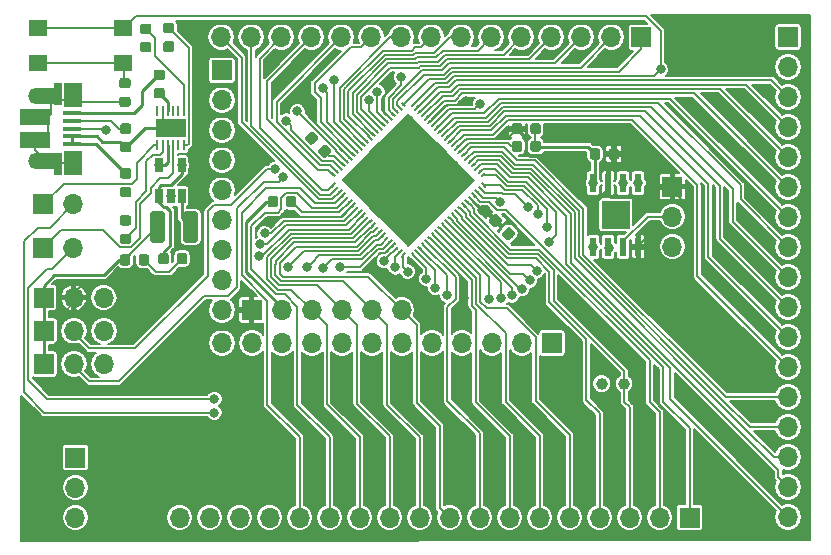
<source format=gtl>
G04 #@! TF.GenerationSoftware,KiCad,Pcbnew,5.0.1-33cea8e~68~ubuntu14.04.1*
G04 #@! TF.CreationDate,2018-11-09T12:00:32-08:00*
G04 #@! TF.ProjectId,ga144-breakout,67613134342D627265616B6F75742E6B,rev?*
G04 #@! TF.SameCoordinates,Original*
G04 #@! TF.FileFunction,Copper,L1,Top,Signal*
G04 #@! TF.FilePolarity,Positive*
%FSLAX46Y46*%
G04 Gerber Fmt 4.6, Leading zero omitted, Abs format (unit mm)*
G04 Created by KiCad (PCBNEW 5.0.1-33cea8e~68~ubuntu14.04.1) date Fri 09 Nov 2018 12:00:32 PM PST*
%MOMM*%
%LPD*%
G01*
G04 APERTURE LIST*
G04 #@! TA.AperFunction,SMDPad,CuDef*
%ADD10C,8.000000*%
G04 #@! TD*
G04 #@! TA.AperFunction,Conductor*
%ADD11C,0.100000*%
G04 #@! TD*
G04 #@! TA.AperFunction,SMDPad,CuDef*
%ADD12C,0.200000*%
G04 #@! TD*
G04 #@! TA.AperFunction,Conductor*
%ADD13C,0.200000*%
G04 #@! TD*
G04 #@! TA.AperFunction,SMDPad,CuDef*
%ADD14C,0.875000*%
G04 #@! TD*
G04 #@! TA.AperFunction,SMDPad,CuDef*
%ADD15R,2.000000X1.350000*%
G04 #@! TD*
G04 #@! TA.AperFunction,SMDPad,CuDef*
%ADD16R,0.700000X1.825000*%
G04 #@! TD*
G04 #@! TA.AperFunction,SMDPad,CuDef*
%ADD17R,1.500000X2.000000*%
G04 #@! TD*
G04 #@! TA.AperFunction,SMDPad,CuDef*
%ADD18R,1.650000X0.400000*%
G04 #@! TD*
G04 #@! TA.AperFunction,ComponentPad*
%ADD19O,1.500000X1.100000*%
G04 #@! TD*
G04 #@! TA.AperFunction,ComponentPad*
%ADD20O,1.700000X1.350000*%
G04 #@! TD*
G04 #@! TA.AperFunction,SMDPad,CuDef*
%ADD21R,2.500000X1.430000*%
G04 #@! TD*
G04 #@! TA.AperFunction,SMDPad,CuDef*
%ADD22R,0.250000X0.850000*%
G04 #@! TD*
G04 #@! TA.AperFunction,SMDPad,CuDef*
%ADD23R,2.550000X1.650000*%
G04 #@! TD*
G04 #@! TA.AperFunction,ComponentPad*
%ADD24R,1.700000X1.700000*%
G04 #@! TD*
G04 #@! TA.AperFunction,ComponentPad*
%ADD25O,1.700000X1.700000*%
G04 #@! TD*
G04 #@! TA.AperFunction,SMDPad,CuDef*
%ADD26R,1.600000X1.400000*%
G04 #@! TD*
G04 #@! TA.AperFunction,ComponentPad*
%ADD27C,1.000000*%
G04 #@! TD*
G04 #@! TA.AperFunction,SMDPad,CuDef*
%ADD28R,0.650000X1.220000*%
G04 #@! TD*
G04 #@! TA.AperFunction,SMDPad,CuDef*
%ADD29C,1.250000*%
G04 #@! TD*
G04 #@! TA.AperFunction,SMDPad,CuDef*
%ADD30R,0.600000X1.550000*%
G04 #@! TD*
G04 #@! TA.AperFunction,SMDPad,CuDef*
%ADD31R,2.350000X2.350000*%
G04 #@! TD*
G04 #@! TA.AperFunction,ViaPad*
%ADD32C,0.800000*%
G04 #@! TD*
G04 #@! TA.AperFunction,Conductor*
%ADD33C,0.160000*%
G04 #@! TD*
G04 #@! TA.AperFunction,Conductor*
%ADD34C,0.250000*%
G04 #@! TD*
G04 APERTURE END LIST*
D10*
G04 #@! TO.P,U1,DAP*
G04 #@! TO.N,GND*
X125140000Y-87280000D03*
D11*
G04 #@! TD*
G04 #@! TO.N,GND*
G04 #@! TO.C,U1*
G36*
X119483146Y-87280000D02*
X125140000Y-81623146D01*
X130796854Y-87280000D01*
X125140000Y-92936854D01*
X119483146Y-87280000D01*
X119483146Y-87280000D01*
G37*
D12*
G04 #@! TO.P,U1,88*
G04 #@! TO.N,RESET*
X125564264Y-80916039D03*
D13*
G04 #@! TD*
G04 #@! TO.N,RESET*
G04 #@! TO.C,U1*
X125422843Y-81057460D02*
X125705685Y-80774618D01*
D12*
G04 #@! TO.P,U1,87*
G04 #@! TO.N,701.1*
X125847107Y-81198882D03*
D13*
G04 #@! TD*
G04 #@! TO.N,701.1*
G04 #@! TO.C,U1*
X125705686Y-81340303D02*
X125988528Y-81057461D01*
D12*
G04 #@! TO.P,U1,86*
G04 #@! TO.N,701.17*
X126129949Y-81481724D03*
D13*
G04 #@! TD*
G04 #@! TO.N,701.17*
G04 #@! TO.C,U1*
X125988528Y-81623145D02*
X126271370Y-81340303D01*
D12*
G04 #@! TO.P,U1,85*
G04 #@! TO.N,705.17*
X126412792Y-81764567D03*
D13*
G04 #@! TD*
G04 #@! TO.N,705.17*
G04 #@! TO.C,U1*
X126271371Y-81905988D02*
X126554213Y-81623146D01*
D12*
G04 #@! TO.P,U1,84*
G04 #@! TO.N,705.5*
X126695635Y-82047410D03*
D13*
G04 #@! TD*
G04 #@! TO.N,705.5*
G04 #@! TO.C,U1*
X126554214Y-82188831D02*
X126837056Y-81905989D01*
D12*
G04 #@! TO.P,U1,83*
G04 #@! TO.N,vccC*
X126978478Y-82330253D03*
D13*
G04 #@! TD*
G04 #@! TO.N,vccC*
G04 #@! TO.C,U1*
X126837057Y-82471674D02*
X127119899Y-82188832D01*
D12*
G04 #@! TO.P,U1,82*
G04 #@! TO.N,vccI*
X127261320Y-82613095D03*
D13*
G04 #@! TD*
G04 #@! TO.N,vccI*
G04 #@! TO.C,U1*
X127119899Y-82754516D02*
X127402741Y-82471674D01*
D12*
G04 #@! TO.P,U1,81*
G04 #@! TO.N,705.3*
X127544163Y-82895938D03*
D13*
G04 #@! TD*
G04 #@! TO.N,705.3*
G04 #@! TO.C,U1*
X127402742Y-83037359D02*
X127685584Y-82754517D01*
D12*
G04 #@! TO.P,U1,80*
G04 #@! TO.N,705.1*
X127827006Y-83178781D03*
D13*
G04 #@! TD*
G04 #@! TO.N,705.1*
G04 #@! TO.C,U1*
X127685585Y-83320202D02*
X127968427Y-83037360D01*
D12*
G04 #@! TO.P,U1,79*
G04 #@! TO.N,708.1*
X128109848Y-83461623D03*
D13*
G04 #@! TD*
G04 #@! TO.N,708.1*
G04 #@! TO.C,U1*
X127968427Y-83603044D02*
X128251269Y-83320202D01*
D12*
G04 #@! TO.P,U1,78*
G04 #@! TO.N,708.17*
X128392691Y-83744466D03*
D13*
G04 #@! TD*
G04 #@! TO.N,708.17*
G04 #@! TO.C,U1*
X128251270Y-83885887D02*
X128534112Y-83603045D01*
D12*
G04 #@! TO.P,U1,77*
G04 #@! TO.N,709.ao*
X128675534Y-84027309D03*
D13*
G04 #@! TD*
G04 #@! TO.N,709.ao*
G04 #@! TO.C,U1*
X128534113Y-84168730D02*
X128816955Y-83885888D01*
D12*
G04 #@! TO.P,U1,76*
G04 #@! TO.N,709.ai*
X128958377Y-84310152D03*
D13*
G04 #@! TD*
G04 #@! TO.N,709.ai*
G04 #@! TO.C,U1*
X128816956Y-84451573D02*
X129099798Y-84168731D01*
D12*
G04 #@! TO.P,U1,75*
G04 #@! TO.N,vccC*
X129241219Y-84592994D03*
D13*
G04 #@! TD*
G04 #@! TO.N,vccC*
G04 #@! TO.C,U1*
X129099798Y-84734415D02*
X129382640Y-84451573D01*
D12*
G04 #@! TO.P,U1,74*
G04 #@! TO.N,vccA*
X129524062Y-84875837D03*
D13*
G04 #@! TD*
G04 #@! TO.N,vccA*
G04 #@! TO.C,U1*
X129382641Y-85017258D02*
X129665483Y-84734416D01*
D12*
G04 #@! TO.P,U1,73*
G04 #@! TO.N,713ai*
X129806905Y-85158680D03*
D13*
G04 #@! TD*
G04 #@! TO.N,713ai*
G04 #@! TO.C,U1*
X129665484Y-85300101D02*
X129948326Y-85017259D01*
D12*
G04 #@! TO.P,U1,72*
G04 #@! TO.N,713.ao*
X130089747Y-85441522D03*
D13*
G04 #@! TD*
G04 #@! TO.N,713.ao*
G04 #@! TO.C,U1*
X129948326Y-85582943D02*
X130231168Y-85300101D01*
D12*
G04 #@! TO.P,U1,71*
G04 #@! TO.N,715.17*
X130372590Y-85724365D03*
D13*
G04 #@! TD*
G04 #@! TO.N,715.17*
G04 #@! TO.C,U1*
X130231169Y-85865786D02*
X130514011Y-85582944D01*
D12*
G04 #@! TO.P,U1,70*
G04 #@! TO.N,717.ao*
X130655433Y-86007208D03*
D13*
G04 #@! TD*
G04 #@! TO.N,717.ao*
G04 #@! TO.C,U1*
X130514012Y-86148629D02*
X130796854Y-85865787D01*
D12*
G04 #@! TO.P,U1,69*
G04 #@! TO.N,717.ai*
X130938276Y-86290051D03*
D13*
G04 #@! TD*
G04 #@! TO.N,717.ai*
G04 #@! TO.C,U1*
X130796855Y-86431472D02*
X131079697Y-86148630D01*
D12*
G04 #@! TO.P,U1,68*
G04 #@! TO.N,a0*
X131221118Y-86572893D03*
D13*
G04 #@! TD*
G04 #@! TO.N,a0*
G04 #@! TO.C,U1*
X131079697Y-86714314D02*
X131362539Y-86431472D01*
D12*
G04 #@! TO.P,U1,67*
G04 #@! TO.N,a1*
X131503961Y-86855736D03*
D13*
G04 #@! TD*
G04 #@! TO.N,a1*
G04 #@! TO.C,U1*
X131362540Y-86997157D02*
X131645382Y-86714315D01*
D12*
G04 #@! TO.P,U1,66*
G04 #@! TO.N,a2*
X131503961Y-87704264D03*
D13*
G04 #@! TD*
G04 #@! TO.N,a2*
G04 #@! TO.C,U1*
X131362540Y-87562843D02*
X131645382Y-87845685D01*
D12*
G04 #@! TO.P,U1,65*
G04 #@! TO.N,a3*
X131221118Y-87987107D03*
D13*
G04 #@! TD*
G04 #@! TO.N,a3*
G04 #@! TO.C,U1*
X131079697Y-87845686D02*
X131362539Y-88128528D01*
D12*
G04 #@! TO.P,U1,64*
G04 #@! TO.N,vccI*
X130938276Y-88269949D03*
D13*
G04 #@! TD*
G04 #@! TO.N,vccI*
G04 #@! TO.C,U1*
X130796855Y-88128528D02*
X131079697Y-88411370D01*
D12*
G04 #@! TO.P,U1,63*
G04 #@! TO.N,617.ao*
X130655433Y-88552792D03*
D13*
G04 #@! TD*
G04 #@! TO.N,617.ao*
G04 #@! TO.C,U1*
X130514012Y-88411371D02*
X130796854Y-88694213D01*
D12*
G04 #@! TO.P,U1,62*
G04 #@! TO.N,vccC*
X130372590Y-88835635D03*
D13*
G04 #@! TD*
G04 #@! TO.N,vccC*
G04 #@! TO.C,U1*
X130231169Y-88694214D02*
X130514011Y-88977056D01*
D12*
G04 #@! TO.P,U1,61*
G04 #@! TO.N,617.a1*
X130089747Y-89118478D03*
D13*
G04 #@! TD*
G04 #@! TO.N,617.a1*
G04 #@! TO.C,U1*
X129948326Y-88977057D02*
X130231168Y-89259899D01*
D12*
G04 #@! TO.P,U1,60*
G04 #@! TO.N,517.17*
X129806905Y-89401320D03*
D13*
G04 #@! TD*
G04 #@! TO.N,517.17*
G04 #@! TO.C,U1*
X129665484Y-89259899D02*
X129948326Y-89542741D01*
D12*
G04 #@! TO.P,U1,59*
G04 #@! TO.N,417.17*
X129524062Y-89684163D03*
D13*
G04 #@! TD*
G04 #@! TO.N,417.17*
G04 #@! TO.C,U1*
X129382641Y-89542742D02*
X129665483Y-89825584D01*
D12*
G04 #@! TO.P,U1,58*
G04 #@! TO.N,a4*
X129241219Y-89967006D03*
D13*
G04 #@! TD*
G04 #@! TO.N,a4*
G04 #@! TO.C,U1*
X129099798Y-89825585D02*
X129382640Y-90108427D01*
D12*
G04 #@! TO.P,U1,57*
G04 #@! TO.N,a5*
X128958377Y-90249848D03*
D13*
G04 #@! TD*
G04 #@! TO.N,a5*
G04 #@! TO.C,U1*
X128816956Y-90108427D02*
X129099798Y-90391269D01*
D12*
G04 #@! TO.P,U1,56*
G04 #@! TO.N,a6*
X128675534Y-90532691D03*
D13*
G04 #@! TD*
G04 #@! TO.N,a6*
G04 #@! TO.C,U1*
X128534113Y-90391270D02*
X128816955Y-90674112D01*
D12*
G04 #@! TO.P,U1,55*
G04 #@! TO.N,a7*
X128392691Y-90815534D03*
D13*
G04 #@! TD*
G04 #@! TO.N,a7*
G04 #@! TO.C,U1*
X128251270Y-90674113D02*
X128534112Y-90956955D01*
D12*
G04 #@! TO.P,U1,54*
G04 #@! TO.N,a8*
X128109848Y-91098377D03*
D13*
G04 #@! TD*
G04 #@! TO.N,a8*
G04 #@! TO.C,U1*
X127968427Y-90956956D02*
X128251269Y-91239798D01*
D12*
G04 #@! TO.P,U1,53*
G04 #@! TO.N,a9*
X127827006Y-91381219D03*
D13*
G04 #@! TD*
G04 #@! TO.N,a9*
G04 #@! TO.C,U1*
X127685585Y-91239798D02*
X127968427Y-91522640D01*
D12*
G04 #@! TO.P,U1,52*
G04 #@! TO.N,317.17*
X127544163Y-91664062D03*
D13*
G04 #@! TD*
G04 #@! TO.N,317.17*
G04 #@! TO.C,U1*
X127402742Y-91522641D02*
X127685584Y-91805483D01*
D12*
G04 #@! TO.P,U1,51*
G04 #@! TO.N,217.17*
X127261320Y-91946905D03*
D13*
G04 #@! TD*
G04 #@! TO.N,217.17*
G04 #@! TO.C,U1*
X127119899Y-91805484D02*
X127402741Y-92088326D01*
D12*
G04 #@! TO.P,U1,50*
G04 #@! TO.N,117.ao*
X126978478Y-92229747D03*
D13*
G04 #@! TD*
G04 #@! TO.N,117.ao*
G04 #@! TO.C,U1*
X126837057Y-92088326D02*
X127119899Y-92371168D01*
D12*
G04 #@! TO.P,U1,49*
G04 #@! TO.N,vccC*
X126695635Y-92512590D03*
D13*
G04 #@! TD*
G04 #@! TO.N,vccC*
G04 #@! TO.C,U1*
X126554214Y-92371169D02*
X126837056Y-92654011D01*
D12*
G04 #@! TO.P,U1,48*
G04 #@! TO.N,117.ai*
X126412792Y-92795433D03*
D13*
G04 #@! TD*
G04 #@! TO.N,117.ai*
G04 #@! TO.C,U1*
X126271371Y-92654012D02*
X126554213Y-92936854D01*
D12*
G04 #@! TO.P,U1,47*
G04 #@! TO.N,vccI*
X126129949Y-93078276D03*
D13*
G04 #@! TD*
G04 #@! TO.N,vccI*
G04 #@! TO.C,U1*
X125988528Y-92936855D02*
X126271370Y-93219697D01*
D12*
G04 #@! TO.P,U1,46*
G04 #@! TO.N,a10*
X125847107Y-93361118D03*
D13*
G04 #@! TD*
G04 #@! TO.N,a10*
G04 #@! TO.C,U1*
X125705686Y-93219697D02*
X125988528Y-93502539D01*
D12*
G04 #@! TO.P,U1,45*
G04 #@! TO.N,a11*
X125564264Y-93643961D03*
D13*
G04 #@! TD*
G04 #@! TO.N,a11*
G04 #@! TO.C,U1*
X125422843Y-93502540D02*
X125705685Y-93785382D01*
D12*
G04 #@! TO.P,U1,44*
G04 #@! TO.N,a12*
X124715736Y-93643961D03*
D13*
G04 #@! TD*
G04 #@! TO.N,a12*
G04 #@! TO.C,U1*
X124574315Y-93785382D02*
X124857157Y-93502540D01*
D12*
G04 #@! TO.P,U1,43*
G04 #@! TO.N,a13*
X124432893Y-93361118D03*
D13*
G04 #@! TD*
G04 #@! TO.N,a13*
G04 #@! TO.C,U1*
X124291472Y-93502539D02*
X124574314Y-93219697D01*
D12*
G04 #@! TO.P,U1,42*
G04 #@! TO.N,a14*
X124150051Y-93078276D03*
D13*
G04 #@! TD*
G04 #@! TO.N,a14*
G04 #@! TO.C,U1*
X124008630Y-93219697D02*
X124291472Y-92936855D01*
D12*
G04 #@! TO.P,U1,41*
G04 #@! TO.N,vccC*
X123867208Y-92795433D03*
D13*
G04 #@! TD*
G04 #@! TO.N,vccC*
G04 #@! TO.C,U1*
X123725787Y-92936854D02*
X124008629Y-92654012D01*
D12*
G04 #@! TO.P,U1,40*
G04 #@! TO.N,vccI*
X123584365Y-92512590D03*
D13*
G04 #@! TD*
G04 #@! TO.N,vccI*
G04 #@! TO.C,U1*
X123442944Y-92654011D02*
X123725786Y-92371169D01*
D12*
G04 #@! TO.P,U1,39*
G04 #@! TO.N,a15*
X123301522Y-92229747D03*
D13*
G04 #@! TD*
G04 #@! TO.N,a15*
G04 #@! TO.C,U1*
X123160101Y-92371168D02*
X123442943Y-92088326D01*
D12*
G04 #@! TO.P,U1,38*
G04 #@! TO.N,a16*
X123018680Y-91946905D03*
D13*
G04 #@! TD*
G04 #@! TO.N,a16*
G04 #@! TO.C,U1*
X122877259Y-92088326D02*
X123160101Y-91805484D01*
D12*
G04 #@! TO.P,U1,37*
G04 #@! TO.N,a17*
X122735837Y-91664062D03*
D13*
G04 #@! TD*
G04 #@! TO.N,a17*
G04 #@! TO.C,U1*
X122594416Y-91805483D02*
X122877258Y-91522641D01*
D12*
G04 #@! TO.P,U1,36*
G04 #@! TO.N,008.1*
X122452994Y-91381219D03*
D13*
G04 #@! TD*
G04 #@! TO.N,008.1*
G04 #@! TO.C,U1*
X122311573Y-91522640D02*
X122594415Y-91239798D01*
D12*
G04 #@! TO.P,U1,35*
G04 #@! TO.N,008.3*
X122170152Y-91098377D03*
D13*
G04 #@! TD*
G04 #@! TO.N,008.3*
G04 #@! TO.C,U1*
X122028731Y-91239798D02*
X122311573Y-90956956D01*
D12*
G04 #@! TO.P,U1,34*
G04 #@! TO.N,008.5*
X121887309Y-90815534D03*
D13*
G04 #@! TD*
G04 #@! TO.N,008.5*
G04 #@! TO.C,U1*
X121745888Y-90956955D02*
X122028730Y-90674113D01*
D12*
G04 #@! TO.P,U1,33*
G04 #@! TO.N,008.17*
X121604466Y-90532691D03*
D13*
G04 #@! TD*
G04 #@! TO.N,008.17*
G04 #@! TO.C,U1*
X121463045Y-90674112D02*
X121745887Y-90391270D01*
D12*
G04 #@! TO.P,U1,32*
G04 #@! TO.N,d17*
X121321623Y-90249848D03*
D13*
G04 #@! TD*
G04 #@! TO.N,d17*
G04 #@! TO.C,U1*
X121180202Y-90391269D02*
X121463044Y-90108427D01*
D12*
G04 #@! TO.P,U1,31*
G04 #@! TO.N,d16*
X121038781Y-89967006D03*
D13*
G04 #@! TD*
G04 #@! TO.N,d16*
G04 #@! TO.C,U1*
X120897360Y-90108427D02*
X121180202Y-89825585D01*
D12*
G04 #@! TO.P,U1,30*
G04 #@! TO.N,d15*
X120755938Y-89684163D03*
D13*
G04 #@! TD*
G04 #@! TO.N,d15*
G04 #@! TO.C,U1*
X120614517Y-89825584D02*
X120897359Y-89542742D01*
D12*
G04 #@! TO.P,U1,29*
G04 #@! TO.N,vccC*
X120473095Y-89401320D03*
D13*
G04 #@! TD*
G04 #@! TO.N,vccC*
G04 #@! TO.C,U1*
X120331674Y-89542741D02*
X120614516Y-89259899D01*
D12*
G04 #@! TO.P,U1,28*
G04 #@! TO.N,vccI*
X120190253Y-89118478D03*
D13*
G04 #@! TD*
G04 #@! TO.N,vccI*
G04 #@! TO.C,U1*
X120048832Y-89259899D02*
X120331674Y-88977057D01*
D12*
G04 #@! TO.P,U1,27*
G04 #@! TO.N,001.17*
X119907410Y-88835635D03*
D13*
G04 #@! TD*
G04 #@! TO.N,001.17*
G04 #@! TO.C,U1*
X119765989Y-88977056D02*
X120048831Y-88694214D01*
D12*
G04 #@! TO.P,U1,26*
G04 #@! TO.N,001.1*
X119624567Y-88552792D03*
D13*
G04 #@! TD*
G04 #@! TO.N,001.1*
G04 #@! TO.C,U1*
X119483146Y-88694213D02*
X119765988Y-88411371D01*
D12*
G04 #@! TO.P,U1,25*
G04 #@! TO.N,d14*
X119341724Y-88269949D03*
D13*
G04 #@! TD*
G04 #@! TO.N,d14*
G04 #@! TO.C,U1*
X119200303Y-88411370D02*
X119483145Y-88128528D01*
D12*
G04 #@! TO.P,U1,24*
G04 #@! TO.N,d13*
X119058882Y-87987107D03*
D13*
G04 #@! TD*
G04 #@! TO.N,d13*
G04 #@! TO.C,U1*
X118917461Y-88128528D02*
X119200303Y-87845686D01*
D12*
G04 #@! TO.P,U1,23*
G04 #@! TO.N,d12*
X118776039Y-87704264D03*
D13*
G04 #@! TD*
G04 #@! TO.N,d12*
G04 #@! TO.C,U1*
X118634618Y-87845685D02*
X118917460Y-87562843D01*
D12*
G04 #@! TO.P,U1,22*
G04 #@! TO.N,d11*
X118776039Y-86855736D03*
D13*
G04 #@! TD*
G04 #@! TO.N,d11*
G04 #@! TO.C,U1*
X118634618Y-86714315D02*
X118917460Y-86997157D01*
D12*
G04 #@! TO.P,U1,21*
G04 #@! TO.N,d10*
X119058882Y-86572893D03*
D13*
G04 #@! TD*
G04 #@! TO.N,d10*
G04 #@! TO.C,U1*
X118917461Y-86431472D02*
X119200303Y-86714314D01*
D12*
G04 #@! TO.P,U1,20*
G04 #@! TO.N,100.17*
X119341724Y-86290051D03*
D13*
G04 #@! TD*
G04 #@! TO.N,100.17*
G04 #@! TO.C,U1*
X119200303Y-86148630D02*
X119483145Y-86431472D01*
D12*
G04 #@! TO.P,U1,19*
G04 #@! TO.N,vccI*
X119624567Y-86007208D03*
D13*
G04 #@! TD*
G04 #@! TO.N,vccI*
G04 #@! TO.C,U1*
X119483146Y-85865787D02*
X119765988Y-86148629D01*
D12*
G04 #@! TO.P,U1,18*
G04 #@! TO.N,200.17*
X119907410Y-85724365D03*
D13*
G04 #@! TD*
G04 #@! TO.N,200.17*
G04 #@! TO.C,U1*
X119765989Y-85582944D02*
X120048831Y-85865786D01*
D12*
G04 #@! TO.P,U1,17*
G04 #@! TO.N,vccC*
X120190253Y-85441522D03*
D13*
G04 #@! TD*
G04 #@! TO.N,vccC*
G04 #@! TO.C,U1*
X120048832Y-85300101D02*
X120331674Y-85582943D01*
D12*
G04 #@! TO.P,U1,16*
G04 #@! TO.N,d9*
X120473095Y-85158680D03*
D13*
G04 #@! TD*
G04 #@! TO.N,d9*
G04 #@! TO.C,U1*
X120331674Y-85017259D02*
X120614516Y-85300101D01*
D12*
G04 #@! TO.P,U1,15*
G04 #@! TO.N,300.1*
X120755938Y-84875837D03*
D13*
G04 #@! TD*
G04 #@! TO.N,300.1*
G04 #@! TO.C,U1*
X120614517Y-84734416D02*
X120897359Y-85017258D01*
D12*
G04 #@! TO.P,U1,14*
G04 #@! TO.N,300.17*
X121038781Y-84592994D03*
D13*
G04 #@! TD*
G04 #@! TO.N,300.17*
G04 #@! TO.C,U1*
X120897360Y-84451573D02*
X121180202Y-84734415D01*
D12*
G04 #@! TO.P,U1,13*
G04 #@! TO.N,d8*
X121321623Y-84310152D03*
D13*
G04 #@! TD*
G04 #@! TO.N,d8*
G04 #@! TO.C,U1*
X121180202Y-84168731D02*
X121463044Y-84451573D01*
D12*
G04 #@! TO.P,U1,12*
G04 #@! TO.N,d7*
X121604466Y-84027309D03*
D13*
G04 #@! TD*
G04 #@! TO.N,d7*
G04 #@! TO.C,U1*
X121463045Y-83885888D02*
X121745887Y-84168730D01*
D12*
G04 #@! TO.P,U1,11*
G04 #@! TO.N,d6*
X121887309Y-83744466D03*
D13*
G04 #@! TD*
G04 #@! TO.N,d6*
G04 #@! TO.C,U1*
X121745888Y-83603045D02*
X122028730Y-83885887D01*
D12*
G04 #@! TO.P,U1,10*
G04 #@! TO.N,d5*
X122170152Y-83461623D03*
D13*
G04 #@! TD*
G04 #@! TO.N,d5*
G04 #@! TO.C,U1*
X122028731Y-83320202D02*
X122311573Y-83603044D01*
D12*
G04 #@! TO.P,U1,9*
G04 #@! TO.N,d4*
X122452994Y-83178781D03*
D13*
G04 #@! TD*
G04 #@! TO.N,d4*
G04 #@! TO.C,U1*
X122311573Y-83037360D02*
X122594415Y-83320202D01*
D12*
G04 #@! TO.P,U1,8*
G04 #@! TO.N,d3*
X122735837Y-82895938D03*
D13*
G04 #@! TD*
G04 #@! TO.N,d3*
G04 #@! TO.C,U1*
X122594416Y-82754517D02*
X122877258Y-83037359D01*
D12*
G04 #@! TO.P,U1,7*
G04 #@! TO.N,500.17*
X123018680Y-82613095D03*
D13*
G04 #@! TD*
G04 #@! TO.N,500.17*
G04 #@! TO.C,U1*
X122877259Y-82471674D02*
X123160101Y-82754516D01*
D12*
G04 #@! TO.P,U1,6*
G04 #@! TO.N,600.17*
X123301522Y-82330253D03*
D13*
G04 #@! TD*
G04 #@! TO.N,600.17*
G04 #@! TO.C,U1*
X123160101Y-82188832D02*
X123442943Y-82471674D01*
D12*
G04 #@! TO.P,U1,5*
G04 #@! TO.N,vccC*
X123584365Y-82047410D03*
D13*
G04 #@! TD*
G04 #@! TO.N,vccC*
G04 #@! TO.C,U1*
X123442944Y-81905989D02*
X123725786Y-82188831D01*
D12*
G04 #@! TO.P,U1,4*
G04 #@! TO.N,vccI*
X123867208Y-81764567D03*
D13*
G04 #@! TD*
G04 #@! TO.N,vccI*
G04 #@! TO.C,U1*
X123725787Y-81623146D02*
X124008629Y-81905988D01*
D12*
G04 #@! TO.P,U1,3*
G04 #@! TO.N,d2*
X124150051Y-81481724D03*
D13*
G04 #@! TD*
G04 #@! TO.N,d2*
G04 #@! TO.C,U1*
X124008630Y-81340303D02*
X124291472Y-81623145D01*
D12*
G04 #@! TO.P,U1,2*
G04 #@! TO.N,d1*
X124432893Y-81198882D03*
D13*
G04 #@! TD*
G04 #@! TO.N,d1*
G04 #@! TO.C,U1*
X124291472Y-81057461D02*
X124574314Y-81340303D01*
D12*
G04 #@! TO.P,U1,1*
G04 #@! TO.N,d0*
X124715736Y-80916039D03*
D13*
G04 #@! TD*
G04 #@! TO.N,d0*
G04 #@! TO.C,U1*
X124574315Y-80774618D02*
X124857157Y-81057460D01*
D11*
G04 #@! TO.N,GND*
G04 #@! TO.C,C12*
G36*
X102980191Y-93586053D02*
X103001426Y-93589203D01*
X103022250Y-93594419D01*
X103042462Y-93601651D01*
X103061868Y-93610830D01*
X103080281Y-93621866D01*
X103097524Y-93634654D01*
X103113430Y-93649070D01*
X103127846Y-93664976D01*
X103140634Y-93682219D01*
X103151670Y-93700632D01*
X103160849Y-93720038D01*
X103168081Y-93740250D01*
X103173297Y-93761074D01*
X103176447Y-93782309D01*
X103177500Y-93803750D01*
X103177500Y-94316250D01*
X103176447Y-94337691D01*
X103173297Y-94358926D01*
X103168081Y-94379750D01*
X103160849Y-94399962D01*
X103151670Y-94419368D01*
X103140634Y-94437781D01*
X103127846Y-94455024D01*
X103113430Y-94470930D01*
X103097524Y-94485346D01*
X103080281Y-94498134D01*
X103061868Y-94509170D01*
X103042462Y-94518349D01*
X103022250Y-94525581D01*
X103001426Y-94530797D01*
X102980191Y-94533947D01*
X102958750Y-94535000D01*
X102521250Y-94535000D01*
X102499809Y-94533947D01*
X102478574Y-94530797D01*
X102457750Y-94525581D01*
X102437538Y-94518349D01*
X102418132Y-94509170D01*
X102399719Y-94498134D01*
X102382476Y-94485346D01*
X102366570Y-94470930D01*
X102352154Y-94455024D01*
X102339366Y-94437781D01*
X102328330Y-94419368D01*
X102319151Y-94399962D01*
X102311919Y-94379750D01*
X102306703Y-94358926D01*
X102303553Y-94337691D01*
X102302500Y-94316250D01*
X102302500Y-93803750D01*
X102303553Y-93782309D01*
X102306703Y-93761074D01*
X102311919Y-93740250D01*
X102319151Y-93720038D01*
X102328330Y-93700632D01*
X102339366Y-93682219D01*
X102352154Y-93664976D01*
X102366570Y-93649070D01*
X102382476Y-93634654D01*
X102399719Y-93621866D01*
X102418132Y-93610830D01*
X102437538Y-93601651D01*
X102457750Y-93594419D01*
X102478574Y-93589203D01*
X102499809Y-93586053D01*
X102521250Y-93585000D01*
X102958750Y-93585000D01*
X102980191Y-93586053D01*
X102980191Y-93586053D01*
G37*
D14*
G04 #@! TD*
G04 #@! TO.P,C12,2*
G04 #@! TO.N,GND*
X102740000Y-94060000D03*
D11*
G04 #@! TO.N,1.8v*
G04 #@! TO.C,C12*
G36*
X101405191Y-93586053D02*
X101426426Y-93589203D01*
X101447250Y-93594419D01*
X101467462Y-93601651D01*
X101486868Y-93610830D01*
X101505281Y-93621866D01*
X101522524Y-93634654D01*
X101538430Y-93649070D01*
X101552846Y-93664976D01*
X101565634Y-93682219D01*
X101576670Y-93700632D01*
X101585849Y-93720038D01*
X101593081Y-93740250D01*
X101598297Y-93761074D01*
X101601447Y-93782309D01*
X101602500Y-93803750D01*
X101602500Y-94316250D01*
X101601447Y-94337691D01*
X101598297Y-94358926D01*
X101593081Y-94379750D01*
X101585849Y-94399962D01*
X101576670Y-94419368D01*
X101565634Y-94437781D01*
X101552846Y-94455024D01*
X101538430Y-94470930D01*
X101522524Y-94485346D01*
X101505281Y-94498134D01*
X101486868Y-94509170D01*
X101467462Y-94518349D01*
X101447250Y-94525581D01*
X101426426Y-94530797D01*
X101405191Y-94533947D01*
X101383750Y-94535000D01*
X100946250Y-94535000D01*
X100924809Y-94533947D01*
X100903574Y-94530797D01*
X100882750Y-94525581D01*
X100862538Y-94518349D01*
X100843132Y-94509170D01*
X100824719Y-94498134D01*
X100807476Y-94485346D01*
X100791570Y-94470930D01*
X100777154Y-94455024D01*
X100764366Y-94437781D01*
X100753330Y-94419368D01*
X100744151Y-94399962D01*
X100736919Y-94379750D01*
X100731703Y-94358926D01*
X100728553Y-94337691D01*
X100727500Y-94316250D01*
X100727500Y-93803750D01*
X100728553Y-93782309D01*
X100731703Y-93761074D01*
X100736919Y-93740250D01*
X100744151Y-93720038D01*
X100753330Y-93700632D01*
X100764366Y-93682219D01*
X100777154Y-93664976D01*
X100791570Y-93649070D01*
X100807476Y-93634654D01*
X100824719Y-93621866D01*
X100843132Y-93610830D01*
X100862538Y-93601651D01*
X100882750Y-93594419D01*
X100903574Y-93589203D01*
X100924809Y-93586053D01*
X100946250Y-93585000D01*
X101383750Y-93585000D01*
X101405191Y-93586053D01*
X101405191Y-93586053D01*
G37*
D14*
G04 #@! TD*
G04 #@! TO.P,C12,1*
G04 #@! TO.N,1.8v*
X101165000Y-94060000D03*
D11*
G04 #@! TO.N,usb3*
G04 #@! TO.C,C1*
G36*
X101487691Y-87883553D02*
X101508926Y-87886703D01*
X101529750Y-87891919D01*
X101549962Y-87899151D01*
X101569368Y-87908330D01*
X101587781Y-87919366D01*
X101605024Y-87932154D01*
X101620930Y-87946570D01*
X101635346Y-87962476D01*
X101648134Y-87979719D01*
X101659170Y-87998132D01*
X101668349Y-88017538D01*
X101675581Y-88037750D01*
X101680797Y-88058574D01*
X101683947Y-88079809D01*
X101685000Y-88101250D01*
X101685000Y-88538750D01*
X101683947Y-88560191D01*
X101680797Y-88581426D01*
X101675581Y-88602250D01*
X101668349Y-88622462D01*
X101659170Y-88641868D01*
X101648134Y-88660281D01*
X101635346Y-88677524D01*
X101620930Y-88693430D01*
X101605024Y-88707846D01*
X101587781Y-88720634D01*
X101569368Y-88731670D01*
X101549962Y-88740849D01*
X101529750Y-88748081D01*
X101508926Y-88753297D01*
X101487691Y-88756447D01*
X101466250Y-88757500D01*
X100953750Y-88757500D01*
X100932309Y-88756447D01*
X100911074Y-88753297D01*
X100890250Y-88748081D01*
X100870038Y-88740849D01*
X100850632Y-88731670D01*
X100832219Y-88720634D01*
X100814976Y-88707846D01*
X100799070Y-88693430D01*
X100784654Y-88677524D01*
X100771866Y-88660281D01*
X100760830Y-88641868D01*
X100751651Y-88622462D01*
X100744419Y-88602250D01*
X100739203Y-88581426D01*
X100736053Y-88560191D01*
X100735000Y-88538750D01*
X100735000Y-88101250D01*
X100736053Y-88079809D01*
X100739203Y-88058574D01*
X100744419Y-88037750D01*
X100751651Y-88017538D01*
X100760830Y-87998132D01*
X100771866Y-87979719D01*
X100784654Y-87962476D01*
X100799070Y-87946570D01*
X100814976Y-87932154D01*
X100832219Y-87919366D01*
X100850632Y-87908330D01*
X100870038Y-87899151D01*
X100890250Y-87891919D01*
X100911074Y-87886703D01*
X100932309Y-87883553D01*
X100953750Y-87882500D01*
X101466250Y-87882500D01*
X101487691Y-87883553D01*
X101487691Y-87883553D01*
G37*
D14*
G04 #@! TD*
G04 #@! TO.P,C1,1*
G04 #@! TO.N,usb3*
X101210000Y-88320000D03*
D11*
G04 #@! TO.N,GND*
G04 #@! TO.C,C1*
G36*
X101487691Y-86308553D02*
X101508926Y-86311703D01*
X101529750Y-86316919D01*
X101549962Y-86324151D01*
X101569368Y-86333330D01*
X101587781Y-86344366D01*
X101605024Y-86357154D01*
X101620930Y-86371570D01*
X101635346Y-86387476D01*
X101648134Y-86404719D01*
X101659170Y-86423132D01*
X101668349Y-86442538D01*
X101675581Y-86462750D01*
X101680797Y-86483574D01*
X101683947Y-86504809D01*
X101685000Y-86526250D01*
X101685000Y-86963750D01*
X101683947Y-86985191D01*
X101680797Y-87006426D01*
X101675581Y-87027250D01*
X101668349Y-87047462D01*
X101659170Y-87066868D01*
X101648134Y-87085281D01*
X101635346Y-87102524D01*
X101620930Y-87118430D01*
X101605024Y-87132846D01*
X101587781Y-87145634D01*
X101569368Y-87156670D01*
X101549962Y-87165849D01*
X101529750Y-87173081D01*
X101508926Y-87178297D01*
X101487691Y-87181447D01*
X101466250Y-87182500D01*
X100953750Y-87182500D01*
X100932309Y-87181447D01*
X100911074Y-87178297D01*
X100890250Y-87173081D01*
X100870038Y-87165849D01*
X100850632Y-87156670D01*
X100832219Y-87145634D01*
X100814976Y-87132846D01*
X100799070Y-87118430D01*
X100784654Y-87102524D01*
X100771866Y-87085281D01*
X100760830Y-87066868D01*
X100751651Y-87047462D01*
X100744419Y-87027250D01*
X100739203Y-87006426D01*
X100736053Y-86985191D01*
X100735000Y-86963750D01*
X100735000Y-86526250D01*
X100736053Y-86504809D01*
X100739203Y-86483574D01*
X100744419Y-86462750D01*
X100751651Y-86442538D01*
X100760830Y-86423132D01*
X100771866Y-86404719D01*
X100784654Y-86387476D01*
X100799070Y-86371570D01*
X100814976Y-86357154D01*
X100832219Y-86344366D01*
X100850632Y-86333330D01*
X100870038Y-86324151D01*
X100890250Y-86316919D01*
X100911074Y-86311703D01*
X100932309Y-86308553D01*
X100953750Y-86307500D01*
X101466250Y-86307500D01*
X101487691Y-86308553D01*
X101487691Y-86308553D01*
G37*
D14*
G04 #@! TD*
G04 #@! TO.P,C1,2*
G04 #@! TO.N,GND*
X101210000Y-86745000D03*
D11*
G04 #@! TO.N,GND*
G04 #@! TO.C,C2*
G36*
X101487691Y-84078553D02*
X101508926Y-84081703D01*
X101529750Y-84086919D01*
X101549962Y-84094151D01*
X101569368Y-84103330D01*
X101587781Y-84114366D01*
X101605024Y-84127154D01*
X101620930Y-84141570D01*
X101635346Y-84157476D01*
X101648134Y-84174719D01*
X101659170Y-84193132D01*
X101668349Y-84212538D01*
X101675581Y-84232750D01*
X101680797Y-84253574D01*
X101683947Y-84274809D01*
X101685000Y-84296250D01*
X101685000Y-84733750D01*
X101683947Y-84755191D01*
X101680797Y-84776426D01*
X101675581Y-84797250D01*
X101668349Y-84817462D01*
X101659170Y-84836868D01*
X101648134Y-84855281D01*
X101635346Y-84872524D01*
X101620930Y-84888430D01*
X101605024Y-84902846D01*
X101587781Y-84915634D01*
X101569368Y-84926670D01*
X101549962Y-84935849D01*
X101529750Y-84943081D01*
X101508926Y-84948297D01*
X101487691Y-84951447D01*
X101466250Y-84952500D01*
X100953750Y-84952500D01*
X100932309Y-84951447D01*
X100911074Y-84948297D01*
X100890250Y-84943081D01*
X100870038Y-84935849D01*
X100850632Y-84926670D01*
X100832219Y-84915634D01*
X100814976Y-84902846D01*
X100799070Y-84888430D01*
X100784654Y-84872524D01*
X100771866Y-84855281D01*
X100760830Y-84836868D01*
X100751651Y-84817462D01*
X100744419Y-84797250D01*
X100739203Y-84776426D01*
X100736053Y-84755191D01*
X100735000Y-84733750D01*
X100735000Y-84296250D01*
X100736053Y-84274809D01*
X100739203Y-84253574D01*
X100744419Y-84232750D01*
X100751651Y-84212538D01*
X100760830Y-84193132D01*
X100771866Y-84174719D01*
X100784654Y-84157476D01*
X100799070Y-84141570D01*
X100814976Y-84127154D01*
X100832219Y-84114366D01*
X100850632Y-84103330D01*
X100870038Y-84094151D01*
X100890250Y-84086919D01*
X100911074Y-84081703D01*
X100932309Y-84078553D01*
X100953750Y-84077500D01*
X101466250Y-84077500D01*
X101487691Y-84078553D01*
X101487691Y-84078553D01*
G37*
D14*
G04 #@! TD*
G04 #@! TO.P,C2,2*
G04 #@! TO.N,GND*
X101210000Y-84515000D03*
D11*
G04 #@! TO.N,usb2*
G04 #@! TO.C,C2*
G36*
X101487691Y-82503553D02*
X101508926Y-82506703D01*
X101529750Y-82511919D01*
X101549962Y-82519151D01*
X101569368Y-82528330D01*
X101587781Y-82539366D01*
X101605024Y-82552154D01*
X101620930Y-82566570D01*
X101635346Y-82582476D01*
X101648134Y-82599719D01*
X101659170Y-82618132D01*
X101668349Y-82637538D01*
X101675581Y-82657750D01*
X101680797Y-82678574D01*
X101683947Y-82699809D01*
X101685000Y-82721250D01*
X101685000Y-83158750D01*
X101683947Y-83180191D01*
X101680797Y-83201426D01*
X101675581Y-83222250D01*
X101668349Y-83242462D01*
X101659170Y-83261868D01*
X101648134Y-83280281D01*
X101635346Y-83297524D01*
X101620930Y-83313430D01*
X101605024Y-83327846D01*
X101587781Y-83340634D01*
X101569368Y-83351670D01*
X101549962Y-83360849D01*
X101529750Y-83368081D01*
X101508926Y-83373297D01*
X101487691Y-83376447D01*
X101466250Y-83377500D01*
X100953750Y-83377500D01*
X100932309Y-83376447D01*
X100911074Y-83373297D01*
X100890250Y-83368081D01*
X100870038Y-83360849D01*
X100850632Y-83351670D01*
X100832219Y-83340634D01*
X100814976Y-83327846D01*
X100799070Y-83313430D01*
X100784654Y-83297524D01*
X100771866Y-83280281D01*
X100760830Y-83261868D01*
X100751651Y-83242462D01*
X100744419Y-83222250D01*
X100739203Y-83201426D01*
X100736053Y-83180191D01*
X100735000Y-83158750D01*
X100735000Y-82721250D01*
X100736053Y-82699809D01*
X100739203Y-82678574D01*
X100744419Y-82657750D01*
X100751651Y-82637538D01*
X100760830Y-82618132D01*
X100771866Y-82599719D01*
X100784654Y-82582476D01*
X100799070Y-82566570D01*
X100814976Y-82552154D01*
X100832219Y-82539366D01*
X100850632Y-82528330D01*
X100870038Y-82519151D01*
X100890250Y-82511919D01*
X100911074Y-82506703D01*
X100932309Y-82503553D01*
X100953750Y-82502500D01*
X101466250Y-82502500D01*
X101487691Y-82503553D01*
X101487691Y-82503553D01*
G37*
D14*
G04 #@! TD*
G04 #@! TO.P,C2,1*
G04 #@! TO.N,usb2*
X101210000Y-82940000D03*
D11*
G04 #@! TO.N,GND*
G04 #@! TO.C,C3*
G36*
X136150191Y-83956053D02*
X136171426Y-83959203D01*
X136192250Y-83964419D01*
X136212462Y-83971651D01*
X136231868Y-83980830D01*
X136250281Y-83991866D01*
X136267524Y-84004654D01*
X136283430Y-84019070D01*
X136297846Y-84034976D01*
X136310634Y-84052219D01*
X136321670Y-84070632D01*
X136330849Y-84090038D01*
X136338081Y-84110250D01*
X136343297Y-84131074D01*
X136346447Y-84152309D01*
X136347500Y-84173750D01*
X136347500Y-84686250D01*
X136346447Y-84707691D01*
X136343297Y-84728926D01*
X136338081Y-84749750D01*
X136330849Y-84769962D01*
X136321670Y-84789368D01*
X136310634Y-84807781D01*
X136297846Y-84825024D01*
X136283430Y-84840930D01*
X136267524Y-84855346D01*
X136250281Y-84868134D01*
X136231868Y-84879170D01*
X136212462Y-84888349D01*
X136192250Y-84895581D01*
X136171426Y-84900797D01*
X136150191Y-84903947D01*
X136128750Y-84905000D01*
X135691250Y-84905000D01*
X135669809Y-84903947D01*
X135648574Y-84900797D01*
X135627750Y-84895581D01*
X135607538Y-84888349D01*
X135588132Y-84879170D01*
X135569719Y-84868134D01*
X135552476Y-84855346D01*
X135536570Y-84840930D01*
X135522154Y-84825024D01*
X135509366Y-84807781D01*
X135498330Y-84789368D01*
X135489151Y-84769962D01*
X135481919Y-84749750D01*
X135476703Y-84728926D01*
X135473553Y-84707691D01*
X135472500Y-84686250D01*
X135472500Y-84173750D01*
X135473553Y-84152309D01*
X135476703Y-84131074D01*
X135481919Y-84110250D01*
X135489151Y-84090038D01*
X135498330Y-84070632D01*
X135509366Y-84052219D01*
X135522154Y-84034976D01*
X135536570Y-84019070D01*
X135552476Y-84004654D01*
X135569719Y-83991866D01*
X135588132Y-83980830D01*
X135607538Y-83971651D01*
X135627750Y-83964419D01*
X135648574Y-83959203D01*
X135669809Y-83956053D01*
X135691250Y-83955000D01*
X136128750Y-83955000D01*
X136150191Y-83956053D01*
X136150191Y-83956053D01*
G37*
D14*
G04 #@! TD*
G04 #@! TO.P,C3,2*
G04 #@! TO.N,GND*
X135910000Y-84430000D03*
D11*
G04 #@! TO.N,vccA*
G04 #@! TO.C,C3*
G36*
X134575191Y-83956053D02*
X134596426Y-83959203D01*
X134617250Y-83964419D01*
X134637462Y-83971651D01*
X134656868Y-83980830D01*
X134675281Y-83991866D01*
X134692524Y-84004654D01*
X134708430Y-84019070D01*
X134722846Y-84034976D01*
X134735634Y-84052219D01*
X134746670Y-84070632D01*
X134755849Y-84090038D01*
X134763081Y-84110250D01*
X134768297Y-84131074D01*
X134771447Y-84152309D01*
X134772500Y-84173750D01*
X134772500Y-84686250D01*
X134771447Y-84707691D01*
X134768297Y-84728926D01*
X134763081Y-84749750D01*
X134755849Y-84769962D01*
X134746670Y-84789368D01*
X134735634Y-84807781D01*
X134722846Y-84825024D01*
X134708430Y-84840930D01*
X134692524Y-84855346D01*
X134675281Y-84868134D01*
X134656868Y-84879170D01*
X134637462Y-84888349D01*
X134617250Y-84895581D01*
X134596426Y-84900797D01*
X134575191Y-84903947D01*
X134553750Y-84905000D01*
X134116250Y-84905000D01*
X134094809Y-84903947D01*
X134073574Y-84900797D01*
X134052750Y-84895581D01*
X134032538Y-84888349D01*
X134013132Y-84879170D01*
X133994719Y-84868134D01*
X133977476Y-84855346D01*
X133961570Y-84840930D01*
X133947154Y-84825024D01*
X133934366Y-84807781D01*
X133923330Y-84789368D01*
X133914151Y-84769962D01*
X133906919Y-84749750D01*
X133901703Y-84728926D01*
X133898553Y-84707691D01*
X133897500Y-84686250D01*
X133897500Y-84173750D01*
X133898553Y-84152309D01*
X133901703Y-84131074D01*
X133906919Y-84110250D01*
X133914151Y-84090038D01*
X133923330Y-84070632D01*
X133934366Y-84052219D01*
X133947154Y-84034976D01*
X133961570Y-84019070D01*
X133977476Y-84004654D01*
X133994719Y-83991866D01*
X134013132Y-83980830D01*
X134032538Y-83971651D01*
X134052750Y-83964419D01*
X134073574Y-83959203D01*
X134094809Y-83956053D01*
X134116250Y-83955000D01*
X134553750Y-83955000D01*
X134575191Y-83956053D01*
X134575191Y-83956053D01*
G37*
D14*
G04 #@! TD*
G04 #@! TO.P,C3,1*
G04 #@! TO.N,vccA*
X134335000Y-84430000D03*
D11*
G04 #@! TO.N,GND*
G04 #@! TO.C,C4*
G36*
X113892491Y-88654653D02*
X113913726Y-88657803D01*
X113934550Y-88663019D01*
X113954762Y-88670251D01*
X113974168Y-88679430D01*
X113992581Y-88690466D01*
X114009824Y-88703254D01*
X114025730Y-88717670D01*
X114040146Y-88733576D01*
X114052934Y-88750819D01*
X114063970Y-88769232D01*
X114073149Y-88788638D01*
X114080381Y-88808850D01*
X114085597Y-88829674D01*
X114088747Y-88850909D01*
X114089800Y-88872350D01*
X114089800Y-89384850D01*
X114088747Y-89406291D01*
X114085597Y-89427526D01*
X114080381Y-89448350D01*
X114073149Y-89468562D01*
X114063970Y-89487968D01*
X114052934Y-89506381D01*
X114040146Y-89523624D01*
X114025730Y-89539530D01*
X114009824Y-89553946D01*
X113992581Y-89566734D01*
X113974168Y-89577770D01*
X113954762Y-89586949D01*
X113934550Y-89594181D01*
X113913726Y-89599397D01*
X113892491Y-89602547D01*
X113871050Y-89603600D01*
X113433550Y-89603600D01*
X113412109Y-89602547D01*
X113390874Y-89599397D01*
X113370050Y-89594181D01*
X113349838Y-89586949D01*
X113330432Y-89577770D01*
X113312019Y-89566734D01*
X113294776Y-89553946D01*
X113278870Y-89539530D01*
X113264454Y-89523624D01*
X113251666Y-89506381D01*
X113240630Y-89487968D01*
X113231451Y-89468562D01*
X113224219Y-89448350D01*
X113219003Y-89427526D01*
X113215853Y-89406291D01*
X113214800Y-89384850D01*
X113214800Y-88872350D01*
X113215853Y-88850909D01*
X113219003Y-88829674D01*
X113224219Y-88808850D01*
X113231451Y-88788638D01*
X113240630Y-88769232D01*
X113251666Y-88750819D01*
X113264454Y-88733576D01*
X113278870Y-88717670D01*
X113294776Y-88703254D01*
X113312019Y-88690466D01*
X113330432Y-88679430D01*
X113349838Y-88670251D01*
X113370050Y-88663019D01*
X113390874Y-88657803D01*
X113412109Y-88654653D01*
X113433550Y-88653600D01*
X113871050Y-88653600D01*
X113892491Y-88654653D01*
X113892491Y-88654653D01*
G37*
D14*
G04 #@! TD*
G04 #@! TO.P,C4,2*
G04 #@! TO.N,GND*
X113652300Y-89128600D03*
D11*
G04 #@! TO.N,vccI*
G04 #@! TO.C,C4*
G36*
X115467491Y-88654653D02*
X115488726Y-88657803D01*
X115509550Y-88663019D01*
X115529762Y-88670251D01*
X115549168Y-88679430D01*
X115567581Y-88690466D01*
X115584824Y-88703254D01*
X115600730Y-88717670D01*
X115615146Y-88733576D01*
X115627934Y-88750819D01*
X115638970Y-88769232D01*
X115648149Y-88788638D01*
X115655381Y-88808850D01*
X115660597Y-88829674D01*
X115663747Y-88850909D01*
X115664800Y-88872350D01*
X115664800Y-89384850D01*
X115663747Y-89406291D01*
X115660597Y-89427526D01*
X115655381Y-89448350D01*
X115648149Y-89468562D01*
X115638970Y-89487968D01*
X115627934Y-89506381D01*
X115615146Y-89523624D01*
X115600730Y-89539530D01*
X115584824Y-89553946D01*
X115567581Y-89566734D01*
X115549168Y-89577770D01*
X115529762Y-89586949D01*
X115509550Y-89594181D01*
X115488726Y-89599397D01*
X115467491Y-89602547D01*
X115446050Y-89603600D01*
X115008550Y-89603600D01*
X114987109Y-89602547D01*
X114965874Y-89599397D01*
X114945050Y-89594181D01*
X114924838Y-89586949D01*
X114905432Y-89577770D01*
X114887019Y-89566734D01*
X114869776Y-89553946D01*
X114853870Y-89539530D01*
X114839454Y-89523624D01*
X114826666Y-89506381D01*
X114815630Y-89487968D01*
X114806451Y-89468562D01*
X114799219Y-89448350D01*
X114794003Y-89427526D01*
X114790853Y-89406291D01*
X114789800Y-89384850D01*
X114789800Y-88872350D01*
X114790853Y-88850909D01*
X114794003Y-88829674D01*
X114799219Y-88808850D01*
X114806451Y-88788638D01*
X114815630Y-88769232D01*
X114826666Y-88750819D01*
X114839454Y-88733576D01*
X114853870Y-88717670D01*
X114869776Y-88703254D01*
X114887019Y-88690466D01*
X114905432Y-88679430D01*
X114924838Y-88670251D01*
X114945050Y-88663019D01*
X114965874Y-88657803D01*
X114987109Y-88654653D01*
X115008550Y-88653600D01*
X115446050Y-88653600D01*
X115467491Y-88654653D01*
X115467491Y-88654653D01*
G37*
D14*
G04 #@! TD*
G04 #@! TO.P,C4,1*
G04 #@! TO.N,vccI*
X115227300Y-89128600D03*
D11*
G04 #@! TO.N,vccI*
G04 #@! TO.C,C5*
G36*
X118104805Y-84303274D02*
X118126040Y-84306424D01*
X118146864Y-84311640D01*
X118167076Y-84318872D01*
X118186482Y-84328051D01*
X118204895Y-84339087D01*
X118222138Y-84351875D01*
X118238044Y-84366291D01*
X118547403Y-84675650D01*
X118561819Y-84691556D01*
X118574607Y-84708799D01*
X118585643Y-84727212D01*
X118594822Y-84746618D01*
X118602054Y-84766830D01*
X118607270Y-84787654D01*
X118610420Y-84808889D01*
X118611473Y-84830330D01*
X118610420Y-84851771D01*
X118607270Y-84873006D01*
X118602054Y-84893830D01*
X118594822Y-84914042D01*
X118585643Y-84933448D01*
X118574607Y-84951861D01*
X118561819Y-84969104D01*
X118547403Y-84985010D01*
X118185010Y-85347403D01*
X118169104Y-85361819D01*
X118151861Y-85374607D01*
X118133448Y-85385643D01*
X118114042Y-85394822D01*
X118093830Y-85402054D01*
X118073006Y-85407270D01*
X118051771Y-85410420D01*
X118030330Y-85411473D01*
X118008889Y-85410420D01*
X117987654Y-85407270D01*
X117966830Y-85402054D01*
X117946618Y-85394822D01*
X117927212Y-85385643D01*
X117908799Y-85374607D01*
X117891556Y-85361819D01*
X117875650Y-85347403D01*
X117566291Y-85038044D01*
X117551875Y-85022138D01*
X117539087Y-85004895D01*
X117528051Y-84986482D01*
X117518872Y-84967076D01*
X117511640Y-84946864D01*
X117506424Y-84926040D01*
X117503274Y-84904805D01*
X117502221Y-84883364D01*
X117503274Y-84861923D01*
X117506424Y-84840688D01*
X117511640Y-84819864D01*
X117518872Y-84799652D01*
X117528051Y-84780246D01*
X117539087Y-84761833D01*
X117551875Y-84744590D01*
X117566291Y-84728684D01*
X117928684Y-84366291D01*
X117944590Y-84351875D01*
X117961833Y-84339087D01*
X117980246Y-84328051D01*
X117999652Y-84318872D01*
X118019864Y-84311640D01*
X118040688Y-84306424D01*
X118061923Y-84303274D01*
X118083364Y-84302221D01*
X118104805Y-84303274D01*
X118104805Y-84303274D01*
G37*
D14*
G04 #@! TD*
G04 #@! TO.P,C5,1*
G04 #@! TO.N,vccI*
X118056847Y-84856847D03*
D11*
G04 #@! TO.N,GND*
G04 #@! TO.C,C5*
G36*
X116991111Y-83189580D02*
X117012346Y-83192730D01*
X117033170Y-83197946D01*
X117053382Y-83205178D01*
X117072788Y-83214357D01*
X117091201Y-83225393D01*
X117108444Y-83238181D01*
X117124350Y-83252597D01*
X117433709Y-83561956D01*
X117448125Y-83577862D01*
X117460913Y-83595105D01*
X117471949Y-83613518D01*
X117481128Y-83632924D01*
X117488360Y-83653136D01*
X117493576Y-83673960D01*
X117496726Y-83695195D01*
X117497779Y-83716636D01*
X117496726Y-83738077D01*
X117493576Y-83759312D01*
X117488360Y-83780136D01*
X117481128Y-83800348D01*
X117471949Y-83819754D01*
X117460913Y-83838167D01*
X117448125Y-83855410D01*
X117433709Y-83871316D01*
X117071316Y-84233709D01*
X117055410Y-84248125D01*
X117038167Y-84260913D01*
X117019754Y-84271949D01*
X117000348Y-84281128D01*
X116980136Y-84288360D01*
X116959312Y-84293576D01*
X116938077Y-84296726D01*
X116916636Y-84297779D01*
X116895195Y-84296726D01*
X116873960Y-84293576D01*
X116853136Y-84288360D01*
X116832924Y-84281128D01*
X116813518Y-84271949D01*
X116795105Y-84260913D01*
X116777862Y-84248125D01*
X116761956Y-84233709D01*
X116452597Y-83924350D01*
X116438181Y-83908444D01*
X116425393Y-83891201D01*
X116414357Y-83872788D01*
X116405178Y-83853382D01*
X116397946Y-83833170D01*
X116392730Y-83812346D01*
X116389580Y-83791111D01*
X116388527Y-83769670D01*
X116389580Y-83748229D01*
X116392730Y-83726994D01*
X116397946Y-83706170D01*
X116405178Y-83685958D01*
X116414357Y-83666552D01*
X116425393Y-83648139D01*
X116438181Y-83630896D01*
X116452597Y-83614990D01*
X116814990Y-83252597D01*
X116830896Y-83238181D01*
X116848139Y-83225393D01*
X116866552Y-83214357D01*
X116885958Y-83205178D01*
X116906170Y-83197946D01*
X116926994Y-83192730D01*
X116948229Y-83189580D01*
X116969670Y-83188527D01*
X116991111Y-83189580D01*
X116991111Y-83189580D01*
G37*
D14*
G04 #@! TD*
G04 #@! TO.P,C5,2*
G04 #@! TO.N,GND*
X116943153Y-83743153D03*
D11*
G04 #@! TO.N,GND*
G04 #@! TO.C,C6*
G36*
X136150191Y-82476053D02*
X136171426Y-82479203D01*
X136192250Y-82484419D01*
X136212462Y-82491651D01*
X136231868Y-82500830D01*
X136250281Y-82511866D01*
X136267524Y-82524654D01*
X136283430Y-82539070D01*
X136297846Y-82554976D01*
X136310634Y-82572219D01*
X136321670Y-82590632D01*
X136330849Y-82610038D01*
X136338081Y-82630250D01*
X136343297Y-82651074D01*
X136346447Y-82672309D01*
X136347500Y-82693750D01*
X136347500Y-83206250D01*
X136346447Y-83227691D01*
X136343297Y-83248926D01*
X136338081Y-83269750D01*
X136330849Y-83289962D01*
X136321670Y-83309368D01*
X136310634Y-83327781D01*
X136297846Y-83345024D01*
X136283430Y-83360930D01*
X136267524Y-83375346D01*
X136250281Y-83388134D01*
X136231868Y-83399170D01*
X136212462Y-83408349D01*
X136192250Y-83415581D01*
X136171426Y-83420797D01*
X136150191Y-83423947D01*
X136128750Y-83425000D01*
X135691250Y-83425000D01*
X135669809Y-83423947D01*
X135648574Y-83420797D01*
X135627750Y-83415581D01*
X135607538Y-83408349D01*
X135588132Y-83399170D01*
X135569719Y-83388134D01*
X135552476Y-83375346D01*
X135536570Y-83360930D01*
X135522154Y-83345024D01*
X135509366Y-83327781D01*
X135498330Y-83309368D01*
X135489151Y-83289962D01*
X135481919Y-83269750D01*
X135476703Y-83248926D01*
X135473553Y-83227691D01*
X135472500Y-83206250D01*
X135472500Y-82693750D01*
X135473553Y-82672309D01*
X135476703Y-82651074D01*
X135481919Y-82630250D01*
X135489151Y-82610038D01*
X135498330Y-82590632D01*
X135509366Y-82572219D01*
X135522154Y-82554976D01*
X135536570Y-82539070D01*
X135552476Y-82524654D01*
X135569719Y-82511866D01*
X135588132Y-82500830D01*
X135607538Y-82491651D01*
X135627750Y-82484419D01*
X135648574Y-82479203D01*
X135669809Y-82476053D01*
X135691250Y-82475000D01*
X136128750Y-82475000D01*
X136150191Y-82476053D01*
X136150191Y-82476053D01*
G37*
D14*
G04 #@! TD*
G04 #@! TO.P,C6,2*
G04 #@! TO.N,GND*
X135910000Y-82950000D03*
D11*
G04 #@! TO.N,vccC*
G04 #@! TO.C,C6*
G36*
X134575191Y-82476053D02*
X134596426Y-82479203D01*
X134617250Y-82484419D01*
X134637462Y-82491651D01*
X134656868Y-82500830D01*
X134675281Y-82511866D01*
X134692524Y-82524654D01*
X134708430Y-82539070D01*
X134722846Y-82554976D01*
X134735634Y-82572219D01*
X134746670Y-82590632D01*
X134755849Y-82610038D01*
X134763081Y-82630250D01*
X134768297Y-82651074D01*
X134771447Y-82672309D01*
X134772500Y-82693750D01*
X134772500Y-83206250D01*
X134771447Y-83227691D01*
X134768297Y-83248926D01*
X134763081Y-83269750D01*
X134755849Y-83289962D01*
X134746670Y-83309368D01*
X134735634Y-83327781D01*
X134722846Y-83345024D01*
X134708430Y-83360930D01*
X134692524Y-83375346D01*
X134675281Y-83388134D01*
X134656868Y-83399170D01*
X134637462Y-83408349D01*
X134617250Y-83415581D01*
X134596426Y-83420797D01*
X134575191Y-83423947D01*
X134553750Y-83425000D01*
X134116250Y-83425000D01*
X134094809Y-83423947D01*
X134073574Y-83420797D01*
X134052750Y-83415581D01*
X134032538Y-83408349D01*
X134013132Y-83399170D01*
X133994719Y-83388134D01*
X133977476Y-83375346D01*
X133961570Y-83360930D01*
X133947154Y-83345024D01*
X133934366Y-83327781D01*
X133923330Y-83309368D01*
X133914151Y-83289962D01*
X133906919Y-83269750D01*
X133901703Y-83248926D01*
X133898553Y-83227691D01*
X133897500Y-83206250D01*
X133897500Y-82693750D01*
X133898553Y-82672309D01*
X133901703Y-82651074D01*
X133906919Y-82630250D01*
X133914151Y-82610038D01*
X133923330Y-82590632D01*
X133934366Y-82572219D01*
X133947154Y-82554976D01*
X133961570Y-82539070D01*
X133977476Y-82524654D01*
X133994719Y-82511866D01*
X134013132Y-82500830D01*
X134032538Y-82491651D01*
X134052750Y-82484419D01*
X134073574Y-82479203D01*
X134094809Y-82476053D01*
X134116250Y-82475000D01*
X134553750Y-82475000D01*
X134575191Y-82476053D01*
X134575191Y-82476053D01*
G37*
D14*
G04 #@! TD*
G04 #@! TO.P,C6,1*
G04 #@! TO.N,vccC*
X134335000Y-82950000D03*
D11*
G04 #@! TO.N,vccC*
G04 #@! TO.C,C7*
G36*
X132554264Y-90182733D02*
X132575499Y-90185883D01*
X132596323Y-90191099D01*
X132616535Y-90198331D01*
X132635941Y-90207510D01*
X132654354Y-90218546D01*
X132671597Y-90231334D01*
X132687503Y-90245750D01*
X132996862Y-90555109D01*
X133011278Y-90571015D01*
X133024066Y-90588258D01*
X133035102Y-90606671D01*
X133044281Y-90626077D01*
X133051513Y-90646289D01*
X133056729Y-90667113D01*
X133059879Y-90688348D01*
X133060932Y-90709789D01*
X133059879Y-90731230D01*
X133056729Y-90752465D01*
X133051513Y-90773289D01*
X133044281Y-90793501D01*
X133035102Y-90812907D01*
X133024066Y-90831320D01*
X133011278Y-90848563D01*
X132996862Y-90864469D01*
X132634469Y-91226862D01*
X132618563Y-91241278D01*
X132601320Y-91254066D01*
X132582907Y-91265102D01*
X132563501Y-91274281D01*
X132543289Y-91281513D01*
X132522465Y-91286729D01*
X132501230Y-91289879D01*
X132479789Y-91290932D01*
X132458348Y-91289879D01*
X132437113Y-91286729D01*
X132416289Y-91281513D01*
X132396077Y-91274281D01*
X132376671Y-91265102D01*
X132358258Y-91254066D01*
X132341015Y-91241278D01*
X132325109Y-91226862D01*
X132015750Y-90917503D01*
X132001334Y-90901597D01*
X131988546Y-90884354D01*
X131977510Y-90865941D01*
X131968331Y-90846535D01*
X131961099Y-90826323D01*
X131955883Y-90805499D01*
X131952733Y-90784264D01*
X131951680Y-90762823D01*
X131952733Y-90741382D01*
X131955883Y-90720147D01*
X131961099Y-90699323D01*
X131968331Y-90679111D01*
X131977510Y-90659705D01*
X131988546Y-90641292D01*
X132001334Y-90624049D01*
X132015750Y-90608143D01*
X132378143Y-90245750D01*
X132394049Y-90231334D01*
X132411292Y-90218546D01*
X132429705Y-90207510D01*
X132449111Y-90198331D01*
X132469323Y-90191099D01*
X132490147Y-90185883D01*
X132511382Y-90182733D01*
X132532823Y-90181680D01*
X132554264Y-90182733D01*
X132554264Y-90182733D01*
G37*
D14*
G04 #@! TD*
G04 #@! TO.P,C7,1*
G04 #@! TO.N,vccC*
X132506306Y-90736306D03*
D11*
G04 #@! TO.N,GND*
G04 #@! TO.C,C7*
G36*
X133667958Y-91296427D02*
X133689193Y-91299577D01*
X133710017Y-91304793D01*
X133730229Y-91312025D01*
X133749635Y-91321204D01*
X133768048Y-91332240D01*
X133785291Y-91345028D01*
X133801197Y-91359444D01*
X134110556Y-91668803D01*
X134124972Y-91684709D01*
X134137760Y-91701952D01*
X134148796Y-91720365D01*
X134157975Y-91739771D01*
X134165207Y-91759983D01*
X134170423Y-91780807D01*
X134173573Y-91802042D01*
X134174626Y-91823483D01*
X134173573Y-91844924D01*
X134170423Y-91866159D01*
X134165207Y-91886983D01*
X134157975Y-91907195D01*
X134148796Y-91926601D01*
X134137760Y-91945014D01*
X134124972Y-91962257D01*
X134110556Y-91978163D01*
X133748163Y-92340556D01*
X133732257Y-92354972D01*
X133715014Y-92367760D01*
X133696601Y-92378796D01*
X133677195Y-92387975D01*
X133656983Y-92395207D01*
X133636159Y-92400423D01*
X133614924Y-92403573D01*
X133593483Y-92404626D01*
X133572042Y-92403573D01*
X133550807Y-92400423D01*
X133529983Y-92395207D01*
X133509771Y-92387975D01*
X133490365Y-92378796D01*
X133471952Y-92367760D01*
X133454709Y-92354972D01*
X133438803Y-92340556D01*
X133129444Y-92031197D01*
X133115028Y-92015291D01*
X133102240Y-91998048D01*
X133091204Y-91979635D01*
X133082025Y-91960229D01*
X133074793Y-91940017D01*
X133069577Y-91919193D01*
X133066427Y-91897958D01*
X133065374Y-91876517D01*
X133066427Y-91855076D01*
X133069577Y-91833841D01*
X133074793Y-91813017D01*
X133082025Y-91792805D01*
X133091204Y-91773399D01*
X133102240Y-91754986D01*
X133115028Y-91737743D01*
X133129444Y-91721837D01*
X133491837Y-91359444D01*
X133507743Y-91345028D01*
X133524986Y-91332240D01*
X133543399Y-91321204D01*
X133562805Y-91312025D01*
X133583017Y-91304793D01*
X133603841Y-91299577D01*
X133625076Y-91296427D01*
X133646517Y-91295374D01*
X133667958Y-91296427D01*
X133667958Y-91296427D01*
G37*
D14*
G04 #@! TD*
G04 #@! TO.P,C7,2*
G04 #@! TO.N,GND*
X133620000Y-91850000D03*
D15*
G04 #@! TO.P,J1,6*
G04 #@! TO.N,Net-(J1-Pad6)*
X94690000Y-85700000D03*
X94690000Y-80220000D03*
D16*
X95440000Y-80000000D03*
X95440000Y-85950000D03*
D17*
X96740000Y-80100000D03*
X96760000Y-85850000D03*
D18*
G04 #@! TO.P,J1,1*
G04 #@! TO.N,usb1*
X96640000Y-81650000D03*
G04 #@! TO.P,J1,2*
G04 #@! TO.N,usb2*
X96640000Y-82300000D03*
G04 #@! TO.P,J1,3*
G04 #@! TO.N,usb3*
X96640000Y-82950000D03*
G04 #@! TO.P,J1,4*
G04 #@! TO.N,GND*
X96640000Y-83600000D03*
G04 #@! TO.P,J1,5*
X96640000Y-84250000D03*
D19*
G04 #@! TO.P,J1,6*
G04 #@! TO.N,Net-(J1-Pad6)*
X96760000Y-80530000D03*
X96760000Y-85370000D03*
D20*
X93760000Y-80220000D03*
X93760000Y-85680000D03*
D21*
X93490000Y-81990000D03*
X93490000Y-83910000D03*
G04 #@! TD*
D11*
G04 #@! TO.N,usb1*
G04 #@! TO.C,L1*
G36*
X104327691Y-77943553D02*
X104348926Y-77946703D01*
X104369750Y-77951919D01*
X104389962Y-77959151D01*
X104409368Y-77968330D01*
X104427781Y-77979366D01*
X104445024Y-77992154D01*
X104460930Y-78006570D01*
X104475346Y-78022476D01*
X104488134Y-78039719D01*
X104499170Y-78058132D01*
X104508349Y-78077538D01*
X104515581Y-78097750D01*
X104520797Y-78118574D01*
X104523947Y-78139809D01*
X104525000Y-78161250D01*
X104525000Y-78598750D01*
X104523947Y-78620191D01*
X104520797Y-78641426D01*
X104515581Y-78662250D01*
X104508349Y-78682462D01*
X104499170Y-78701868D01*
X104488134Y-78720281D01*
X104475346Y-78737524D01*
X104460930Y-78753430D01*
X104445024Y-78767846D01*
X104427781Y-78780634D01*
X104409368Y-78791670D01*
X104389962Y-78800849D01*
X104369750Y-78808081D01*
X104348926Y-78813297D01*
X104327691Y-78816447D01*
X104306250Y-78817500D01*
X103793750Y-78817500D01*
X103772309Y-78816447D01*
X103751074Y-78813297D01*
X103730250Y-78808081D01*
X103710038Y-78800849D01*
X103690632Y-78791670D01*
X103672219Y-78780634D01*
X103654976Y-78767846D01*
X103639070Y-78753430D01*
X103624654Y-78737524D01*
X103611866Y-78720281D01*
X103600830Y-78701868D01*
X103591651Y-78682462D01*
X103584419Y-78662250D01*
X103579203Y-78641426D01*
X103576053Y-78620191D01*
X103575000Y-78598750D01*
X103575000Y-78161250D01*
X103576053Y-78139809D01*
X103579203Y-78118574D01*
X103584419Y-78097750D01*
X103591651Y-78077538D01*
X103600830Y-78058132D01*
X103611866Y-78039719D01*
X103624654Y-78022476D01*
X103639070Y-78006570D01*
X103654976Y-77992154D01*
X103672219Y-77979366D01*
X103690632Y-77968330D01*
X103710038Y-77959151D01*
X103730250Y-77951919D01*
X103751074Y-77946703D01*
X103772309Y-77943553D01*
X103793750Y-77942500D01*
X104306250Y-77942500D01*
X104327691Y-77943553D01*
X104327691Y-77943553D01*
G37*
D14*
G04 #@! TD*
G04 #@! TO.P,L1,1*
G04 #@! TO.N,usb1*
X104050000Y-78380000D03*
D11*
G04 #@! TO.N,vcc*
G04 #@! TO.C,L1*
G36*
X104327691Y-79518553D02*
X104348926Y-79521703D01*
X104369750Y-79526919D01*
X104389962Y-79534151D01*
X104409368Y-79543330D01*
X104427781Y-79554366D01*
X104445024Y-79567154D01*
X104460930Y-79581570D01*
X104475346Y-79597476D01*
X104488134Y-79614719D01*
X104499170Y-79633132D01*
X104508349Y-79652538D01*
X104515581Y-79672750D01*
X104520797Y-79693574D01*
X104523947Y-79714809D01*
X104525000Y-79736250D01*
X104525000Y-80173750D01*
X104523947Y-80195191D01*
X104520797Y-80216426D01*
X104515581Y-80237250D01*
X104508349Y-80257462D01*
X104499170Y-80276868D01*
X104488134Y-80295281D01*
X104475346Y-80312524D01*
X104460930Y-80328430D01*
X104445024Y-80342846D01*
X104427781Y-80355634D01*
X104409368Y-80366670D01*
X104389962Y-80375849D01*
X104369750Y-80383081D01*
X104348926Y-80388297D01*
X104327691Y-80391447D01*
X104306250Y-80392500D01*
X103793750Y-80392500D01*
X103772309Y-80391447D01*
X103751074Y-80388297D01*
X103730250Y-80383081D01*
X103710038Y-80375849D01*
X103690632Y-80366670D01*
X103672219Y-80355634D01*
X103654976Y-80342846D01*
X103639070Y-80328430D01*
X103624654Y-80312524D01*
X103611866Y-80295281D01*
X103600830Y-80276868D01*
X103591651Y-80257462D01*
X103584419Y-80237250D01*
X103579203Y-80216426D01*
X103576053Y-80195191D01*
X103575000Y-80173750D01*
X103575000Y-79736250D01*
X103576053Y-79714809D01*
X103579203Y-79693574D01*
X103584419Y-79672750D01*
X103591651Y-79652538D01*
X103600830Y-79633132D01*
X103611866Y-79614719D01*
X103624654Y-79597476D01*
X103639070Y-79581570D01*
X103654976Y-79567154D01*
X103672219Y-79554366D01*
X103690632Y-79543330D01*
X103710038Y-79534151D01*
X103730250Y-79526919D01*
X103751074Y-79521703D01*
X103772309Y-79518553D01*
X103793750Y-79517500D01*
X104306250Y-79517500D01*
X104327691Y-79518553D01*
X104327691Y-79518553D01*
G37*
D14*
G04 #@! TD*
G04 #@! TO.P,L1,2*
G04 #@! TO.N,vcc*
X104050000Y-79955000D03*
D11*
G04 #@! TO.N,Net-(J1-Pad6)*
G04 #@! TO.C,L2*
G36*
X101417691Y-80228553D02*
X101438926Y-80231703D01*
X101459750Y-80236919D01*
X101479962Y-80244151D01*
X101499368Y-80253330D01*
X101517781Y-80264366D01*
X101535024Y-80277154D01*
X101550930Y-80291570D01*
X101565346Y-80307476D01*
X101578134Y-80324719D01*
X101589170Y-80343132D01*
X101598349Y-80362538D01*
X101605581Y-80382750D01*
X101610797Y-80403574D01*
X101613947Y-80424809D01*
X101615000Y-80446250D01*
X101615000Y-80883750D01*
X101613947Y-80905191D01*
X101610797Y-80926426D01*
X101605581Y-80947250D01*
X101598349Y-80967462D01*
X101589170Y-80986868D01*
X101578134Y-81005281D01*
X101565346Y-81022524D01*
X101550930Y-81038430D01*
X101535024Y-81052846D01*
X101517781Y-81065634D01*
X101499368Y-81076670D01*
X101479962Y-81085849D01*
X101459750Y-81093081D01*
X101438926Y-81098297D01*
X101417691Y-81101447D01*
X101396250Y-81102500D01*
X100883750Y-81102500D01*
X100862309Y-81101447D01*
X100841074Y-81098297D01*
X100820250Y-81093081D01*
X100800038Y-81085849D01*
X100780632Y-81076670D01*
X100762219Y-81065634D01*
X100744976Y-81052846D01*
X100729070Y-81038430D01*
X100714654Y-81022524D01*
X100701866Y-81005281D01*
X100690830Y-80986868D01*
X100681651Y-80967462D01*
X100674419Y-80947250D01*
X100669203Y-80926426D01*
X100666053Y-80905191D01*
X100665000Y-80883750D01*
X100665000Y-80446250D01*
X100666053Y-80424809D01*
X100669203Y-80403574D01*
X100674419Y-80382750D01*
X100681651Y-80362538D01*
X100690830Y-80343132D01*
X100701866Y-80324719D01*
X100714654Y-80307476D01*
X100729070Y-80291570D01*
X100744976Y-80277154D01*
X100762219Y-80264366D01*
X100780632Y-80253330D01*
X100800038Y-80244151D01*
X100820250Y-80236919D01*
X100841074Y-80231703D01*
X100862309Y-80228553D01*
X100883750Y-80227500D01*
X101396250Y-80227500D01*
X101417691Y-80228553D01*
X101417691Y-80228553D01*
G37*
D14*
G04 #@! TD*
G04 #@! TO.P,L2,2*
G04 #@! TO.N,Net-(J1-Pad6)*
X101140000Y-80665000D03*
D11*
G04 #@! TO.N,GND*
G04 #@! TO.C,L2*
G36*
X101417691Y-78653553D02*
X101438926Y-78656703D01*
X101459750Y-78661919D01*
X101479962Y-78669151D01*
X101499368Y-78678330D01*
X101517781Y-78689366D01*
X101535024Y-78702154D01*
X101550930Y-78716570D01*
X101565346Y-78732476D01*
X101578134Y-78749719D01*
X101589170Y-78768132D01*
X101598349Y-78787538D01*
X101605581Y-78807750D01*
X101610797Y-78828574D01*
X101613947Y-78849809D01*
X101615000Y-78871250D01*
X101615000Y-79308750D01*
X101613947Y-79330191D01*
X101610797Y-79351426D01*
X101605581Y-79372250D01*
X101598349Y-79392462D01*
X101589170Y-79411868D01*
X101578134Y-79430281D01*
X101565346Y-79447524D01*
X101550930Y-79463430D01*
X101535024Y-79477846D01*
X101517781Y-79490634D01*
X101499368Y-79501670D01*
X101479962Y-79510849D01*
X101459750Y-79518081D01*
X101438926Y-79523297D01*
X101417691Y-79526447D01*
X101396250Y-79527500D01*
X100883750Y-79527500D01*
X100862309Y-79526447D01*
X100841074Y-79523297D01*
X100820250Y-79518081D01*
X100800038Y-79510849D01*
X100780632Y-79501670D01*
X100762219Y-79490634D01*
X100744976Y-79477846D01*
X100729070Y-79463430D01*
X100714654Y-79447524D01*
X100701866Y-79430281D01*
X100690830Y-79411868D01*
X100681651Y-79392462D01*
X100674419Y-79372250D01*
X100669203Y-79351426D01*
X100666053Y-79330191D01*
X100665000Y-79308750D01*
X100665000Y-78871250D01*
X100666053Y-78849809D01*
X100669203Y-78828574D01*
X100674419Y-78807750D01*
X100681651Y-78787538D01*
X100690830Y-78768132D01*
X100701866Y-78749719D01*
X100714654Y-78732476D01*
X100729070Y-78716570D01*
X100744976Y-78702154D01*
X100762219Y-78689366D01*
X100780632Y-78678330D01*
X100800038Y-78669151D01*
X100820250Y-78661919D01*
X100841074Y-78656703D01*
X100862309Y-78653553D01*
X100883750Y-78652500D01*
X101396250Y-78652500D01*
X101417691Y-78653553D01*
X101417691Y-78653553D01*
G37*
D14*
G04 #@! TD*
G04 #@! TO.P,L2,1*
G04 #@! TO.N,GND*
X101140000Y-79090000D03*
D11*
G04 #@! TO.N,usb2*
G04 #@! TO.C,R1*
G36*
X103177691Y-75621053D02*
X103198926Y-75624203D01*
X103219750Y-75629419D01*
X103239962Y-75636651D01*
X103259368Y-75645830D01*
X103277781Y-75656866D01*
X103295024Y-75669654D01*
X103310930Y-75684070D01*
X103325346Y-75699976D01*
X103338134Y-75717219D01*
X103349170Y-75735632D01*
X103358349Y-75755038D01*
X103365581Y-75775250D01*
X103370797Y-75796074D01*
X103373947Y-75817309D01*
X103375000Y-75838750D01*
X103375000Y-76276250D01*
X103373947Y-76297691D01*
X103370797Y-76318926D01*
X103365581Y-76339750D01*
X103358349Y-76359962D01*
X103349170Y-76379368D01*
X103338134Y-76397781D01*
X103325346Y-76415024D01*
X103310930Y-76430930D01*
X103295024Y-76445346D01*
X103277781Y-76458134D01*
X103259368Y-76469170D01*
X103239962Y-76478349D01*
X103219750Y-76485581D01*
X103198926Y-76490797D01*
X103177691Y-76493947D01*
X103156250Y-76495000D01*
X102643750Y-76495000D01*
X102622309Y-76493947D01*
X102601074Y-76490797D01*
X102580250Y-76485581D01*
X102560038Y-76478349D01*
X102540632Y-76469170D01*
X102522219Y-76458134D01*
X102504976Y-76445346D01*
X102489070Y-76430930D01*
X102474654Y-76415024D01*
X102461866Y-76397781D01*
X102450830Y-76379368D01*
X102441651Y-76359962D01*
X102434419Y-76339750D01*
X102429203Y-76318926D01*
X102426053Y-76297691D01*
X102425000Y-76276250D01*
X102425000Y-75838750D01*
X102426053Y-75817309D01*
X102429203Y-75796074D01*
X102434419Y-75775250D01*
X102441651Y-75755038D01*
X102450830Y-75735632D01*
X102461866Y-75717219D01*
X102474654Y-75699976D01*
X102489070Y-75684070D01*
X102504976Y-75669654D01*
X102522219Y-75656866D01*
X102540632Y-75645830D01*
X102560038Y-75636651D01*
X102580250Y-75629419D01*
X102601074Y-75624203D01*
X102622309Y-75621053D01*
X102643750Y-75620000D01*
X103156250Y-75620000D01*
X103177691Y-75621053D01*
X103177691Y-75621053D01*
G37*
D14*
G04 #@! TD*
G04 #@! TO.P,R1,1*
G04 #@! TO.N,usb2*
X102900000Y-76057500D03*
D11*
G04 #@! TO.N,Net-(R1-Pad2)*
G04 #@! TO.C,R1*
G36*
X103177691Y-74046053D02*
X103198926Y-74049203D01*
X103219750Y-74054419D01*
X103239962Y-74061651D01*
X103259368Y-74070830D01*
X103277781Y-74081866D01*
X103295024Y-74094654D01*
X103310930Y-74109070D01*
X103325346Y-74124976D01*
X103338134Y-74142219D01*
X103349170Y-74160632D01*
X103358349Y-74180038D01*
X103365581Y-74200250D01*
X103370797Y-74221074D01*
X103373947Y-74242309D01*
X103375000Y-74263750D01*
X103375000Y-74701250D01*
X103373947Y-74722691D01*
X103370797Y-74743926D01*
X103365581Y-74764750D01*
X103358349Y-74784962D01*
X103349170Y-74804368D01*
X103338134Y-74822781D01*
X103325346Y-74840024D01*
X103310930Y-74855930D01*
X103295024Y-74870346D01*
X103277781Y-74883134D01*
X103259368Y-74894170D01*
X103239962Y-74903349D01*
X103219750Y-74910581D01*
X103198926Y-74915797D01*
X103177691Y-74918947D01*
X103156250Y-74920000D01*
X102643750Y-74920000D01*
X102622309Y-74918947D01*
X102601074Y-74915797D01*
X102580250Y-74910581D01*
X102560038Y-74903349D01*
X102540632Y-74894170D01*
X102522219Y-74883134D01*
X102504976Y-74870346D01*
X102489070Y-74855930D01*
X102474654Y-74840024D01*
X102461866Y-74822781D01*
X102450830Y-74804368D01*
X102441651Y-74784962D01*
X102434419Y-74764750D01*
X102429203Y-74743926D01*
X102426053Y-74722691D01*
X102425000Y-74701250D01*
X102425000Y-74263750D01*
X102426053Y-74242309D01*
X102429203Y-74221074D01*
X102434419Y-74200250D01*
X102441651Y-74180038D01*
X102450830Y-74160632D01*
X102461866Y-74142219D01*
X102474654Y-74124976D01*
X102489070Y-74109070D01*
X102504976Y-74094654D01*
X102522219Y-74081866D01*
X102540632Y-74070830D01*
X102560038Y-74061651D01*
X102580250Y-74054419D01*
X102601074Y-74049203D01*
X102622309Y-74046053D01*
X102643750Y-74045000D01*
X103156250Y-74045000D01*
X103177691Y-74046053D01*
X103177691Y-74046053D01*
G37*
D14*
G04 #@! TD*
G04 #@! TO.P,R1,2*
G04 #@! TO.N,Net-(R1-Pad2)*
X102900000Y-74482500D03*
D11*
G04 #@! TO.N,Net-(R2-Pad2)*
G04 #@! TO.C,R2*
G36*
X105127691Y-73983553D02*
X105148926Y-73986703D01*
X105169750Y-73991919D01*
X105189962Y-73999151D01*
X105209368Y-74008330D01*
X105227781Y-74019366D01*
X105245024Y-74032154D01*
X105260930Y-74046570D01*
X105275346Y-74062476D01*
X105288134Y-74079719D01*
X105299170Y-74098132D01*
X105308349Y-74117538D01*
X105315581Y-74137750D01*
X105320797Y-74158574D01*
X105323947Y-74179809D01*
X105325000Y-74201250D01*
X105325000Y-74638750D01*
X105323947Y-74660191D01*
X105320797Y-74681426D01*
X105315581Y-74702250D01*
X105308349Y-74722462D01*
X105299170Y-74741868D01*
X105288134Y-74760281D01*
X105275346Y-74777524D01*
X105260930Y-74793430D01*
X105245024Y-74807846D01*
X105227781Y-74820634D01*
X105209368Y-74831670D01*
X105189962Y-74840849D01*
X105169750Y-74848081D01*
X105148926Y-74853297D01*
X105127691Y-74856447D01*
X105106250Y-74857500D01*
X104593750Y-74857500D01*
X104572309Y-74856447D01*
X104551074Y-74853297D01*
X104530250Y-74848081D01*
X104510038Y-74840849D01*
X104490632Y-74831670D01*
X104472219Y-74820634D01*
X104454976Y-74807846D01*
X104439070Y-74793430D01*
X104424654Y-74777524D01*
X104411866Y-74760281D01*
X104400830Y-74741868D01*
X104391651Y-74722462D01*
X104384419Y-74702250D01*
X104379203Y-74681426D01*
X104376053Y-74660191D01*
X104375000Y-74638750D01*
X104375000Y-74201250D01*
X104376053Y-74179809D01*
X104379203Y-74158574D01*
X104384419Y-74137750D01*
X104391651Y-74117538D01*
X104400830Y-74098132D01*
X104411866Y-74079719D01*
X104424654Y-74062476D01*
X104439070Y-74046570D01*
X104454976Y-74032154D01*
X104472219Y-74019366D01*
X104490632Y-74008330D01*
X104510038Y-73999151D01*
X104530250Y-73991919D01*
X104551074Y-73986703D01*
X104572309Y-73983553D01*
X104593750Y-73982500D01*
X105106250Y-73982500D01*
X105127691Y-73983553D01*
X105127691Y-73983553D01*
G37*
D14*
G04 #@! TD*
G04 #@! TO.P,R2,2*
G04 #@! TO.N,Net-(R2-Pad2)*
X104850000Y-74420000D03*
D11*
G04 #@! TO.N,usb3*
G04 #@! TO.C,R2*
G36*
X105127691Y-75558553D02*
X105148926Y-75561703D01*
X105169750Y-75566919D01*
X105189962Y-75574151D01*
X105209368Y-75583330D01*
X105227781Y-75594366D01*
X105245024Y-75607154D01*
X105260930Y-75621570D01*
X105275346Y-75637476D01*
X105288134Y-75654719D01*
X105299170Y-75673132D01*
X105308349Y-75692538D01*
X105315581Y-75712750D01*
X105320797Y-75733574D01*
X105323947Y-75754809D01*
X105325000Y-75776250D01*
X105325000Y-76213750D01*
X105323947Y-76235191D01*
X105320797Y-76256426D01*
X105315581Y-76277250D01*
X105308349Y-76297462D01*
X105299170Y-76316868D01*
X105288134Y-76335281D01*
X105275346Y-76352524D01*
X105260930Y-76368430D01*
X105245024Y-76382846D01*
X105227781Y-76395634D01*
X105209368Y-76406670D01*
X105189962Y-76415849D01*
X105169750Y-76423081D01*
X105148926Y-76428297D01*
X105127691Y-76431447D01*
X105106250Y-76432500D01*
X104593750Y-76432500D01*
X104572309Y-76431447D01*
X104551074Y-76428297D01*
X104530250Y-76423081D01*
X104510038Y-76415849D01*
X104490632Y-76406670D01*
X104472219Y-76395634D01*
X104454976Y-76382846D01*
X104439070Y-76368430D01*
X104424654Y-76352524D01*
X104411866Y-76335281D01*
X104400830Y-76316868D01*
X104391651Y-76297462D01*
X104384419Y-76277250D01*
X104379203Y-76256426D01*
X104376053Y-76235191D01*
X104375000Y-76213750D01*
X104375000Y-75776250D01*
X104376053Y-75754809D01*
X104379203Y-75733574D01*
X104384419Y-75712750D01*
X104391651Y-75692538D01*
X104400830Y-75673132D01*
X104411866Y-75654719D01*
X104424654Y-75637476D01*
X104439070Y-75621570D01*
X104454976Y-75607154D01*
X104472219Y-75594366D01*
X104490632Y-75583330D01*
X104510038Y-75574151D01*
X104530250Y-75566919D01*
X104551074Y-75561703D01*
X104572309Y-75558553D01*
X104593750Y-75557500D01*
X105106250Y-75557500D01*
X105127691Y-75558553D01*
X105127691Y-75558553D01*
G37*
D14*
G04 #@! TD*
G04 #@! TO.P,R2,1*
G04 #@! TO.N,usb3*
X104850000Y-75995000D03*
D22*
G04 #@! TO.P,U2,1*
G04 #@! TO.N,Net-(R1-Pad2)*
X106125000Y-81470000D03*
G04 #@! TO.P,U2,2*
G04 #@! TO.N,Net-(U2-Pad2)*
X105675000Y-81470000D03*
G04 #@! TO.P,U2,3*
G04 #@! TO.N,Net-(U2-Pad3)*
X105225000Y-81470000D03*
G04 #@! TO.P,U2,4*
G04 #@! TO.N,vcc*
X104775000Y-81470000D03*
G04 #@! TO.P,U2,5*
G04 #@! TO.N,GND*
X104325000Y-81470000D03*
G04 #@! TO.P,U2,6*
G04 #@! TO.N,Net-(U2-Pad6)*
X103875000Y-81470000D03*
G04 #@! TO.P,U2,7*
G04 #@! TO.N,txd*
X103875000Y-84370000D03*
G04 #@! TO.P,U2,8*
G04 #@! TO.N,RESET*
X104325000Y-84370000D03*
G04 #@! TO.P,U2,9*
G04 #@! TO.N,1.8v*
X104775000Y-84370000D03*
G04 #@! TO.P,U2,10*
G04 #@! TO.N,rxd*
X105225000Y-84370000D03*
G04 #@! TO.P,U2,11*
G04 #@! TO.N,Net-(U2-Pad11)*
X105675000Y-84370000D03*
G04 #@! TO.P,U2,12*
G04 #@! TO.N,Net-(R2-Pad2)*
X106125000Y-84370000D03*
D23*
G04 #@! TO.P,U2,13*
G04 #@! TO.N,GND*
X105000000Y-82920000D03*
G04 #@! TD*
D11*
G04 #@! TO.N,GND*
G04 #@! TO.C,C10*
G36*
X101457691Y-90276053D02*
X101478926Y-90279203D01*
X101499750Y-90284419D01*
X101519962Y-90291651D01*
X101539368Y-90300830D01*
X101557781Y-90311866D01*
X101575024Y-90324654D01*
X101590930Y-90339070D01*
X101605346Y-90354976D01*
X101618134Y-90372219D01*
X101629170Y-90390632D01*
X101638349Y-90410038D01*
X101645581Y-90430250D01*
X101650797Y-90451074D01*
X101653947Y-90472309D01*
X101655000Y-90493750D01*
X101655000Y-90931250D01*
X101653947Y-90952691D01*
X101650797Y-90973926D01*
X101645581Y-90994750D01*
X101638349Y-91014962D01*
X101629170Y-91034368D01*
X101618134Y-91052781D01*
X101605346Y-91070024D01*
X101590930Y-91085930D01*
X101575024Y-91100346D01*
X101557781Y-91113134D01*
X101539368Y-91124170D01*
X101519962Y-91133349D01*
X101499750Y-91140581D01*
X101478926Y-91145797D01*
X101457691Y-91148947D01*
X101436250Y-91150000D01*
X100923750Y-91150000D01*
X100902309Y-91148947D01*
X100881074Y-91145797D01*
X100860250Y-91140581D01*
X100840038Y-91133349D01*
X100820632Y-91124170D01*
X100802219Y-91113134D01*
X100784976Y-91100346D01*
X100769070Y-91085930D01*
X100754654Y-91070024D01*
X100741866Y-91052781D01*
X100730830Y-91034368D01*
X100721651Y-91014962D01*
X100714419Y-90994750D01*
X100709203Y-90973926D01*
X100706053Y-90952691D01*
X100705000Y-90931250D01*
X100705000Y-90493750D01*
X100706053Y-90472309D01*
X100709203Y-90451074D01*
X100714419Y-90430250D01*
X100721651Y-90410038D01*
X100730830Y-90390632D01*
X100741866Y-90372219D01*
X100754654Y-90354976D01*
X100769070Y-90339070D01*
X100784976Y-90324654D01*
X100802219Y-90311866D01*
X100820632Y-90300830D01*
X100840038Y-90291651D01*
X100860250Y-90284419D01*
X100881074Y-90279203D01*
X100902309Y-90276053D01*
X100923750Y-90275000D01*
X101436250Y-90275000D01*
X101457691Y-90276053D01*
X101457691Y-90276053D01*
G37*
D14*
G04 #@! TD*
G04 #@! TO.P,C10,1*
G04 #@! TO.N,GND*
X101180000Y-90712500D03*
D11*
G04 #@! TO.N,RESET*
G04 #@! TO.C,C10*
G36*
X101457691Y-91851053D02*
X101478926Y-91854203D01*
X101499750Y-91859419D01*
X101519962Y-91866651D01*
X101539368Y-91875830D01*
X101557781Y-91886866D01*
X101575024Y-91899654D01*
X101590930Y-91914070D01*
X101605346Y-91929976D01*
X101618134Y-91947219D01*
X101629170Y-91965632D01*
X101638349Y-91985038D01*
X101645581Y-92005250D01*
X101650797Y-92026074D01*
X101653947Y-92047309D01*
X101655000Y-92068750D01*
X101655000Y-92506250D01*
X101653947Y-92527691D01*
X101650797Y-92548926D01*
X101645581Y-92569750D01*
X101638349Y-92589962D01*
X101629170Y-92609368D01*
X101618134Y-92627781D01*
X101605346Y-92645024D01*
X101590930Y-92660930D01*
X101575024Y-92675346D01*
X101557781Y-92688134D01*
X101539368Y-92699170D01*
X101519962Y-92708349D01*
X101499750Y-92715581D01*
X101478926Y-92720797D01*
X101457691Y-92723947D01*
X101436250Y-92725000D01*
X100923750Y-92725000D01*
X100902309Y-92723947D01*
X100881074Y-92720797D01*
X100860250Y-92715581D01*
X100840038Y-92708349D01*
X100820632Y-92699170D01*
X100802219Y-92688134D01*
X100784976Y-92675346D01*
X100769070Y-92660930D01*
X100754654Y-92645024D01*
X100741866Y-92627781D01*
X100730830Y-92609368D01*
X100721651Y-92589962D01*
X100714419Y-92569750D01*
X100709203Y-92548926D01*
X100706053Y-92527691D01*
X100705000Y-92506250D01*
X100705000Y-92068750D01*
X100706053Y-92047309D01*
X100709203Y-92026074D01*
X100714419Y-92005250D01*
X100721651Y-91985038D01*
X100730830Y-91965632D01*
X100741866Y-91947219D01*
X100754654Y-91929976D01*
X100769070Y-91914070D01*
X100784976Y-91899654D01*
X100802219Y-91886866D01*
X100820632Y-91875830D01*
X100840038Y-91866651D01*
X100860250Y-91859419D01*
X100881074Y-91854203D01*
X100902309Y-91851053D01*
X100923750Y-91850000D01*
X101436250Y-91850000D01*
X101457691Y-91851053D01*
X101457691Y-91851053D01*
G37*
D14*
G04 #@! TD*
G04 #@! TO.P,C10,2*
G04 #@! TO.N,RESET*
X101180000Y-92287500D03*
D24*
G04 #@! TO.P,J9,1*
G04 #@! TO.N,500.17*
X157289500Y-75184000D03*
D25*
G04 #@! TO.P,J9,2*
G04 #@! TO.N,600.17*
X157289500Y-77724000D03*
G04 #@! TO.P,J9,3*
G04 #@! TO.N,701.1*
X157289500Y-80264000D03*
G04 #@! TO.P,J9,4*
G04 #@! TO.N,701.17*
X157289500Y-82804000D03*
G04 #@! TO.P,J9,5*
G04 #@! TO.N,705.17*
X157289500Y-85344000D03*
G04 #@! TO.P,J9,6*
G04 #@! TO.N,705.5*
X157289500Y-87884000D03*
G04 #@! TO.P,J9,7*
G04 #@! TO.N,705.3*
X157289500Y-90424000D03*
G04 #@! TO.P,J9,8*
G04 #@! TO.N,705.1*
X157289500Y-92964000D03*
G04 #@! TO.P,J9,9*
G04 #@! TO.N,708.1*
X157289500Y-95504000D03*
G04 #@! TO.P,J9,10*
G04 #@! TO.N,708.17*
X157289500Y-98044000D03*
G04 #@! TO.P,J9,11*
G04 #@! TO.N,709.ao*
X157289500Y-100584000D03*
G04 #@! TO.P,J9,12*
G04 #@! TO.N,709.ai*
X157289500Y-103124000D03*
G04 #@! TO.P,J9,13*
G04 #@! TO.N,713ai*
X157289500Y-105664000D03*
G04 #@! TO.P,J9,14*
G04 #@! TO.N,713.ao*
X157289500Y-108204000D03*
G04 #@! TO.P,J9,15*
G04 #@! TO.N,715.17*
X157289500Y-110744000D03*
G04 #@! TO.P,J9,16*
G04 #@! TO.N,717.ao*
X157289500Y-113284000D03*
G04 #@! TO.P,J9,17*
G04 #@! TO.N,717.ai*
X157289500Y-115824000D03*
G04 #@! TD*
D26*
G04 #@! TO.P,SW1,1*
G04 #@! TO.N,RESET*
X100950000Y-74420000D03*
X93750000Y-74420000D03*
G04 #@! TO.P,SW1,2*
G04 #@! TO.N,GND*
X100950000Y-77420000D03*
X93750000Y-77420000D03*
G04 #@! TD*
D27*
G04 #@! TO.P,Y1,1*
G04 #@! TO.N,517.17*
X143400000Y-104550000D03*
G04 #@! TO.P,Y1,2*
G04 #@! TO.N,GND*
X141500000Y-104550000D03*
G04 #@! TD*
D25*
G04 #@! TO.P,J2,2*
G04 #@! TO.N,708.17*
X96780000Y-89345600D03*
D24*
G04 #@! TO.P,J2,1*
G04 #@! TO.N,txd*
X94240000Y-89345600D03*
G04 #@! TD*
G04 #@! TO.P,J3,1*
G04 #@! TO.N,rxd*
X94240000Y-93054000D03*
D25*
G04 #@! TO.P,J3,2*
G04 #@! TO.N,708.1*
X96780000Y-93054000D03*
G04 #@! TD*
D24*
G04 #@! TO.P,J4,1*
G04 #@! TO.N,1.8v*
X94280000Y-102870000D03*
D25*
G04 #@! TO.P,J4,2*
G04 #@! TO.N,vccA*
X96820000Y-102870000D03*
G04 #@! TO.P,J4,3*
G04 #@! TO.N,vin*
X99360000Y-102870000D03*
G04 #@! TD*
G04 #@! TO.P,J5,3*
G04 #@! TO.N,vin*
X99360000Y-100070000D03*
G04 #@! TO.P,J5,2*
G04 #@! TO.N,vccI*
X96820000Y-100070000D03*
D24*
G04 #@! TO.P,J5,1*
G04 #@! TO.N,1.8v*
X94280000Y-100070000D03*
G04 #@! TD*
G04 #@! TO.P,J6,1*
G04 #@! TO.N,1.8v*
X94260800Y-97250400D03*
D25*
G04 #@! TO.P,J6,2*
G04 #@! TO.N,vccC*
X96800800Y-97250400D03*
G04 #@! TO.P,J6,3*
G04 #@! TO.N,vin*
X99340800Y-97250400D03*
G04 #@! TD*
D24*
G04 #@! TO.P,J11,1*
G04 #@! TO.N,617.ao*
X148945600Y-115874800D03*
D25*
G04 #@! TO.P,J11,2*
G04 #@! TO.N,617.a1*
X146405600Y-115874800D03*
G04 #@! TO.P,J11,3*
G04 #@! TO.N,517.17*
X143865600Y-115874800D03*
G04 #@! TO.P,J11,4*
G04 #@! TO.N,417.17*
X141325600Y-115874800D03*
G04 #@! TO.P,J11,5*
G04 #@! TO.N,317.17*
X138785600Y-115874800D03*
G04 #@! TO.P,J11,6*
G04 #@! TO.N,217.17*
X136245600Y-115874800D03*
G04 #@! TO.P,J11,7*
G04 #@! TO.N,117.ao*
X133705600Y-115874800D03*
G04 #@! TO.P,J11,8*
G04 #@! TO.N,117.ai*
X131165600Y-115874800D03*
G04 #@! TO.P,J11,9*
G04 #@! TO.N,008.1*
X128625600Y-115874800D03*
G04 #@! TO.P,J11,10*
G04 #@! TO.N,008.3*
X126085600Y-115874800D03*
G04 #@! TO.P,J11,11*
G04 #@! TO.N,008.5*
X123545600Y-115874800D03*
G04 #@! TO.P,J11,12*
G04 #@! TO.N,008.17*
X121005600Y-115874800D03*
G04 #@! TO.P,J11,13*
G04 #@! TO.N,001.17*
X118465600Y-115874800D03*
G04 #@! TO.P,J11,14*
G04 #@! TO.N,001.1*
X115925600Y-115874800D03*
G04 #@! TO.P,J11,15*
G04 #@! TO.N,100.17*
X113385600Y-115874800D03*
G04 #@! TO.P,J11,16*
G04 #@! TO.N,200.17*
X110845600Y-115874800D03*
G04 #@! TO.P,J11,17*
G04 #@! TO.N,300.1*
X108305600Y-115874800D03*
G04 #@! TO.P,J11,18*
G04 #@! TO.N,300.17*
X105765600Y-115874800D03*
G04 #@! TD*
D11*
G04 #@! TO.N,GND*
G04 #@! TO.C,C11*
G36*
X106225191Y-93476053D02*
X106246426Y-93479203D01*
X106267250Y-93484419D01*
X106287462Y-93491651D01*
X106306868Y-93500830D01*
X106325281Y-93511866D01*
X106342524Y-93524654D01*
X106358430Y-93539070D01*
X106372846Y-93554976D01*
X106385634Y-93572219D01*
X106396670Y-93590632D01*
X106405849Y-93610038D01*
X106413081Y-93630250D01*
X106418297Y-93651074D01*
X106421447Y-93672309D01*
X106422500Y-93693750D01*
X106422500Y-94206250D01*
X106421447Y-94227691D01*
X106418297Y-94248926D01*
X106413081Y-94269750D01*
X106405849Y-94289962D01*
X106396670Y-94309368D01*
X106385634Y-94327781D01*
X106372846Y-94345024D01*
X106358430Y-94360930D01*
X106342524Y-94375346D01*
X106325281Y-94388134D01*
X106306868Y-94399170D01*
X106287462Y-94408349D01*
X106267250Y-94415581D01*
X106246426Y-94420797D01*
X106225191Y-94423947D01*
X106203750Y-94425000D01*
X105766250Y-94425000D01*
X105744809Y-94423947D01*
X105723574Y-94420797D01*
X105702750Y-94415581D01*
X105682538Y-94408349D01*
X105663132Y-94399170D01*
X105644719Y-94388134D01*
X105627476Y-94375346D01*
X105611570Y-94360930D01*
X105597154Y-94345024D01*
X105584366Y-94327781D01*
X105573330Y-94309368D01*
X105564151Y-94289962D01*
X105556919Y-94269750D01*
X105551703Y-94248926D01*
X105548553Y-94227691D01*
X105547500Y-94206250D01*
X105547500Y-93693750D01*
X105548553Y-93672309D01*
X105551703Y-93651074D01*
X105556919Y-93630250D01*
X105564151Y-93610038D01*
X105573330Y-93590632D01*
X105584366Y-93572219D01*
X105597154Y-93554976D01*
X105611570Y-93539070D01*
X105627476Y-93524654D01*
X105644719Y-93511866D01*
X105663132Y-93500830D01*
X105682538Y-93491651D01*
X105702750Y-93484419D01*
X105723574Y-93479203D01*
X105744809Y-93476053D01*
X105766250Y-93475000D01*
X106203750Y-93475000D01*
X106225191Y-93476053D01*
X106225191Y-93476053D01*
G37*
D14*
G04 #@! TD*
G04 #@! TO.P,C11,1*
G04 #@! TO.N,GND*
X105985000Y-93950000D03*
D11*
G04 #@! TO.N,vcc*
G04 #@! TO.C,C11*
G36*
X104650191Y-93476053D02*
X104671426Y-93479203D01*
X104692250Y-93484419D01*
X104712462Y-93491651D01*
X104731868Y-93500830D01*
X104750281Y-93511866D01*
X104767524Y-93524654D01*
X104783430Y-93539070D01*
X104797846Y-93554976D01*
X104810634Y-93572219D01*
X104821670Y-93590632D01*
X104830849Y-93610038D01*
X104838081Y-93630250D01*
X104843297Y-93651074D01*
X104846447Y-93672309D01*
X104847500Y-93693750D01*
X104847500Y-94206250D01*
X104846447Y-94227691D01*
X104843297Y-94248926D01*
X104838081Y-94269750D01*
X104830849Y-94289962D01*
X104821670Y-94309368D01*
X104810634Y-94327781D01*
X104797846Y-94345024D01*
X104783430Y-94360930D01*
X104767524Y-94375346D01*
X104750281Y-94388134D01*
X104731868Y-94399170D01*
X104712462Y-94408349D01*
X104692250Y-94415581D01*
X104671426Y-94420797D01*
X104650191Y-94423947D01*
X104628750Y-94425000D01*
X104191250Y-94425000D01*
X104169809Y-94423947D01*
X104148574Y-94420797D01*
X104127750Y-94415581D01*
X104107538Y-94408349D01*
X104088132Y-94399170D01*
X104069719Y-94388134D01*
X104052476Y-94375346D01*
X104036570Y-94360930D01*
X104022154Y-94345024D01*
X104009366Y-94327781D01*
X103998330Y-94309368D01*
X103989151Y-94289962D01*
X103981919Y-94269750D01*
X103976703Y-94248926D01*
X103973553Y-94227691D01*
X103972500Y-94206250D01*
X103972500Y-93693750D01*
X103973553Y-93672309D01*
X103976703Y-93651074D01*
X103981919Y-93630250D01*
X103989151Y-93610038D01*
X103998330Y-93590632D01*
X104009366Y-93572219D01*
X104022154Y-93554976D01*
X104036570Y-93539070D01*
X104052476Y-93524654D01*
X104069719Y-93511866D01*
X104088132Y-93500830D01*
X104107538Y-93491651D01*
X104127750Y-93484419D01*
X104148574Y-93479203D01*
X104169809Y-93476053D01*
X104191250Y-93475000D01*
X104628750Y-93475000D01*
X104650191Y-93476053D01*
X104650191Y-93476053D01*
G37*
D14*
G04 #@! TD*
G04 #@! TO.P,C11,2*
G04 #@! TO.N,vcc*
X104410000Y-93950000D03*
D28*
G04 #@! TO.P,U3,1*
G04 #@! TO.N,vcc*
X104050000Y-88670000D03*
G04 #@! TO.P,U3,2*
G04 #@! TO.N,GND*
X105000000Y-88670000D03*
G04 #@! TO.P,U3,3*
G04 #@! TO.N,Net-(L3-Pad1)*
X105950000Y-88670000D03*
G04 #@! TO.P,U3,4*
G04 #@! TO.N,vcc*
X105950000Y-86050000D03*
G04 #@! TO.P,U3,5*
G04 #@! TO.N,1.8v*
X104050000Y-86050000D03*
G04 #@! TD*
D11*
G04 #@! TO.N,Net-(L3-Pad1)*
G04 #@! TO.C,L3*
G36*
X107095204Y-89951104D02*
X107119473Y-89954704D01*
X107143271Y-89960665D01*
X107166371Y-89968930D01*
X107188549Y-89979420D01*
X107209593Y-89992033D01*
X107229298Y-90006647D01*
X107247477Y-90023123D01*
X107263953Y-90041302D01*
X107278567Y-90061007D01*
X107291180Y-90082051D01*
X107301670Y-90104229D01*
X107309935Y-90127329D01*
X107315896Y-90151127D01*
X107319496Y-90175396D01*
X107320700Y-90199900D01*
X107320700Y-92349900D01*
X107319496Y-92374404D01*
X107315896Y-92398673D01*
X107309935Y-92422471D01*
X107301670Y-92445571D01*
X107291180Y-92467749D01*
X107278567Y-92488793D01*
X107263953Y-92508498D01*
X107247477Y-92526677D01*
X107229298Y-92543153D01*
X107209593Y-92557767D01*
X107188549Y-92570380D01*
X107166371Y-92580870D01*
X107143271Y-92589135D01*
X107119473Y-92595096D01*
X107095204Y-92598696D01*
X107070700Y-92599900D01*
X106320700Y-92599900D01*
X106296196Y-92598696D01*
X106271927Y-92595096D01*
X106248129Y-92589135D01*
X106225029Y-92580870D01*
X106202851Y-92570380D01*
X106181807Y-92557767D01*
X106162102Y-92543153D01*
X106143923Y-92526677D01*
X106127447Y-92508498D01*
X106112833Y-92488793D01*
X106100220Y-92467749D01*
X106089730Y-92445571D01*
X106081465Y-92422471D01*
X106075504Y-92398673D01*
X106071904Y-92374404D01*
X106070700Y-92349900D01*
X106070700Y-90199900D01*
X106071904Y-90175396D01*
X106075504Y-90151127D01*
X106081465Y-90127329D01*
X106089730Y-90104229D01*
X106100220Y-90082051D01*
X106112833Y-90061007D01*
X106127447Y-90041302D01*
X106143923Y-90023123D01*
X106162102Y-90006647D01*
X106181807Y-89992033D01*
X106202851Y-89979420D01*
X106225029Y-89968930D01*
X106248129Y-89960665D01*
X106271927Y-89954704D01*
X106296196Y-89951104D01*
X106320700Y-89949900D01*
X107070700Y-89949900D01*
X107095204Y-89951104D01*
X107095204Y-89951104D01*
G37*
D29*
G04 #@! TD*
G04 #@! TO.P,L3,1*
G04 #@! TO.N,Net-(L3-Pad1)*
X106695700Y-91274900D03*
D11*
G04 #@! TO.N,1.8v*
G04 #@! TO.C,L3*
G36*
X104295204Y-89951104D02*
X104319473Y-89954704D01*
X104343271Y-89960665D01*
X104366371Y-89968930D01*
X104388549Y-89979420D01*
X104409593Y-89992033D01*
X104429298Y-90006647D01*
X104447477Y-90023123D01*
X104463953Y-90041302D01*
X104478567Y-90061007D01*
X104491180Y-90082051D01*
X104501670Y-90104229D01*
X104509935Y-90127329D01*
X104515896Y-90151127D01*
X104519496Y-90175396D01*
X104520700Y-90199900D01*
X104520700Y-92349900D01*
X104519496Y-92374404D01*
X104515896Y-92398673D01*
X104509935Y-92422471D01*
X104501670Y-92445571D01*
X104491180Y-92467749D01*
X104478567Y-92488793D01*
X104463953Y-92508498D01*
X104447477Y-92526677D01*
X104429298Y-92543153D01*
X104409593Y-92557767D01*
X104388549Y-92570380D01*
X104366371Y-92580870D01*
X104343271Y-92589135D01*
X104319473Y-92595096D01*
X104295204Y-92598696D01*
X104270700Y-92599900D01*
X103520700Y-92599900D01*
X103496196Y-92598696D01*
X103471927Y-92595096D01*
X103448129Y-92589135D01*
X103425029Y-92580870D01*
X103402851Y-92570380D01*
X103381807Y-92557767D01*
X103362102Y-92543153D01*
X103343923Y-92526677D01*
X103327447Y-92508498D01*
X103312833Y-92488793D01*
X103300220Y-92467749D01*
X103289730Y-92445571D01*
X103281465Y-92422471D01*
X103275504Y-92398673D01*
X103271904Y-92374404D01*
X103270700Y-92349900D01*
X103270700Y-90199900D01*
X103271904Y-90175396D01*
X103275504Y-90151127D01*
X103281465Y-90127329D01*
X103289730Y-90104229D01*
X103300220Y-90082051D01*
X103312833Y-90061007D01*
X103327447Y-90041302D01*
X103343923Y-90023123D01*
X103362102Y-90006647D01*
X103381807Y-89992033D01*
X103402851Y-89979420D01*
X103425029Y-89968930D01*
X103448129Y-89960665D01*
X103471927Y-89954704D01*
X103496196Y-89951104D01*
X103520700Y-89949900D01*
X104270700Y-89949900D01*
X104295204Y-89951104D01*
X104295204Y-89951104D01*
G37*
D29*
G04 #@! TD*
G04 #@! TO.P,L3,2*
G04 #@! TO.N,1.8v*
X103895700Y-91274900D03*
D24*
G04 #@! TO.P,J7,1*
G04 #@! TO.N,d15*
X109350000Y-78000000D03*
D25*
G04 #@! TO.P,J7,2*
G04 #@! TO.N,d16*
X109350000Y-80540000D03*
G04 #@! TO.P,J7,3*
G04 #@! TO.N,d17*
X109350000Y-83080000D03*
G04 #@! TO.P,J7,4*
G04 #@! TO.N,a17*
X109350000Y-85620000D03*
G04 #@! TO.P,J7,5*
G04 #@! TO.N,a16*
X109350000Y-88160000D03*
G04 #@! TO.P,J7,6*
G04 #@! TO.N,a15*
X109350000Y-90700000D03*
G04 #@! TO.P,J7,7*
G04 #@! TO.N,a14*
X109350000Y-93240000D03*
G04 #@! TO.P,J7,8*
G04 #@! TO.N,a13*
X109350000Y-95780000D03*
G04 #@! TO.P,J7,9*
G04 #@! TO.N,a12*
X109350000Y-98320000D03*
G04 #@! TD*
D24*
G04 #@! TO.P,J12,1*
G04 #@! TO.N,d0*
X144860000Y-75200000D03*
D25*
G04 #@! TO.P,J12,2*
G04 #@! TO.N,d1*
X142320000Y-75200000D03*
G04 #@! TO.P,J12,3*
G04 #@! TO.N,d2*
X139780000Y-75200000D03*
G04 #@! TO.P,J12,4*
G04 #@! TO.N,d3*
X137240000Y-75200000D03*
G04 #@! TO.P,J12,5*
G04 #@! TO.N,d4*
X134700000Y-75200000D03*
G04 #@! TO.P,J12,6*
G04 #@! TO.N,d5*
X132160000Y-75200000D03*
G04 #@! TO.P,J12,7*
G04 #@! TO.N,d6*
X129620000Y-75200000D03*
G04 #@! TO.P,J12,8*
G04 #@! TO.N,d7*
X127080000Y-75200000D03*
G04 #@! TO.P,J12,9*
G04 #@! TO.N,d8*
X124540000Y-75200000D03*
G04 #@! TO.P,J12,10*
G04 #@! TO.N,d9*
X122000000Y-75200000D03*
G04 #@! TO.P,J12,11*
G04 #@! TO.N,d10*
X119460000Y-75200000D03*
G04 #@! TO.P,J12,12*
G04 #@! TO.N,d11*
X116920000Y-75200000D03*
G04 #@! TO.P,J12,13*
G04 #@! TO.N,d12*
X114380000Y-75200000D03*
G04 #@! TO.P,J12,14*
G04 #@! TO.N,d13*
X111840000Y-75200000D03*
G04 #@! TO.P,J12,15*
G04 #@! TO.N,d14*
X109300000Y-75200000D03*
G04 #@! TD*
D24*
G04 #@! TO.P,J10,1*
G04 #@! TO.N,a0*
X137290000Y-101100000D03*
D25*
G04 #@! TO.P,J10,2*
G04 #@! TO.N,a1*
X134750000Y-101100000D03*
G04 #@! TO.P,J10,3*
G04 #@! TO.N,a2*
X132210000Y-101100000D03*
G04 #@! TO.P,J10,4*
G04 #@! TO.N,a3*
X129670000Y-101100000D03*
G04 #@! TO.P,J10,5*
G04 #@! TO.N,a4*
X127130000Y-101100000D03*
G04 #@! TO.P,J10,6*
G04 #@! TO.N,a5*
X124590000Y-101100000D03*
G04 #@! TO.P,J10,7*
G04 #@! TO.N,a6*
X122050000Y-101100000D03*
G04 #@! TO.P,J10,8*
G04 #@! TO.N,a7*
X119510000Y-101100000D03*
G04 #@! TO.P,J10,9*
G04 #@! TO.N,a8*
X116970000Y-101100000D03*
G04 #@! TO.P,J10,10*
G04 #@! TO.N,a9*
X114430000Y-101100000D03*
G04 #@! TO.P,J10,11*
G04 #@! TO.N,a10*
X111890000Y-101100000D03*
G04 #@! TO.P,J10,12*
G04 #@! TO.N,a11*
X109350000Y-101100000D03*
G04 #@! TD*
D24*
G04 #@! TO.P,J8,1*
G04 #@! TO.N,vccC*
X111870000Y-98300000D03*
D25*
G04 #@! TO.P,J8,2*
G04 #@! TO.N,GND*
X114410000Y-98300000D03*
G04 #@! TO.P,J8,3*
G04 #@! TO.N,008.17*
X116950000Y-98300000D03*
G04 #@! TO.P,J8,4*
G04 #@! TO.N,008.5*
X119490000Y-98300000D03*
G04 #@! TO.P,J8,5*
G04 #@! TO.N,008.3*
X122030000Y-98300000D03*
G04 #@! TO.P,J8,6*
G04 #@! TO.N,008.1*
X124570000Y-98300000D03*
G04 #@! TD*
D11*
G04 #@! TO.N,GND*
G04 #@! TO.C,C8*
G36*
X141190191Y-84626053D02*
X141211426Y-84629203D01*
X141232250Y-84634419D01*
X141252462Y-84641651D01*
X141271868Y-84650830D01*
X141290281Y-84661866D01*
X141307524Y-84674654D01*
X141323430Y-84689070D01*
X141337846Y-84704976D01*
X141350634Y-84722219D01*
X141361670Y-84740632D01*
X141370849Y-84760038D01*
X141378081Y-84780250D01*
X141383297Y-84801074D01*
X141386447Y-84822309D01*
X141387500Y-84843750D01*
X141387500Y-85356250D01*
X141386447Y-85377691D01*
X141383297Y-85398926D01*
X141378081Y-85419750D01*
X141370849Y-85439962D01*
X141361670Y-85459368D01*
X141350634Y-85477781D01*
X141337846Y-85495024D01*
X141323430Y-85510930D01*
X141307524Y-85525346D01*
X141290281Y-85538134D01*
X141271868Y-85549170D01*
X141252462Y-85558349D01*
X141232250Y-85565581D01*
X141211426Y-85570797D01*
X141190191Y-85573947D01*
X141168750Y-85575000D01*
X140731250Y-85575000D01*
X140709809Y-85573947D01*
X140688574Y-85570797D01*
X140667750Y-85565581D01*
X140647538Y-85558349D01*
X140628132Y-85549170D01*
X140609719Y-85538134D01*
X140592476Y-85525346D01*
X140576570Y-85510930D01*
X140562154Y-85495024D01*
X140549366Y-85477781D01*
X140538330Y-85459368D01*
X140529151Y-85439962D01*
X140521919Y-85419750D01*
X140516703Y-85398926D01*
X140513553Y-85377691D01*
X140512500Y-85356250D01*
X140512500Y-84843750D01*
X140513553Y-84822309D01*
X140516703Y-84801074D01*
X140521919Y-84780250D01*
X140529151Y-84760038D01*
X140538330Y-84740632D01*
X140549366Y-84722219D01*
X140562154Y-84704976D01*
X140576570Y-84689070D01*
X140592476Y-84674654D01*
X140609719Y-84661866D01*
X140628132Y-84650830D01*
X140647538Y-84641651D01*
X140667750Y-84634419D01*
X140688574Y-84629203D01*
X140709809Y-84626053D01*
X140731250Y-84625000D01*
X141168750Y-84625000D01*
X141190191Y-84626053D01*
X141190191Y-84626053D01*
G37*
D14*
G04 #@! TD*
G04 #@! TO.P,C8,1*
G04 #@! TO.N,GND*
X140950000Y-85100000D03*
D11*
G04 #@! TO.N,vccC*
G04 #@! TO.C,C8*
G36*
X142765191Y-84626053D02*
X142786426Y-84629203D01*
X142807250Y-84634419D01*
X142827462Y-84641651D01*
X142846868Y-84650830D01*
X142865281Y-84661866D01*
X142882524Y-84674654D01*
X142898430Y-84689070D01*
X142912846Y-84704976D01*
X142925634Y-84722219D01*
X142936670Y-84740632D01*
X142945849Y-84760038D01*
X142953081Y-84780250D01*
X142958297Y-84801074D01*
X142961447Y-84822309D01*
X142962500Y-84843750D01*
X142962500Y-85356250D01*
X142961447Y-85377691D01*
X142958297Y-85398926D01*
X142953081Y-85419750D01*
X142945849Y-85439962D01*
X142936670Y-85459368D01*
X142925634Y-85477781D01*
X142912846Y-85495024D01*
X142898430Y-85510930D01*
X142882524Y-85525346D01*
X142865281Y-85538134D01*
X142846868Y-85549170D01*
X142827462Y-85558349D01*
X142807250Y-85565581D01*
X142786426Y-85570797D01*
X142765191Y-85573947D01*
X142743750Y-85575000D01*
X142306250Y-85575000D01*
X142284809Y-85573947D01*
X142263574Y-85570797D01*
X142242750Y-85565581D01*
X142222538Y-85558349D01*
X142203132Y-85549170D01*
X142184719Y-85538134D01*
X142167476Y-85525346D01*
X142151570Y-85510930D01*
X142137154Y-85495024D01*
X142124366Y-85477781D01*
X142113330Y-85459368D01*
X142104151Y-85439962D01*
X142096919Y-85419750D01*
X142091703Y-85398926D01*
X142088553Y-85377691D01*
X142087500Y-85356250D01*
X142087500Y-84843750D01*
X142088553Y-84822309D01*
X142091703Y-84801074D01*
X142096919Y-84780250D01*
X142104151Y-84760038D01*
X142113330Y-84740632D01*
X142124366Y-84722219D01*
X142137154Y-84704976D01*
X142151570Y-84689070D01*
X142167476Y-84674654D01*
X142184719Y-84661866D01*
X142203132Y-84650830D01*
X142222538Y-84641651D01*
X142242750Y-84634419D01*
X142263574Y-84629203D01*
X142284809Y-84626053D01*
X142306250Y-84625000D01*
X142743750Y-84625000D01*
X142765191Y-84626053D01*
X142765191Y-84626053D01*
G37*
D14*
G04 #@! TD*
G04 #@! TO.P,C8,2*
G04 #@! TO.N,vccC*
X142525000Y-85100000D03*
D24*
G04 #@! TO.P,J13,1*
G04 #@! TO.N,vccC*
X147500000Y-87850000D03*
D25*
G04 #@! TO.P,J13,2*
G04 #@! TO.N,RESET*
X147500000Y-90390000D03*
G04 #@! TO.P,J13,3*
G04 #@! TO.N,GND*
X147500000Y-92930000D03*
G04 #@! TD*
D30*
G04 #@! TO.P,U4,1*
G04 #@! TO.N,705.3*
X144605000Y-87550000D03*
G04 #@! TO.P,U4,2*
G04 #@! TO.N,705.17*
X143335000Y-87550000D03*
G04 #@! TO.P,U4,3*
G04 #@! TO.N,vccC*
X142065000Y-87550000D03*
G04 #@! TO.P,U4,4*
G04 #@! TO.N,GND*
X140795000Y-87550000D03*
G04 #@! TO.P,U4,5*
G04 #@! TO.N,705.5*
X140795000Y-92950000D03*
G04 #@! TO.P,U4,6*
G04 #@! TO.N,705.1*
X142065000Y-92950000D03*
G04 #@! TO.P,U4,7*
G04 #@! TO.N,RESET*
X143335000Y-92950000D03*
G04 #@! TO.P,U4,8*
G04 #@! TO.N,vccC*
X144605000Y-92950000D03*
D31*
G04 #@! TO.P,U4,9*
G04 #@! TO.N,N/C*
X142700000Y-90250000D03*
G04 #@! TD*
D24*
G04 #@! TO.P,J14,1*
G04 #@! TO.N,GND*
X96950000Y-110800000D03*
D25*
G04 #@! TO.P,J14,2*
G04 #@! TO.N,vin*
X96950000Y-113340000D03*
G04 #@! TO.P,J14,3*
G04 #@! TO.N,vcc*
X96950000Y-115880000D03*
G04 #@! TD*
D32*
G04 #@! TO.N,usb3*
X104850000Y-75994996D03*
X101210000Y-88320000D03*
X99500000Y-83030010D03*
G04 #@! TO.N,GND*
X116928900Y-83743800D03*
X105000000Y-88660000D03*
X101170000Y-90720000D03*
X127632700Y-89834375D03*
X128889936Y-88577140D03*
X126375464Y-91091611D03*
X127668621Y-84769511D03*
X122639678Y-89798454D03*
X125118228Y-87319904D03*
X126375464Y-86062668D03*
X123860993Y-88577140D03*
X126411385Y-83512275D03*
X121382442Y-88541219D03*
X123860993Y-86062668D03*
X128961778Y-86062668D03*
X123932835Y-91091611D03*
X126411385Y-88613061D03*
X140795000Y-87550000D03*
X140950000Y-85100000D03*
X135900000Y-84460000D03*
X101210000Y-86745000D03*
X93740000Y-77390000D03*
X133630000Y-91840000D03*
X102740000Y-94060000D03*
X113614200Y-89141300D03*
X125154150Y-92312926D03*
X130183093Y-87283983D03*
X123860993Y-83548196D03*
X121346521Y-86062668D03*
X120125206Y-87283983D03*
X125154150Y-82255039D03*
X122603757Y-84805432D03*
X125118228Y-84805432D03*
X122603757Y-87319904D03*
X125154150Y-89870296D03*
X127668621Y-87355825D03*
G04 #@! TO.N,usb2*
X102860000Y-76040010D03*
X101210000Y-82940000D03*
G04 #@! TO.N,vccA*
X134335000Y-84430000D03*
X114564330Y-87047831D03*
G04 #@! TO.N,vccI*
X118050000Y-84850000D03*
X119350000Y-94689924D03*
X115233072Y-89131737D03*
X131215801Y-80834754D03*
X113820000Y-86380000D03*
X132894556Y-89140289D03*
X124520000Y-78560000D03*
X128413425Y-97039925D03*
G04 #@! TO.N,vccC*
X116750001Y-80520000D03*
X131409988Y-89831233D03*
X134335000Y-82950000D03*
X129830394Y-97319709D03*
X127516210Y-97489936D03*
X112246929Y-84749041D03*
X130040058Y-80610120D03*
X113185768Y-90834813D03*
X123409506Y-79354924D03*
G04 #@! TO.N,1.8v*
X103962200Y-91313000D03*
X104050000Y-86050000D03*
G04 #@! TO.N,a17*
X114937348Y-94647469D03*
G04 #@! TO.N,a16*
X116550000Y-94689935D03*
G04 #@! TO.N,a15*
X117929857Y-94746761D03*
G04 #@! TO.N,a14*
X123040000Y-94170001D03*
G04 #@! TO.N,a13*
X124037148Y-94689937D03*
G04 #@! TO.N,a12*
X125080000Y-95049945D03*
G04 #@! TO.N,a11*
X126669990Y-95661653D03*
G04 #@! TO.N,a10*
X127407239Y-96422759D03*
G04 #@! TO.N,a9*
X131968199Y-97400054D03*
G04 #@! TO.N,a8*
X132965442Y-97325691D03*
G04 #@! TO.N,a7*
X133930567Y-97063858D03*
G04 #@! TO.N,a6*
X134778314Y-96533436D03*
G04 #@! TO.N,a5*
X135443547Y-95786784D03*
G04 #@! TO.N,a4*
X136021640Y-94970799D03*
G04 #@! TO.N,a3*
X135230000Y-89570000D03*
G04 #@! TO.N,a2*
X136090000Y-90200000D03*
G04 #@! TO.N,a1*
X136890000Y-91300000D03*
G04 #@! TO.N,a0*
X137047638Y-92532362D03*
G04 #@! TO.N,d15*
X112959809Y-91808962D03*
G04 #@! TO.N,d16*
X112617598Y-92748598D03*
G04 #@! TO.N,d17*
X112510021Y-93742806D03*
G04 #@! TO.N,RESET*
X146490000Y-77930000D03*
X93750000Y-74420000D03*
X93750000Y-74420000D03*
X101180000Y-92287500D03*
G04 #@! TO.N,708.17*
X108710043Y-106980000D03*
G04 #@! TO.N,708.1*
X108710043Y-105840000D03*
G04 #@! TO.N,600.17*
X122515937Y-79803851D03*
G04 #@! TO.N,500.17*
X121808885Y-80511029D03*
G04 #@! TO.N,300.17*
X118808025Y-78854740D03*
G04 #@! TO.N,300.1*
X117880000Y-79540002D03*
G04 #@! TO.N,217.17*
X136245600Y-115874800D03*
G04 #@! TO.N,705.1*
X142157514Y-93009166D03*
G04 #@! TO.N,705.3*
X144605000Y-87550000D03*
G04 #@! TO.N,705.5*
X140795000Y-92950000D03*
G04 #@! TO.N,705.17*
X143335000Y-87550000D03*
G04 #@! TO.N,100.17*
X114799999Y-82269999D03*
G04 #@! TO.N,200.17*
X115741555Y-81472395D03*
G04 #@! TO.N,vcc*
X104020000Y-79950000D03*
X105950000Y-86050000D03*
X104410000Y-93940000D03*
G04 #@! TD*
D33*
G04 #@! TO.N,usb3*
X99419990Y-82950000D02*
X99500000Y-83030010D01*
X97625000Y-82950000D02*
X98130000Y-82950000D01*
X96640000Y-82950000D02*
X97625000Y-82950000D01*
X98130000Y-82950000D02*
X99419990Y-82950000D01*
X97780000Y-82950000D02*
X98130000Y-82950000D01*
G04 #@! TO.N,GND*
X140950000Y-87395000D02*
X140795000Y-87550000D01*
X140950000Y-85100000D02*
X140950000Y-85100000D01*
X135900000Y-82990000D02*
X135900000Y-84460000D01*
D34*
X140360000Y-84510000D02*
X140950000Y-85100000D01*
X135900000Y-84460000D02*
X135900000Y-84510000D01*
X135900000Y-84510000D02*
X140360000Y-84510000D01*
X101210000Y-86745000D02*
X101210000Y-86745000D01*
X101210000Y-86745000D02*
X98715000Y-84250000D01*
X98715000Y-84250000D02*
X98140000Y-84250000D01*
X96640000Y-84250000D02*
X97625000Y-84250000D01*
X97625000Y-84250000D02*
X98140000Y-84250000D01*
D33*
X105080000Y-82460000D02*
X105270000Y-82460000D01*
X104405000Y-83135000D02*
X105080000Y-82460000D01*
X103820000Y-83135000D02*
X104405000Y-83135000D01*
D34*
X99218388Y-84053388D02*
X98765000Y-83600000D01*
X98765000Y-83600000D02*
X98050000Y-83600000D01*
X96640000Y-83600000D02*
X97625000Y-83600000D01*
X97625000Y-83600000D02*
X98050000Y-83600000D01*
X101210000Y-84515000D02*
X100748388Y-84053388D01*
X100748388Y-84053388D02*
X99218388Y-84053388D01*
X102805000Y-82920000D02*
X105000000Y-82920000D01*
X101210000Y-84515000D02*
X102805000Y-82920000D01*
D33*
X104325000Y-82245000D02*
X105000000Y-82920000D01*
X104325000Y-81470000D02*
X104325000Y-82245000D01*
X101060000Y-79010000D02*
X101140000Y-79090000D01*
X101060000Y-77390000D02*
X101060000Y-79010000D01*
X93450000Y-77390000D02*
X93740000Y-77390000D01*
D34*
X96640000Y-83600000D02*
X96640000Y-84250000D01*
D33*
X93740000Y-77390000D02*
X101060000Y-77390000D01*
X103740000Y-95060000D02*
X102740000Y-94060000D01*
X104890000Y-95060000D02*
X103740000Y-95060000D01*
X106000000Y-93950000D02*
X104890000Y-95060000D01*
X102740000Y-94060000D02*
X102740000Y-94060000D01*
D34*
X140950000Y-85100000D02*
X140950000Y-87395000D01*
X113114800Y-89128600D02*
X111425000Y-90818400D01*
X111425000Y-95071360D02*
X114410000Y-98056360D01*
X114410000Y-98056360D02*
X114410000Y-98300000D01*
X111425000Y-90818400D02*
X111425000Y-95071360D01*
X113652300Y-89128600D02*
X113114800Y-89128600D01*
D33*
G04 #@! TO.N,usb2*
X100635000Y-82940000D02*
X101210000Y-82940000D01*
X99995000Y-82300000D02*
X100635000Y-82940000D01*
X96640000Y-82300000D02*
X98370000Y-82300000D01*
X98370000Y-82300000D02*
X99995000Y-82300000D01*
X97780000Y-82300000D02*
X98370000Y-82300000D01*
G04 #@! TO.N,vccA*
X133989624Y-84174624D02*
X134325000Y-84510000D01*
X107850000Y-97110000D02*
X109900000Y-97110000D01*
X110627116Y-96382884D02*
X110627116Y-89703752D01*
X110627116Y-89703752D02*
X112883038Y-87447830D01*
X98120000Y-104330000D02*
X100630000Y-104330000D01*
X114164331Y-87447830D02*
X114564330Y-87047831D01*
X100630000Y-104330000D02*
X107850000Y-97110000D01*
X109900000Y-97110000D02*
X110627116Y-96382884D01*
X96590000Y-102800000D02*
X98120000Y-104330000D01*
X112883038Y-87447830D02*
X114164331Y-87447830D01*
X133537705Y-84170205D02*
X133797500Y-84430000D01*
X130247827Y-84170205D02*
X133537705Y-84170205D01*
X129525484Y-84892548D02*
X130247827Y-84170205D01*
X133797500Y-84430000D02*
X134335000Y-84430000D01*
G04 #@! TO.N,vccI*
X118366150Y-84764080D02*
X118085917Y-84764080D01*
X118449999Y-85249999D02*
X118852069Y-85249999D01*
X118852069Y-85249999D02*
X119050000Y-85447930D01*
X118050000Y-84850000D02*
X118449999Y-85249999D01*
X119625989Y-86023919D02*
X119050000Y-85447930D01*
X128332548Y-81560000D02*
X128502500Y-81390048D01*
X127262742Y-82629806D02*
X128332548Y-81560000D01*
X121039441Y-94689924D02*
X119915685Y-94689924D01*
X123585787Y-92529301D02*
X122995097Y-93119991D01*
X122609374Y-93119991D02*
X121039441Y-94689924D01*
X122995097Y-93119991D02*
X122609374Y-93119991D01*
X119915685Y-94689924D02*
X119350000Y-94689924D01*
X119278431Y-90030300D02*
X116131635Y-90030300D01*
X120190253Y-89118478D02*
X119278431Y-90030300D01*
X116131635Y-90030300D02*
X115633071Y-89531736D01*
X115633071Y-89531736D02*
X115233072Y-89131737D01*
X130760434Y-81290121D02*
X130815802Y-81234753D01*
X128602427Y-81290121D02*
X130760434Y-81290121D01*
X130815802Y-81234753D02*
X131215801Y-80834754D01*
X128332548Y-81560000D02*
X128602427Y-81290121D01*
X131444250Y-88791212D02*
X132545479Y-88791212D01*
X130939698Y-88286660D02*
X131444250Y-88791212D01*
X132545479Y-88791212D02*
X132894556Y-89140289D01*
X102009488Y-101550000D02*
X108153200Y-95406288D01*
X108153200Y-89944400D02*
X108689600Y-89408000D01*
X96590000Y-100000000D02*
X98140000Y-101550000D01*
X108153200Y-95406288D02*
X108153200Y-89944400D01*
X98140000Y-101550000D02*
X102009488Y-101550000D01*
X108689600Y-89408000D02*
X110146315Y-89408000D01*
X110146315Y-89408000D02*
X113174315Y-86380000D01*
X113174315Y-86380000D02*
X113254315Y-86380000D01*
X113254315Y-86380000D02*
X113820000Y-86380000D01*
X123472497Y-80320755D02*
X124520000Y-79273252D01*
X124520000Y-79273252D02*
X124520000Y-79125685D01*
X124520000Y-79125685D02*
X124520000Y-78560000D01*
X123868630Y-81781278D02*
X123472497Y-81385145D01*
X123472497Y-81385145D02*
X123472497Y-80320755D01*
X128413425Y-95377041D02*
X128413425Y-96474240D01*
X126131371Y-93094987D02*
X128413425Y-95377041D01*
X128413425Y-96474240D02*
X128413425Y-97039925D01*
G04 #@! TO.N,vccC*
X144605000Y-92950000D02*
X144605000Y-92475000D01*
D34*
X142525000Y-85100000D02*
X142525000Y-85675000D01*
X142525000Y-85675000D02*
X142065000Y-86135000D01*
X142065000Y-86135000D02*
X142065000Y-87550000D01*
D33*
X147500000Y-88310000D02*
X147500000Y-87850000D01*
X119351496Y-84618054D02*
X119351495Y-84558848D01*
X116750001Y-81957354D02*
X116750001Y-81085685D01*
X120191675Y-85458233D02*
X119351496Y-84618054D01*
X119351495Y-84558848D02*
X116750001Y-81957354D01*
X116750001Y-81085685D02*
X116750001Y-80520000D01*
X131368188Y-89831233D02*
X131409988Y-89831233D01*
X130372590Y-88835635D02*
X131368188Y-89831233D01*
X131601233Y-89831233D02*
X132506306Y-90736306D01*
X131409988Y-89831233D02*
X131601233Y-89831233D01*
X129830394Y-95662638D02*
X129830394Y-96754024D01*
X129830394Y-96754024D02*
X129830394Y-97319709D01*
X126697057Y-92529301D02*
X129830394Y-95662638D01*
X123898296Y-96024700D02*
X126047500Y-96024700D01*
X127512736Y-97489936D02*
X127516210Y-97489936D01*
X126047500Y-96024700D02*
X127512736Y-97489936D01*
X123868630Y-92812144D02*
X123200772Y-93480002D01*
X122758495Y-93480002D02*
X122359998Y-93878499D01*
X123200772Y-93480002D02*
X122758495Y-93480002D01*
X122359998Y-93878499D02*
X122359998Y-94486402D01*
X122359998Y-94486402D02*
X123898296Y-96024700D01*
X133474806Y-83810194D02*
X133873388Y-83411612D01*
X129720068Y-80930110D02*
X130040058Y-80610120D01*
X128396754Y-80930110D02*
X129720068Y-80930110D01*
X126979900Y-82346964D02*
X128396754Y-80930110D01*
X129242641Y-84609705D02*
X130042154Y-83810194D01*
X133873388Y-83411612D02*
X134335000Y-82950000D01*
X130042154Y-83810194D02*
X133474806Y-83810194D01*
X148958300Y-89623900D02*
X147500000Y-88165600D01*
X148958300Y-91046300D02*
X148958300Y-89623900D01*
X145884900Y-91643200D02*
X148361400Y-91643200D01*
X147500000Y-88165600D02*
X147500000Y-87850000D01*
X144605000Y-92923100D02*
X145884900Y-91643200D01*
X148361400Y-91643200D02*
X148958300Y-91046300D01*
X144605000Y-92950000D02*
X144605000Y-92923100D01*
X113610765Y-90409816D02*
X113585767Y-90434814D01*
X113585767Y-90434814D02*
X113185768Y-90834813D01*
X120474517Y-89418031D02*
X119482732Y-90409816D01*
X119482732Y-90409816D02*
X113610765Y-90409816D01*
D34*
X142065000Y-88025000D02*
X142065000Y-87550000D01*
X141300000Y-88790000D02*
X142065000Y-88025000D01*
X136010010Y-85230010D02*
X139570000Y-88790000D01*
X135120000Y-84883994D02*
X135466016Y-85230010D01*
X135120000Y-83735000D02*
X135120000Y-84883994D01*
X134335000Y-82950000D02*
X135120000Y-83735000D01*
X139570000Y-88790000D02*
X141300000Y-88790000D01*
X135466016Y-85230010D02*
X136010010Y-85230010D01*
D33*
X111846930Y-85149040D02*
X112246929Y-84749041D01*
X110159268Y-86836702D02*
X111846930Y-85149040D01*
X107790012Y-87789988D02*
X108743298Y-86836702D01*
X108743298Y-86836702D02*
X110159268Y-86836702D01*
X107790012Y-93685344D02*
X107790012Y-87789988D01*
X105355346Y-96120010D02*
X107790012Y-93685344D01*
X97631190Y-96120010D02*
X105355346Y-96120010D01*
X96570800Y-97180400D02*
X97631190Y-96120010D01*
X111870000Y-98300000D02*
X111870000Y-99310000D01*
X111870000Y-99310000D02*
X111210001Y-99969999D01*
X111210001Y-99969999D02*
X106027599Y-99969999D01*
X106027599Y-99969999D02*
X100927598Y-105070000D01*
X100927598Y-105070000D02*
X96720000Y-105070000D01*
X95590000Y-103940000D02*
X95590000Y-98931200D01*
X96720000Y-105070000D02*
X95590000Y-103940000D01*
X95590000Y-98931200D02*
X97360800Y-97160400D01*
D34*
X146490000Y-87850000D02*
X147500000Y-87850000D01*
X142065000Y-88485000D02*
X142314900Y-88734900D01*
X145605100Y-88734900D02*
X146490000Y-87850000D01*
X142065000Y-87550000D02*
X142065000Y-88485000D01*
X142314900Y-88734900D02*
X145605100Y-88734900D01*
D33*
X123112487Y-81590821D02*
X123112487Y-80171633D01*
X123409506Y-79874614D02*
X123409506Y-79354924D01*
X123585787Y-82064121D02*
X123112487Y-81590821D01*
X123112487Y-80171633D02*
X123409506Y-79874614D01*
G04 #@! TO.N,Net-(J1-Pad6)*
X94630000Y-83035000D02*
X94630000Y-81990000D01*
X94630000Y-83910000D02*
X94630000Y-83035000D01*
X94900000Y-81720000D02*
X94630000Y-81990000D01*
X94900000Y-80220000D02*
X94900000Y-81720000D01*
X95000000Y-80530000D02*
X94690000Y-80220000D01*
X96760000Y-80530000D02*
X95000000Y-80530000D01*
X94405000Y-85700000D02*
X94690000Y-85700000D01*
X93490000Y-84785000D02*
X94405000Y-85700000D01*
X93490000Y-83910000D02*
X93490000Y-84785000D01*
X93930000Y-85850000D02*
X93760000Y-85680000D01*
X96760000Y-85850000D02*
X93930000Y-85850000D01*
X97305000Y-80665000D02*
X101140000Y-80665000D01*
X96740000Y-80100000D02*
X97305000Y-80665000D01*
G04 #@! TO.N,txd*
X94240000Y-89340000D02*
X94240000Y-89345600D01*
X95980010Y-87599990D02*
X94240000Y-89340000D01*
X101780010Y-87599990D02*
X95980010Y-87599990D01*
X102140000Y-87240000D02*
X101780010Y-87599990D01*
X103590000Y-84370000D02*
X102140000Y-85820000D01*
X102140000Y-85820000D02*
X102140000Y-87240000D01*
X103875000Y-84370000D02*
X103590000Y-84370000D01*
G04 #@! TO.N,rxd*
X102440011Y-92207845D02*
X101642846Y-93005010D01*
X101642846Y-93005010D02*
X100717154Y-93005010D01*
X100717154Y-93005010D02*
X99271265Y-91559121D01*
X105225000Y-86715000D02*
X104820011Y-87119989D01*
X105225000Y-84370000D02*
X105225000Y-86715000D01*
X104820011Y-87119989D02*
X104140879Y-87119989D01*
X104140879Y-87119989D02*
X103320010Y-87940858D01*
X99271265Y-91559121D02*
X95734879Y-91559121D01*
X102440011Y-89289121D02*
X102440011Y-92207845D01*
X103320010Y-88409122D02*
X102440011Y-89289121D01*
X103320010Y-87940858D02*
X103320010Y-88409122D01*
X95734879Y-91559121D02*
X94240000Y-93054000D01*
D34*
G04 #@! TO.N,1.8v*
X104535000Y-86050000D02*
X104050000Y-86050000D01*
X104775000Y-84370000D02*
X104775000Y-85810000D01*
X104775000Y-85810000D02*
X104535000Y-86050000D01*
D33*
X103410000Y-91190000D02*
X103410000Y-92109644D01*
D34*
X94260800Y-100050800D02*
X94280000Y-100070000D01*
X94260800Y-97250400D02*
X94260800Y-100050800D01*
X94280000Y-101080000D02*
X94280000Y-102870000D01*
X94280000Y-100070000D02*
X94280000Y-101080000D01*
D33*
X103410000Y-91190000D02*
X103410000Y-91815000D01*
D34*
X100627500Y-94060000D02*
X99357500Y-95330000D01*
X99357500Y-95330000D02*
X95171200Y-95330000D01*
X95171200Y-95330000D02*
X94260800Y-96240400D01*
X94260800Y-96240400D02*
X94260800Y-97250400D01*
X101165000Y-94060000D02*
X100627500Y-94060000D01*
D33*
X101574600Y-93596000D02*
X101574600Y-93650400D01*
X101574600Y-93650400D02*
X101165000Y-94060000D01*
X101165000Y-94005600D02*
X101165000Y-94060000D01*
X103895700Y-91274900D02*
X101165000Y-94005600D01*
G04 #@! TO.N,a17*
X115337347Y-94247470D02*
X114937348Y-94647469D01*
X122737259Y-91680773D02*
X122378074Y-92039958D01*
X122378074Y-92039958D02*
X122162010Y-92039958D01*
X120912070Y-93289898D02*
X116294919Y-93289898D01*
X116294919Y-93289898D02*
X115337347Y-94247470D01*
X122162010Y-92039958D02*
X120912070Y-93289898D01*
G04 #@! TO.N,a16*
X123020102Y-91963616D02*
X122583751Y-92399967D01*
X122583751Y-92399967D02*
X122311119Y-92399967D01*
X122311119Y-92399967D02*
X121061173Y-93649913D01*
X117590022Y-93649913D02*
X116949999Y-94289936D01*
X116949999Y-94289936D02*
X116550000Y-94689935D01*
X121061173Y-93649913D02*
X117590022Y-93649913D01*
G04 #@! TO.N,a15*
X118329856Y-94346762D02*
X117929857Y-94746761D01*
X123302944Y-92246458D02*
X122789422Y-92759980D01*
X122460252Y-92759980D02*
X121210309Y-94009924D01*
X121210309Y-94009924D02*
X118666694Y-94009924D01*
X118666694Y-94009924D02*
X118329856Y-94346762D01*
X122789422Y-92759980D02*
X122460252Y-92759980D01*
G04 #@! TO.N,a14*
X123439999Y-93770002D02*
X123040000Y-94170001D01*
X124115014Y-93094987D02*
X123439999Y-93770002D01*
X124151473Y-93094987D02*
X124115014Y-93094987D01*
G04 #@! TO.N,a13*
X124037148Y-93774996D02*
X124037148Y-94124252D01*
X124037148Y-94124252D02*
X124037148Y-94689937D01*
X124434315Y-93377829D02*
X124037148Y-93774996D01*
G04 #@! TO.N,a12*
X125067103Y-95049945D02*
X124717158Y-94700000D01*
X125080000Y-95049945D02*
X125067103Y-95049945D01*
X124717158Y-93660672D02*
X124717158Y-94700000D01*
G04 #@! TO.N,a11*
X125565686Y-93660672D02*
X126669990Y-94764976D01*
X126669990Y-94764976D02*
X126669990Y-95095968D01*
X126669990Y-95095968D02*
X126669990Y-95661653D01*
G04 #@! TO.N,a10*
X127407239Y-94936539D02*
X127407239Y-95857074D01*
X127407239Y-95857074D02*
X127407239Y-96422759D01*
X125848529Y-93377829D02*
X127407239Y-94936539D01*
G04 #@! TO.N,a9*
X131968199Y-95537701D02*
X131968199Y-96834369D01*
X131968199Y-96834369D02*
X131968199Y-97400054D01*
X127828428Y-91397930D02*
X131968199Y-95537701D01*
G04 #@! TO.N,a8*
X128111270Y-91115088D02*
X132965442Y-95969260D01*
X132965442Y-96760006D02*
X132965442Y-97325691D01*
X132965442Y-95969260D02*
X132965442Y-96760006D01*
G04 #@! TO.N,a7*
X128630898Y-91082011D02*
X128630898Y-91113339D01*
X128630898Y-91113339D02*
X133930567Y-96413008D01*
X133930567Y-96413008D02*
X133930567Y-96498173D01*
X128394113Y-90832245D02*
X128394113Y-90845226D01*
X128394113Y-90845226D02*
X128630898Y-91082011D01*
X133930567Y-96498173D02*
X133930567Y-97063858D01*
G04 #@! TO.N,a6*
X134579801Y-96533436D02*
X134778314Y-96533436D01*
X128990909Y-90944544D02*
X134579801Y-96533436D01*
X128990909Y-90932890D02*
X128990909Y-90944544D01*
X128929933Y-90871914D02*
X128990909Y-90932890D01*
X128929933Y-90802379D02*
X128929933Y-90871914D01*
X128676956Y-90549402D02*
X128929933Y-90802379D01*
G04 #@! TO.N,a5*
X135043548Y-95386785D02*
X135443547Y-95786784D01*
X128959799Y-90266559D02*
X129289942Y-90596702D01*
X129289942Y-90596702D02*
X129289942Y-90729104D01*
X129289942Y-90729104D02*
X133783985Y-95223147D01*
X133783985Y-95223147D02*
X134879910Y-95223147D01*
X134879910Y-95223147D02*
X135043548Y-95386785D01*
G04 #@! TO.N,a4*
X135545166Y-94494325D02*
X135621641Y-94570800D01*
X129649953Y-90579983D02*
X133564295Y-94494325D01*
X135621641Y-94570800D02*
X136021640Y-94970799D01*
X129649953Y-90391029D02*
X129649953Y-90579983D01*
X133564295Y-94494325D02*
X135545166Y-94494325D01*
X129242641Y-89983717D02*
X129649953Y-90391029D01*
G04 #@! TO.N,a3*
X131222540Y-88003818D02*
X131649921Y-88431199D01*
X131649921Y-88431199D02*
X133078150Y-88431199D01*
X133078150Y-88431199D02*
X133162053Y-88515101D01*
X134830001Y-89170001D02*
X135230000Y-89570000D01*
X134175101Y-88515101D02*
X134830001Y-89170001D01*
X133162053Y-88515101D02*
X134175101Y-88515101D01*
G04 #@! TO.N,a2*
X136090000Y-89634315D02*
X136090000Y-90200000D01*
X131505383Y-87720975D02*
X132877056Y-87720975D01*
X132877056Y-87720975D02*
X133311173Y-88155091D01*
X136090000Y-89446696D02*
X136090000Y-89634315D01*
X133311173Y-88155091D02*
X134798397Y-88155093D01*
X134798397Y-88155093D02*
X136090000Y-89446696D01*
G04 #@! TO.N,a1*
X133460293Y-87795081D02*
X134947519Y-87795083D01*
X134947519Y-87795083D02*
X136890000Y-89737564D01*
X132520946Y-86855736D02*
X133460293Y-87795081D01*
X136890000Y-89737564D02*
X136890000Y-90734315D01*
X136890000Y-90734315D02*
X136890000Y-91300000D01*
X131503961Y-86855736D02*
X132520946Y-86855736D01*
G04 #@! TO.N,a0*
X131481875Y-86330269D02*
X132504609Y-86330269D01*
X137640002Y-89978434D02*
X137640002Y-91939998D01*
X135096641Y-87435073D02*
X137640002Y-89978434D01*
X132504609Y-86330269D02*
X133609413Y-87435071D01*
X137447637Y-92132363D02*
X137047638Y-92532362D01*
X131222540Y-86589604D02*
X131481875Y-86330269D01*
X137640002Y-91939998D02*
X137447637Y-92132363D01*
X133609413Y-87435071D02*
X135096641Y-87435073D01*
G04 #@! TO.N,d0*
X128869233Y-78130053D02*
X128273873Y-78725413D01*
X126924495Y-78725413D02*
X124717158Y-80932750D01*
X142939947Y-78130053D02*
X128869233Y-78130053D01*
X144860000Y-75200000D02*
X144860000Y-76210000D01*
X128273873Y-78725413D02*
X126924495Y-78725413D01*
X144860000Y-76210000D02*
X142939947Y-78130053D01*
G04 #@! TO.N,d1*
X124192518Y-80618998D02*
X124192518Y-80973796D01*
X126446114Y-78365402D02*
X124192518Y-80618998D01*
X124192518Y-80973796D02*
X124434315Y-81215593D01*
X128720112Y-77770042D02*
X128124752Y-78365402D01*
X142320000Y-75200000D02*
X139749958Y-77770042D01*
X128124752Y-78365402D02*
X126446114Y-78365402D01*
X139749958Y-77770042D02*
X128720112Y-77770042D01*
G04 #@! TO.N,d2*
X139780000Y-75200000D02*
X137569969Y-77410031D01*
X128570991Y-77410031D02*
X127981094Y-77999928D01*
X137569969Y-77410031D02*
X128570991Y-77410031D01*
X123832507Y-81179469D02*
X124151473Y-81498435D01*
X123832507Y-80469877D02*
X123832507Y-81179469D01*
X126302456Y-77999928D02*
X123832507Y-80469877D01*
X127981094Y-77999928D02*
X126302456Y-77999928D01*
G04 #@! TO.N,d3*
X121128884Y-80228167D02*
X121128884Y-81304274D01*
X127811416Y-77639917D02*
X126152687Y-77639917D01*
X137240000Y-75200000D02*
X135389976Y-77050024D01*
X126152687Y-77639917D02*
X126012607Y-77779997D01*
X123577054Y-77779997D02*
X121128884Y-80228167D01*
X135389976Y-77050024D02*
X128401309Y-77050024D01*
X128401309Y-77050024D02*
X127811416Y-77639917D01*
X121128884Y-81304274D02*
X122737259Y-82912649D01*
X126012607Y-77779997D02*
X123577054Y-77779997D01*
G04 #@! TO.N,d4*
X127629982Y-77279906D02*
X126003565Y-77279907D01*
X134700000Y-75200000D02*
X133209988Y-76690012D01*
X133209988Y-76690012D02*
X128219876Y-76690012D01*
X120768873Y-80079046D02*
X120768873Y-81509949D01*
X128219876Y-76690012D02*
X127629982Y-77279906D01*
X125863483Y-77419989D02*
X123427930Y-77419989D01*
X123427930Y-77419989D02*
X120768873Y-80079046D01*
X126003565Y-77279907D02*
X125863483Y-77419989D01*
X120768873Y-81509949D02*
X122454416Y-83195492D01*
G04 #@! TO.N,d5*
X127472186Y-76919896D02*
X125854443Y-76919897D01*
X125714361Y-77059979D02*
X123278808Y-77059979D01*
X120408863Y-81715623D02*
X122171574Y-83478334D01*
X131029999Y-76330001D02*
X128062081Y-76330001D01*
X128062081Y-76330001D02*
X127472186Y-76919896D01*
X132160000Y-75200000D02*
X131029999Y-76330001D01*
X123278808Y-77059979D02*
X120408862Y-79929925D01*
X120408862Y-79929925D02*
X120408863Y-81715623D01*
X125854443Y-76919897D02*
X125714361Y-77059979D01*
G04 #@! TO.N,d6*
X129620000Y-75200000D02*
X128682952Y-75200000D01*
X125705321Y-76559887D02*
X125565239Y-76699969D01*
X125565239Y-76699969D02*
X123129688Y-76699969D01*
X127323063Y-76559887D02*
X125705321Y-76559887D01*
X120048852Y-79780805D02*
X120048853Y-79780953D01*
X123129688Y-76699969D02*
X120048852Y-79780805D01*
X120048853Y-81893029D02*
X121850000Y-83694176D01*
X128682952Y-75200000D02*
X127323063Y-76559887D01*
X120048853Y-79780953D02*
X120048853Y-81893029D01*
G04 #@! TO.N,d7*
X126230001Y-76049999D02*
X125706077Y-76049999D01*
X119782577Y-79538097D02*
X119688842Y-79631832D01*
X122979155Y-76339958D02*
X119897303Y-79421810D01*
X127080000Y-75200000D02*
X126230001Y-76049999D01*
X119897303Y-79421810D02*
X119782577Y-79538097D01*
X119688842Y-79631832D02*
X119688843Y-82126975D01*
X125416118Y-76339958D02*
X122979155Y-76339958D01*
X119688843Y-82126975D02*
X121605888Y-84044020D01*
X125706077Y-76049999D02*
X125416118Y-76339958D01*
G04 #@! TO.N,d8*
X119328833Y-79479134D02*
X119328833Y-82332651D01*
X119328833Y-82332651D02*
X121323045Y-84326863D01*
X124540000Y-75200000D02*
X123607967Y-75200000D01*
X123607967Y-75200000D02*
X119328833Y-79479134D01*
G04 #@! TO.N,d9*
X120191676Y-84892550D02*
X120474517Y-85175391D01*
X117700002Y-82398223D02*
X120191676Y-84889897D01*
X117199998Y-79866402D02*
X117700002Y-80366406D01*
X121150001Y-76049999D02*
X120243597Y-76049999D01*
X117199998Y-79093598D02*
X117199998Y-79866402D01*
X117700002Y-80366406D02*
X117700002Y-82398223D01*
X120191676Y-84889897D02*
X120191676Y-84892550D01*
X122000000Y-75200000D02*
X121150001Y-76049999D01*
X120243597Y-76049999D02*
X117199998Y-79093598D01*
G04 #@! TO.N,d10*
X118777463Y-86306763D02*
X119060304Y-86589604D01*
X118522194Y-86051494D02*
X118777463Y-86306763D01*
X113982500Y-82418902D02*
X117615092Y-86051494D01*
X117615092Y-86051494D02*
X118522194Y-86051494D01*
X113982500Y-80677500D02*
X113982500Y-82418902D01*
X119460000Y-75200000D02*
X113982500Y-80677500D01*
G04 #@! TO.N,d11*
X118316519Y-86411505D02*
X118494620Y-86589606D01*
X118494620Y-86589606D02*
X118777461Y-86872447D01*
X113207800Y-82153334D02*
X117465971Y-86411505D01*
X117465971Y-86411505D02*
X118316519Y-86411505D01*
X113207800Y-78912200D02*
X113207800Y-82153334D01*
X116920000Y-75200000D02*
X113207800Y-78912200D01*
G04 #@! TO.N,d12*
X118313200Y-88163400D02*
X117843300Y-88163400D01*
X118489495Y-87987105D02*
X118313200Y-88163400D01*
X118493198Y-87987105D02*
X118489495Y-87987105D01*
X118776039Y-87704264D02*
X118493198Y-87987105D01*
X112712500Y-83032600D02*
X112598200Y-82918300D01*
X117843300Y-88163400D02*
X112712500Y-83032600D01*
X112572800Y-82892900D02*
X112712500Y-83032600D01*
X112572800Y-77007200D02*
X112572800Y-82892900D01*
X114380000Y-75200000D02*
X112572800Y-77007200D01*
G04 #@! TO.N,d13*
X119058882Y-87987107D02*
X118522578Y-88523411D01*
X117643379Y-88523411D02*
X111840000Y-82720032D01*
X111840000Y-82720032D02*
X111840000Y-76402081D01*
X111840000Y-76402081D02*
X111840000Y-75200000D01*
X118522578Y-88523411D02*
X117643379Y-88523411D01*
G04 #@! TO.N,d14*
X118708284Y-88921522D02*
X119343146Y-88286660D01*
X117532358Y-88921522D02*
X118708284Y-88921522D01*
X111023400Y-82412564D02*
X117532358Y-88921522D01*
X111023400Y-76923400D02*
X111023400Y-82412564D01*
X109300000Y-75200000D02*
X111023400Y-76923400D01*
G04 #@! TO.N,d15*
X119688407Y-90769827D02*
X114574041Y-90769827D01*
X120757360Y-89700874D02*
X119688407Y-90769827D01*
X114574041Y-90769827D02*
X113534906Y-91808962D01*
X113534906Y-91808962D02*
X113525494Y-91808962D01*
X113525494Y-91808962D02*
X112959809Y-91808962D01*
G04 #@! TO.N,d16*
X114817336Y-91129836D02*
X113198574Y-92748598D01*
X121040203Y-89983717D02*
X119894084Y-91129836D01*
X113183283Y-92748598D02*
X112617598Y-92748598D01*
X113198574Y-92748598D02*
X113183283Y-92748598D01*
X119894084Y-91129836D02*
X114817336Y-91129836D01*
G04 #@! TO.N,d17*
X112775387Y-93742806D02*
X112510021Y-93742806D01*
X120099757Y-91489847D02*
X115028346Y-91489847D01*
X121323045Y-90266559D02*
X120099757Y-91489847D01*
X115028346Y-91489847D02*
X112775387Y-93742806D01*
D34*
G04 #@! TO.N,usb1*
X96640000Y-81650000D02*
X98250000Y-81650000D01*
X97780000Y-81650000D02*
X98250000Y-81650000D01*
X102620000Y-79770000D02*
X104050000Y-78340000D01*
X98250000Y-81650000D02*
X101910000Y-81650000D01*
X101910000Y-81650000D02*
X102620000Y-80940000D01*
X102620000Y-80940000D02*
X102620000Y-79770000D01*
D33*
G04 #@! TO.N,Net-(R1-Pad2)*
X103361612Y-74944112D02*
X102900000Y-74482500D01*
X103655010Y-75237510D02*
X103361612Y-74944112D01*
X103655010Y-76804654D02*
X103655010Y-75237510D01*
X106125000Y-79274644D02*
X103655010Y-76804654D01*
X106125000Y-81470000D02*
X106125000Y-79274644D01*
G04 #@! TO.N,Net-(R2-Pad2)*
X105311612Y-74881612D02*
X104850000Y-74420000D01*
X106410000Y-84370000D02*
X106555001Y-84224999D01*
X106555001Y-76125001D02*
X105311612Y-74881612D01*
X106555001Y-84224999D02*
X106555001Y-76125001D01*
X106125000Y-84370000D02*
X106410000Y-84370000D01*
G04 #@! TO.N,517.17*
X133634534Y-93539986D02*
X130369975Y-90275427D01*
X136075321Y-93539987D02*
X133634534Y-93539986D01*
X137430009Y-94894675D02*
X136075321Y-93539987D01*
X143400000Y-103481736D02*
X137430010Y-97511746D01*
X137430010Y-97511746D02*
X137430009Y-94894675D01*
X130369975Y-90275427D02*
X130369975Y-89979681D01*
X130369975Y-89979681D02*
X129808327Y-89418031D01*
X143400000Y-104550000D02*
X143400000Y-103481736D01*
X143400000Y-106049300D02*
X143400000Y-104550000D01*
X143865600Y-106514900D02*
X143400000Y-106049300D01*
X143865600Y-115874800D02*
X143865600Y-106514900D01*
G04 #@! TO.N,RESET*
X146690000Y-90390000D02*
X147500000Y-90390000D01*
X146297919Y-90390000D02*
X147500000Y-90390000D01*
X145420000Y-90390000D02*
X146297919Y-90390000D01*
X143335000Y-92475000D02*
X145420000Y-90390000D01*
X143335000Y-92950000D02*
X143335000Y-92475000D01*
X100418000Y-74422000D02*
X101378000Y-74422000D01*
X103500999Y-85159999D02*
X102960000Y-85700998D01*
X102080000Y-89140000D02*
X102080000Y-91387500D01*
X102080000Y-91387500D02*
X101180000Y-92287500D01*
X102960000Y-88260000D02*
X102080000Y-89140000D01*
X102960000Y-85700998D02*
X102960000Y-88260000D01*
X104325000Y-84370000D02*
X104325000Y-84955000D01*
X104325000Y-84955000D02*
X104120001Y-85159999D01*
X104120001Y-85159999D02*
X103500999Y-85159999D01*
D13*
X93750000Y-74420000D02*
X100950000Y-74420000D01*
D33*
X101050000Y-74420000D02*
X100950000Y-74420000D01*
X102050000Y-73420000D02*
X101050000Y-74420000D01*
X145250000Y-73420000D02*
X102050000Y-73420000D01*
X146490000Y-74660000D02*
X145250000Y-73420000D01*
X146490000Y-77930000D02*
X146490000Y-74660000D01*
X125564264Y-80916039D02*
X127394879Y-79085424D01*
X145929936Y-78490064D02*
X146090001Y-78329999D01*
X129018354Y-78490064D02*
X145929936Y-78490064D01*
X146090001Y-78329999D02*
X146490000Y-77930000D01*
X127394879Y-79085424D02*
X128422994Y-79085424D01*
X128422994Y-79085424D02*
X129018354Y-78490064D01*
G04 #@! TO.N,708.17*
X145193238Y-81474974D02*
X133272283Y-81474974D01*
X133272283Y-81474974D02*
X132017091Y-82730166D01*
X129425124Y-82730166D02*
X128394113Y-83761177D01*
X132017091Y-82730166D02*
X129425124Y-82730166D01*
X157289500Y-98044000D02*
X151510000Y-92264500D01*
X151510000Y-87791736D02*
X145193238Y-81474974D01*
X151510000Y-92264500D02*
X151510000Y-87791736D01*
X94330000Y-106980000D02*
X108144358Y-106980000D01*
X108144358Y-106980000D02*
X108710043Y-106980000D01*
X92589990Y-92500008D02*
X92589990Y-105239990D01*
X96780000Y-89345600D02*
X94795589Y-91330011D01*
X92589990Y-105239990D02*
X94330000Y-106980000D01*
X94795589Y-91330011D02*
X93759987Y-91330011D01*
X93759987Y-91330011D02*
X92589990Y-92500008D01*
G04 #@! TO.N,708.1*
X157289500Y-95504000D02*
X152620000Y-90834500D01*
X152620000Y-88093095D02*
X145641869Y-81114964D01*
X145641869Y-81114964D02*
X145342359Y-81114963D01*
X145342359Y-81114963D02*
X133123161Y-81114963D01*
X129219449Y-82370155D02*
X128111270Y-83478334D01*
X133123161Y-81114963D02*
X131867969Y-82370155D01*
X131867969Y-82370155D02*
X129219449Y-82370155D01*
X152620000Y-90834500D02*
X152620000Y-88093095D01*
X108144358Y-105840000D02*
X108710043Y-105840000D01*
X92950000Y-104210000D02*
X94580000Y-105840000D01*
X94550000Y-94830000D02*
X92950000Y-96430000D01*
X92950000Y-96430000D02*
X92950000Y-104210000D01*
X95004000Y-94830000D02*
X94550000Y-94830000D01*
X94580000Y-105840000D02*
X108144358Y-105840000D01*
X96780000Y-93054000D02*
X95004000Y-94830000D01*
G04 #@! TO.N,600.17*
X123302944Y-82346964D02*
X122515937Y-81559957D01*
X122515937Y-80369536D02*
X122515937Y-79803851D01*
X122515937Y-81559957D02*
X122515937Y-80369536D01*
G04 #@! TO.N,500.17*
X121808885Y-81418589D02*
X121808885Y-81076714D01*
X123020102Y-82629806D02*
X121808885Y-81418589D01*
X121808885Y-81076714D02*
X121808885Y-80511029D01*
G04 #@! TO.N,300.17*
X118808025Y-82377527D02*
X118808025Y-79420425D01*
X118808025Y-79420425D02*
X118808025Y-78854740D01*
X121040203Y-84609705D02*
X118808025Y-82377527D01*
G04 #@! TO.N,300.1*
X120757360Y-84892548D02*
X118264141Y-82399329D01*
X118264141Y-82399329D02*
X118264141Y-79924143D01*
X118264141Y-79924143D02*
X117880000Y-79540002D01*
G04 #@! TO.N,001.1*
X111019989Y-90090011D02*
X111019989Y-95349989D01*
X119625989Y-88569503D02*
X118913959Y-89281533D01*
X111019989Y-95349989D02*
X113195100Y-97525100D01*
X113195100Y-97525100D02*
X113195100Y-106315100D01*
X115930000Y-109050000D02*
X115930000Y-115870400D01*
X113096420Y-88013580D02*
X111019989Y-90090011D01*
X113195100Y-106315100D02*
X115930000Y-109050000D01*
X115964016Y-88013580D02*
X113096420Y-88013580D01*
X118913959Y-89281533D02*
X117231969Y-89281533D01*
X115930000Y-115870400D02*
X115925600Y-115874800D01*
X117231969Y-89281533D02*
X115964016Y-88013580D01*
G04 #@! TO.N,001.17*
X111830011Y-91189989D02*
X111830011Y-94842938D01*
X114801953Y-88373591D02*
X114369810Y-88805734D01*
X119119635Y-89641543D02*
X116959243Y-89641543D01*
X114369810Y-88805734D02*
X114369810Y-89751397D01*
X114071400Y-90049807D02*
X112970193Y-90049807D01*
X112970193Y-90049807D02*
X111830011Y-91189989D01*
X115691291Y-88373591D02*
X114801953Y-88373591D01*
X116959243Y-89641543D02*
X115691291Y-88373591D01*
X114369810Y-89751397D02*
X114071400Y-90049807D01*
X119908832Y-88852346D02*
X119119635Y-89641543D01*
X111830011Y-94842938D02*
X113917113Y-96930040D01*
X113917113Y-96930040D02*
X114660656Y-96930042D01*
X114660656Y-96930042D02*
X115735100Y-98004486D01*
X118465600Y-114672719D02*
X118465600Y-115874800D01*
X115735100Y-98004486D02*
X115735100Y-106315100D01*
X115735100Y-106315100D02*
X118465600Y-109045600D01*
X118465600Y-109045600D02*
X118465600Y-114672719D01*
G04 #@! TO.N,008.17*
X117799999Y-99149999D02*
X116950000Y-98300000D01*
X118250000Y-99600000D02*
X117799999Y-99149999D01*
X118250000Y-106290000D02*
X118250000Y-99600000D01*
X121005600Y-109045600D02*
X118250000Y-106290000D01*
X121005600Y-115874800D02*
X121005600Y-109045600D01*
X115177471Y-91849855D02*
X120305433Y-91849855D01*
X120305433Y-91849855D02*
X121605888Y-90549402D01*
X116950000Y-98300000D02*
X115220031Y-96570031D01*
X114066231Y-96570029D02*
X113157504Y-95661302D01*
X113157504Y-95661302D02*
X113157504Y-94101725D01*
X113157504Y-94101725D02*
X113190022Y-94069207D01*
X113190022Y-94069207D02*
X113190022Y-93837304D01*
X113190022Y-93837304D02*
X115177471Y-91849855D01*
X115220031Y-96570031D02*
X114066231Y-96570029D01*
G04 #@! TO.N,008.5*
X120339999Y-99149999D02*
X119490000Y-98300000D01*
X120770000Y-99580000D02*
X120339999Y-99149999D01*
X120770000Y-106230000D02*
X120770000Y-99580000D01*
X123545600Y-109005600D02*
X120770000Y-106230000D01*
X123545600Y-115874800D02*
X123545600Y-109005600D01*
X113550033Y-94218328D02*
X113550033Y-93986425D01*
X113517515Y-95512181D02*
X113517515Y-94250846D01*
X113517515Y-94250846D02*
X113550033Y-94218328D01*
X121953597Y-90720976D02*
X122000000Y-90720976D01*
X120464705Y-92209866D02*
X121953597Y-90720976D01*
X115326592Y-92209866D02*
X120464705Y-92209866D01*
X113550033Y-93986425D02*
X115326592Y-92209866D01*
X119490000Y-98300000D02*
X117400020Y-96210020D01*
X117400020Y-96210020D02*
X114215353Y-96210019D01*
X114215353Y-96210019D02*
X113517515Y-95512181D01*
G04 #@! TO.N,008.3*
X122879999Y-99149999D02*
X122030000Y-98300000D01*
X123325641Y-99595641D02*
X122879999Y-99149999D01*
X123325641Y-106315641D02*
X123325641Y-99595641D01*
X126085600Y-109075600D02*
X123325641Y-106315641D01*
X126085600Y-115874800D02*
X126085600Y-109075600D01*
X113910044Y-94135546D02*
X115475713Y-92569877D01*
X114364475Y-95850009D02*
X113877526Y-95363060D01*
X122030000Y-98300000D02*
X119580010Y-95850010D01*
X113877526Y-95363060D02*
X113877526Y-94399967D01*
X115475713Y-92569877D02*
X120613826Y-92569877D01*
X119580010Y-95850010D02*
X114364475Y-95850009D01*
X113910044Y-94367449D02*
X113910044Y-94135546D01*
X121863769Y-91319936D02*
X121966726Y-91319936D01*
X113877526Y-94399967D02*
X113910044Y-94367449D01*
X120613826Y-92569877D02*
X121863769Y-91319936D01*
X121966726Y-91319936D02*
X122171574Y-91115088D01*
G04 #@! TO.N,008.1*
X125419999Y-99149999D02*
X124570000Y-98300000D01*
X125856373Y-99586373D02*
X125419999Y-99149999D01*
X125856373Y-106176373D02*
X125856373Y-99586373D01*
X127775601Y-108095601D02*
X125856373Y-106176373D01*
X127775601Y-115024801D02*
X127775601Y-108095601D01*
X128625600Y-115874800D02*
X127775601Y-115024801D01*
X114270055Y-94516570D02*
X114270055Y-94302045D01*
X120762949Y-92929887D02*
X122012890Y-91679947D01*
X114237537Y-94549088D02*
X114270055Y-94516570D01*
X114513597Y-95489999D02*
X114237537Y-95213939D01*
X114237537Y-95213939D02*
X114237537Y-94549088D01*
X122172399Y-91679947D02*
X122454416Y-91397930D01*
X122012890Y-91679947D02*
X122172399Y-91679947D01*
X114270055Y-94302045D02*
X115642212Y-92929888D01*
X115642212Y-92929888D02*
X120762949Y-92929887D01*
X124570000Y-98300000D02*
X121760000Y-95490000D01*
X121760000Y-95490000D02*
X114513597Y-95489999D01*
G04 #@! TO.N,117.ai*
X129150392Y-95548322D02*
X126414214Y-92812144D01*
X128432837Y-98069981D02*
X129150392Y-97352426D01*
X128432837Y-106022837D02*
X128432837Y-98069981D01*
X129150392Y-97352426D02*
X129150392Y-95548322D01*
X131165600Y-108755600D02*
X128432837Y-106022837D01*
X131165600Y-115874800D02*
X131165600Y-108755600D01*
G04 #@! TO.N,117.ao*
X130510404Y-97922204D02*
X130510404Y-95776962D01*
X130860014Y-98271814D02*
X130510404Y-97922204D01*
X133705600Y-108975600D02*
X130860014Y-106130014D01*
X130510404Y-95776962D02*
X126979900Y-92246458D01*
X130860014Y-106130014D02*
X130860014Y-98271814D01*
X133705600Y-115874800D02*
X133705600Y-108975600D01*
G04 #@! TO.N,217.17*
X130870414Y-95571288D02*
X127262742Y-91963616D01*
X136245600Y-115874800D02*
X136245600Y-108945600D01*
X133370001Y-106070001D02*
X133370001Y-100272669D01*
X136245600Y-108945600D02*
X133370001Y-106070001D01*
X130870415Y-97773083D02*
X130870414Y-95571288D01*
X133370001Y-100272669D02*
X130870415Y-97773083D01*
G04 #@! TO.N,317.17*
X131230425Y-97623961D02*
X131230425Y-95365613D01*
X131764764Y-98158300D02*
X131230425Y-97623961D01*
X133451896Y-98158300D02*
X131764764Y-98158300D01*
X135910001Y-100616405D02*
X133451896Y-98158300D01*
X135910001Y-105980001D02*
X135910001Y-100616405D01*
X138785600Y-108855600D02*
X135910001Y-105980001D01*
X131230425Y-95365613D02*
X127545585Y-91680773D01*
X138785600Y-115874800D02*
X138785600Y-108855600D01*
G04 #@! TO.N,417.17*
X133479100Y-93899998D02*
X130009964Y-90430862D01*
X135926200Y-93899998D02*
X133479100Y-93899998D01*
X137069999Y-95043797D02*
X135926200Y-93899998D01*
X140200000Y-100790868D02*
X137069999Y-97660867D01*
X140200000Y-105935400D02*
X140200000Y-100790868D01*
X130009964Y-90185354D02*
X129525484Y-89700874D01*
X137069999Y-97660867D02*
X137069999Y-95043797D01*
X141325600Y-107061000D02*
X140200000Y-105935400D01*
X130009964Y-90430862D02*
X130009964Y-90185354D01*
X141325600Y-115874800D02*
X141325600Y-107061000D01*
G04 #@! TO.N,617.a1*
X130091169Y-89135189D02*
X130400000Y-89444020D01*
X130400000Y-89444020D02*
X130305980Y-89350000D01*
X130729986Y-89774006D02*
X130400000Y-89444020D01*
X130729986Y-90126306D02*
X130729986Y-89774006D01*
X133783656Y-93179976D02*
X130729986Y-90126306D01*
X136224443Y-93179977D02*
X133783656Y-93179976D01*
X145555601Y-106096701D02*
X145555601Y-102511135D01*
X146405600Y-106946700D02*
X145555601Y-106096701D01*
X145555601Y-102511135D02*
X136224443Y-93179977D01*
X146405600Y-115874800D02*
X146405600Y-106946700D01*
G04 #@! TO.N,617.ao*
X146709978Y-106069978D02*
X146709978Y-103156380D01*
X131939700Y-89151223D02*
X131238575Y-89151223D01*
X146709978Y-103156380D02*
X133373888Y-89820290D01*
X132608767Y-89820290D02*
X131939700Y-89151223D01*
X133373888Y-89820290D02*
X132608767Y-89820290D01*
X148945600Y-115874800D02*
X148945600Y-108305600D01*
X131238575Y-89151223D02*
X130656855Y-88569503D01*
X148945600Y-108305600D02*
X146709978Y-106069978D01*
G04 #@! TO.N,717.ai*
X133758533Y-87075061D02*
X132653730Y-85970258D01*
X131276202Y-85970258D02*
X130939698Y-86306762D01*
X132653730Y-85970258D02*
X131276202Y-85970258D01*
X147294600Y-105829100D02*
X147294600Y-103231870D01*
X138510038Y-94447308D02*
X138510038Y-90339338D01*
X157289500Y-115824000D02*
X147294600Y-105829100D01*
X147294600Y-103231870D02*
X138510038Y-94447308D01*
X135245763Y-87075063D02*
X133758533Y-87075061D01*
X138510038Y-90339338D02*
X135245763Y-87075063D01*
G04 #@! TO.N,717.ao*
X133907655Y-86715051D02*
X132802851Y-85610247D01*
X132802851Y-85610247D02*
X131070527Y-85610247D01*
X135394885Y-86715053D02*
X133907655Y-86715051D01*
X131070527Y-85610247D02*
X130656855Y-86023919D01*
X156439501Y-112434001D02*
X156439501Y-111867639D01*
X138870049Y-90190217D02*
X135394885Y-86715053D01*
X138870049Y-94298187D02*
X138870049Y-90190217D01*
X156439501Y-111867639D02*
X138870049Y-94298187D01*
X157289500Y-113284000D02*
X156439501Y-112434001D01*
G04 #@! TO.N,709.ao*
X132166212Y-83090177D02*
X133421404Y-81834985D01*
X156439501Y-99734001D02*
X157289500Y-100584000D01*
X128676956Y-84044020D02*
X129630799Y-83090177D01*
X129630799Y-83090177D02*
X132166212Y-83090177D01*
X133421404Y-81834985D02*
X144754985Y-81834985D01*
X150550000Y-93844500D02*
X156439501Y-99734001D01*
X150550000Y-87630000D02*
X150550000Y-93844500D01*
X144754985Y-81834985D02*
X150550000Y-87630000D01*
G04 #@! TO.N,709.ai*
X128959799Y-84326863D02*
X129836474Y-83450188D01*
X129836474Y-83450188D02*
X132315333Y-83450188D01*
X156439501Y-102274001D02*
X157289500Y-103124000D01*
X133570525Y-82194996D02*
X144048998Y-82194996D01*
X132315333Y-83450188D02*
X133570525Y-82194996D01*
X149600000Y-95434500D02*
X156439501Y-102274001D01*
X144048998Y-82194996D02*
X149600000Y-87745998D01*
X149600000Y-87745998D02*
X149600000Y-95434500D01*
G04 #@! TO.N,705.1*
X153263600Y-87718900D02*
X153263600Y-88938100D01*
X146299651Y-80754951D02*
X153263600Y-87718900D01*
X132974041Y-80754951D02*
X146299651Y-80754951D01*
X131718850Y-82010142D02*
X132974041Y-80754951D01*
X129013778Y-82010142D02*
X131718850Y-82010142D01*
X153263600Y-88938100D02*
X157289500Y-92964000D01*
X127828428Y-83195492D02*
X129013778Y-82010142D01*
G04 #@! TO.N,705.3*
X147260440Y-80394940D02*
X156439501Y-89574001D01*
X132824920Y-80394940D02*
X147260440Y-80394940D01*
X127545585Y-82912649D02*
X128808103Y-81650131D01*
X156439501Y-89574001D02*
X157289500Y-90424000D01*
X128808103Y-81650131D02*
X131569729Y-81650131D01*
X131569729Y-81650131D02*
X132824920Y-80394940D01*
G04 #@! TO.N,705.5*
X128070000Y-80691178D02*
X126697057Y-82064121D01*
X128150000Y-80611178D02*
X128070000Y-80691178D01*
X128191079Y-80570099D02*
X128070000Y-80691178D01*
X149335608Y-79930108D02*
X129697301Y-79930108D01*
X157289500Y-87884000D02*
X149335608Y-79930108D01*
X129057310Y-80570099D02*
X128191079Y-80570099D01*
X129697301Y-79930108D02*
X129057310Y-80570099D01*
G04 #@! TO.N,705.17*
X128030035Y-80165457D02*
X128930595Y-80165457D01*
X129361546Y-79734506D02*
X129453294Y-79616545D01*
X156439501Y-84494001D02*
X157289500Y-85344000D01*
X129489440Y-79570097D02*
X151515597Y-79570097D01*
X129453294Y-79616545D02*
X129489440Y-79570097D01*
X128930595Y-80165457D02*
X129361546Y-79734506D01*
X126414214Y-81781278D02*
X128030035Y-80165457D01*
X151515597Y-79570097D02*
X156439501Y-84494001D01*
G04 #@! TO.N,701.17*
X153695586Y-79210086D02*
X156439501Y-81954001D01*
X156439501Y-81954001D02*
X157289500Y-82804000D01*
X127824360Y-79805446D02*
X128737030Y-79805446D01*
X126131371Y-81498435D02*
X127824360Y-79805446D01*
X128737030Y-79805446D02*
X129332390Y-79210086D01*
X129332390Y-79210086D02*
X153695586Y-79210086D01*
G04 #@! TO.N,701.1*
X127472828Y-79591294D02*
X127364122Y-79700000D01*
X125865240Y-81198882D02*
X125847107Y-81198882D01*
X127364122Y-79700000D02*
X125865240Y-81198882D01*
X157289500Y-80264000D02*
X155875575Y-78850075D01*
X128572115Y-79445435D02*
X127618687Y-79445435D01*
X129167475Y-78850075D02*
X128572115Y-79445435D01*
X127618687Y-79445435D02*
X127364122Y-79700000D01*
X155875575Y-78850075D02*
X129167475Y-78850075D01*
G04 #@! TO.N,100.17*
X119343146Y-86306762D02*
X118727867Y-85691483D01*
X118727867Y-85691483D02*
X117823735Y-85691483D01*
X117823735Y-85691483D02*
X115199998Y-83067746D01*
X115199998Y-82669998D02*
X114799999Y-82269999D01*
X115199998Y-83067746D02*
X115199998Y-82669998D01*
G04 #@! TO.N,200.17*
X116141554Y-81872394D02*
X115741555Y-81472395D01*
X119908832Y-85741076D02*
X118991485Y-84823729D01*
X118991485Y-84823729D02*
X118991485Y-84722325D01*
X118991485Y-84722325D02*
X116141554Y-81872394D01*
G04 #@! TO.N,713ai*
X134355021Y-85635021D02*
X133250214Y-84530214D01*
X135842249Y-85635021D02*
X134355021Y-85635021D01*
X151993464Y-105664000D02*
X139950083Y-93620619D01*
X139950083Y-93620619D02*
X139950083Y-89742855D01*
X157289500Y-105664000D02*
X151993464Y-105664000D01*
X130453504Y-84530214D02*
X129808327Y-85175391D01*
X139950083Y-89742855D02*
X135842249Y-85635021D01*
X133250214Y-84530214D02*
X130453504Y-84530214D01*
G04 #@! TO.N,713.ao*
X134205899Y-85995031D02*
X133101093Y-84890225D01*
X130659177Y-84890225D02*
X130091169Y-85458233D01*
X135693128Y-85995032D02*
X134205899Y-85995031D01*
X139590072Y-93769740D02*
X139590072Y-89891976D01*
X151633452Y-105813120D02*
X139590072Y-93769740D01*
X133101093Y-84890225D02*
X130659177Y-84890225D01*
X154024330Y-108204000D02*
X151633452Y-105813120D01*
X139590072Y-89891976D02*
X135693128Y-85995032D01*
X157289500Y-108204000D02*
X154024330Y-108204000D01*
G04 #@! TO.N,715.17*
X153664318Y-108353120D02*
X139230060Y-93918862D01*
X139230060Y-90041096D02*
X135544007Y-86355043D01*
X134056777Y-86355041D02*
X132951972Y-85250236D01*
X139230060Y-93918862D02*
X139230060Y-90041096D01*
X135544007Y-86355043D02*
X134056777Y-86355041D01*
X156055196Y-110744000D02*
X153664318Y-108353120D01*
X157289500Y-110744000D02*
X156055196Y-110744000D01*
X132951972Y-85250236D02*
X130864852Y-85250236D01*
X130864852Y-85250236D02*
X130374012Y-85741076D01*
D34*
G04 #@! TO.N,vcc*
X104775000Y-81470000D02*
X104775000Y-80705000D01*
X104775000Y-80705000D02*
X104020000Y-79950000D01*
X104410000Y-93940000D02*
X104410000Y-93950000D01*
X105950000Y-86820000D02*
X105040000Y-87730000D01*
X105950000Y-86050000D02*
X105950000Y-86820000D01*
X105040000Y-87730000D02*
X104220000Y-87730000D01*
X104220000Y-87730000D02*
X104050000Y-87900000D01*
X104050000Y-87900000D02*
X104050000Y-88670000D01*
D33*
X105950000Y-86050000D02*
X105950000Y-86050000D01*
D34*
X104950000Y-92830000D02*
X104410000Y-93370000D01*
X104950000Y-89950000D02*
X104950000Y-92830000D01*
X104410000Y-93370000D02*
X104410000Y-93950000D01*
X104050000Y-89240002D02*
X104414999Y-89605001D01*
X104605001Y-89605001D02*
X104950000Y-89950000D01*
X104414999Y-89605001D02*
X104605001Y-89605001D01*
X104050000Y-88670000D02*
X104050000Y-89240002D01*
D33*
G04 #@! TO.N,Net-(L3-Pad1)*
X106210000Y-88930000D02*
X105950000Y-88670000D01*
D34*
X105950000Y-90529200D02*
X106695700Y-91274900D01*
X105950000Y-88670000D02*
X105950000Y-90529200D01*
G04 #@! TD*
D13*
G04 #@! TO.N,vccC*
G36*
X159164918Y-117805112D02*
X92365082Y-117824889D01*
X92365511Y-115880000D01*
X95777471Y-115880000D01*
X95866724Y-116328707D01*
X96120897Y-116709103D01*
X96501293Y-116963276D01*
X96836739Y-117030000D01*
X97063261Y-117030000D01*
X97398707Y-116963276D01*
X97779103Y-116709103D01*
X98033276Y-116328707D01*
X98122529Y-115880000D01*
X98121495Y-115874800D01*
X104593071Y-115874800D01*
X104682324Y-116323507D01*
X104936497Y-116703903D01*
X105316893Y-116958076D01*
X105652339Y-117024800D01*
X105878861Y-117024800D01*
X106214307Y-116958076D01*
X106594703Y-116703903D01*
X106848876Y-116323507D01*
X106938129Y-115874800D01*
X107133071Y-115874800D01*
X107222324Y-116323507D01*
X107476497Y-116703903D01*
X107856893Y-116958076D01*
X108192339Y-117024800D01*
X108418861Y-117024800D01*
X108754307Y-116958076D01*
X109134703Y-116703903D01*
X109388876Y-116323507D01*
X109478129Y-115874800D01*
X109673071Y-115874800D01*
X109762324Y-116323507D01*
X110016497Y-116703903D01*
X110396893Y-116958076D01*
X110732339Y-117024800D01*
X110958861Y-117024800D01*
X111294307Y-116958076D01*
X111674703Y-116703903D01*
X111928876Y-116323507D01*
X112018129Y-115874800D01*
X112213071Y-115874800D01*
X112302324Y-116323507D01*
X112556497Y-116703903D01*
X112936893Y-116958076D01*
X113272339Y-117024800D01*
X113498861Y-117024800D01*
X113834307Y-116958076D01*
X114214703Y-116703903D01*
X114468876Y-116323507D01*
X114558129Y-115874800D01*
X114468876Y-115426093D01*
X114214703Y-115045697D01*
X113834307Y-114791524D01*
X113498861Y-114724800D01*
X113272339Y-114724800D01*
X112936893Y-114791524D01*
X112556497Y-115045697D01*
X112302324Y-115426093D01*
X112213071Y-115874800D01*
X112018129Y-115874800D01*
X111928876Y-115426093D01*
X111674703Y-115045697D01*
X111294307Y-114791524D01*
X110958861Y-114724800D01*
X110732339Y-114724800D01*
X110396893Y-114791524D01*
X110016497Y-115045697D01*
X109762324Y-115426093D01*
X109673071Y-115874800D01*
X109478129Y-115874800D01*
X109388876Y-115426093D01*
X109134703Y-115045697D01*
X108754307Y-114791524D01*
X108418861Y-114724800D01*
X108192339Y-114724800D01*
X107856893Y-114791524D01*
X107476497Y-115045697D01*
X107222324Y-115426093D01*
X107133071Y-115874800D01*
X106938129Y-115874800D01*
X106848876Y-115426093D01*
X106594703Y-115045697D01*
X106214307Y-114791524D01*
X105878861Y-114724800D01*
X105652339Y-114724800D01*
X105316893Y-114791524D01*
X104936497Y-115045697D01*
X104682324Y-115426093D01*
X104593071Y-115874800D01*
X98121495Y-115874800D01*
X98033276Y-115431293D01*
X97779103Y-115050897D01*
X97398707Y-114796724D01*
X97063261Y-114730000D01*
X96836739Y-114730000D01*
X96501293Y-114796724D01*
X96120897Y-115050897D01*
X95866724Y-115431293D01*
X95777471Y-115880000D01*
X92365511Y-115880000D01*
X92366072Y-113340000D01*
X95777471Y-113340000D01*
X95866724Y-113788707D01*
X96120897Y-114169103D01*
X96501293Y-114423276D01*
X96836739Y-114490000D01*
X97063261Y-114490000D01*
X97398707Y-114423276D01*
X97779103Y-114169103D01*
X98033276Y-113788707D01*
X98122529Y-113340000D01*
X98033276Y-112891293D01*
X97779103Y-112510897D01*
X97398707Y-112256724D01*
X97063261Y-112190000D01*
X96836739Y-112190000D01*
X96501293Y-112256724D01*
X96120897Y-112510897D01*
X95866724Y-112891293D01*
X95777471Y-113340000D01*
X92366072Y-113340000D01*
X92366820Y-109950000D01*
X95794123Y-109950000D01*
X95794123Y-111650000D01*
X95817407Y-111767054D01*
X95883712Y-111866288D01*
X95982946Y-111932593D01*
X96100000Y-111955877D01*
X97800000Y-111955877D01*
X97917054Y-111932593D01*
X98016288Y-111866288D01*
X98082593Y-111767054D01*
X98105877Y-111650000D01*
X98105877Y-109950000D01*
X98082593Y-109832946D01*
X98016288Y-109733712D01*
X97917054Y-109667407D01*
X97800000Y-109644123D01*
X96100000Y-109644123D01*
X95982946Y-109667407D01*
X95883712Y-109733712D01*
X95817407Y-109832946D01*
X95794123Y-109950000D01*
X92366820Y-109950000D01*
X92367792Y-105555192D01*
X94034838Y-107222239D01*
X94056036Y-107253964D01*
X94181732Y-107337952D01*
X94292576Y-107360000D01*
X94292581Y-107360000D01*
X94330000Y-107367443D01*
X94367419Y-107360000D01*
X108109769Y-107360000D01*
X108116611Y-107376518D01*
X108313525Y-107573432D01*
X108570804Y-107680000D01*
X108849282Y-107680000D01*
X109106561Y-107573432D01*
X109303475Y-107376518D01*
X109410043Y-107119239D01*
X109410043Y-106840761D01*
X109303475Y-106583482D01*
X109129993Y-106410000D01*
X109303475Y-106236518D01*
X109410043Y-105979239D01*
X109410043Y-105700761D01*
X109303475Y-105443482D01*
X109106561Y-105246568D01*
X108849282Y-105140000D01*
X108570804Y-105140000D01*
X108313525Y-105246568D01*
X108116611Y-105443482D01*
X108109769Y-105460000D01*
X94737401Y-105460000D01*
X93330000Y-104052600D01*
X93330000Y-104005985D01*
X93430000Y-104025877D01*
X95130000Y-104025877D01*
X95247054Y-104002593D01*
X95346288Y-103936288D01*
X95412593Y-103837054D01*
X95435877Y-103720000D01*
X95435877Y-102020000D01*
X95412593Y-101902946D01*
X95346288Y-101803712D01*
X95247054Y-101737407D01*
X95130000Y-101714123D01*
X94705000Y-101714123D01*
X94705000Y-101225877D01*
X95130000Y-101225877D01*
X95247054Y-101202593D01*
X95346288Y-101136288D01*
X95412593Y-101037054D01*
X95435877Y-100920000D01*
X95435877Y-99220000D01*
X95412593Y-99102946D01*
X95346288Y-99003712D01*
X95247054Y-98937407D01*
X95130000Y-98914123D01*
X94685800Y-98914123D01*
X94685800Y-98406277D01*
X95110800Y-98406277D01*
X95227854Y-98382993D01*
X95327088Y-98316688D01*
X95393393Y-98217454D01*
X95416677Y-98100400D01*
X95416677Y-97580786D01*
X95699265Y-97580786D01*
X95909548Y-97977176D01*
X96255516Y-98262921D01*
X96470417Y-98351920D01*
X96646800Y-98314312D01*
X96646800Y-97404400D01*
X96954800Y-97404400D01*
X96954800Y-98314312D01*
X97131183Y-98351920D01*
X97346084Y-98262921D01*
X97692052Y-97977176D01*
X97902335Y-97580786D01*
X97865457Y-97404400D01*
X96954800Y-97404400D01*
X96646800Y-97404400D01*
X95736143Y-97404400D01*
X95699265Y-97580786D01*
X95416677Y-97580786D01*
X95416677Y-97250400D01*
X98168271Y-97250400D01*
X98257524Y-97699107D01*
X98511697Y-98079503D01*
X98892093Y-98333676D01*
X99227539Y-98400400D01*
X99454061Y-98400400D01*
X99789507Y-98333676D01*
X100169903Y-98079503D01*
X100424076Y-97699107D01*
X100513329Y-97250400D01*
X100424076Y-96801693D01*
X100169903Y-96421297D01*
X99789507Y-96167124D01*
X99454061Y-96100400D01*
X99227539Y-96100400D01*
X98892093Y-96167124D01*
X98511697Y-96421297D01*
X98257524Y-96801693D01*
X98168271Y-97250400D01*
X95416677Y-97250400D01*
X95416677Y-96920014D01*
X95699265Y-96920014D01*
X95736143Y-97096400D01*
X96646800Y-97096400D01*
X96646800Y-96186488D01*
X96954800Y-96186488D01*
X96954800Y-97096400D01*
X97865457Y-97096400D01*
X97902335Y-96920014D01*
X97692052Y-96523624D01*
X97346084Y-96237879D01*
X97131183Y-96148880D01*
X96954800Y-96186488D01*
X96646800Y-96186488D01*
X96470417Y-96148880D01*
X96255516Y-96237879D01*
X95909548Y-96523624D01*
X95699265Y-96920014D01*
X95416677Y-96920014D01*
X95416677Y-96400400D01*
X95393393Y-96283346D01*
X95327088Y-96184112D01*
X95227854Y-96117807D01*
X95110800Y-96094523D01*
X95007717Y-96094523D01*
X95347241Y-95755000D01*
X99315643Y-95755000D01*
X99357500Y-95763326D01*
X99399357Y-95755000D01*
X99399358Y-95755000D01*
X99523327Y-95730341D01*
X99663908Y-95636408D01*
X99687621Y-95600919D01*
X100590893Y-94697647D01*
X100745484Y-94800942D01*
X100946250Y-94840877D01*
X101383750Y-94840877D01*
X101584516Y-94800942D01*
X101754717Y-94687217D01*
X101868442Y-94517016D01*
X101908377Y-94316250D01*
X101908377Y-93834848D01*
X101932551Y-93798669D01*
X101932551Y-93798668D01*
X101932552Y-93798667D01*
X101938317Y-93769683D01*
X102019560Y-93688441D01*
X101996623Y-93803750D01*
X101996623Y-94316250D01*
X102036558Y-94517016D01*
X102150283Y-94687217D01*
X102320484Y-94800942D01*
X102521250Y-94840877D01*
X102958750Y-94840877D01*
X102979374Y-94836775D01*
X103444838Y-95302238D01*
X103466036Y-95333964D01*
X103497761Y-95355162D01*
X103497762Y-95355163D01*
X103522085Y-95371415D01*
X103591732Y-95417952D01*
X103702576Y-95440000D01*
X103702581Y-95440000D01*
X103740000Y-95447443D01*
X103777419Y-95440000D01*
X104852581Y-95440000D01*
X104890000Y-95447443D01*
X104927419Y-95440000D01*
X104927424Y-95440000D01*
X105038268Y-95417952D01*
X105163964Y-95333964D01*
X105185164Y-95302236D01*
X105758137Y-94729263D01*
X105766250Y-94730877D01*
X106203750Y-94730877D01*
X106404516Y-94690942D01*
X106574717Y-94577217D01*
X106688442Y-94407016D01*
X106728377Y-94206250D01*
X106728377Y-93693750D01*
X106688442Y-93492984D01*
X106574717Y-93322783D01*
X106404516Y-93209058D01*
X106203750Y-93169123D01*
X105766250Y-93169123D01*
X105565484Y-93209058D01*
X105395283Y-93322783D01*
X105281558Y-93492984D01*
X105241623Y-93693750D01*
X105241623Y-94170976D01*
X105140224Y-94272376D01*
X105153377Y-94206250D01*
X105153377Y-93693750D01*
X105113442Y-93492984D01*
X105023165Y-93357875D01*
X105220922Y-93160119D01*
X105256408Y-93136408D01*
X105350341Y-92995827D01*
X105356672Y-92963999D01*
X105383326Y-92830001D01*
X105375000Y-92788143D01*
X105375000Y-89991857D01*
X105383326Y-89949999D01*
X105350341Y-89784173D01*
X105341424Y-89770828D01*
X105256408Y-89643592D01*
X105220922Y-89619881D01*
X105186918Y-89585877D01*
X105325000Y-89585877D01*
X105442054Y-89562593D01*
X105475000Y-89540580D01*
X105507946Y-89562593D01*
X105525000Y-89565985D01*
X105525001Y-90487338D01*
X105516674Y-90529200D01*
X105549659Y-90695026D01*
X105619882Y-90800122D01*
X105643593Y-90835608D01*
X105679079Y-90859319D01*
X105764823Y-90945063D01*
X105764823Y-92349900D01*
X105807137Y-92562625D01*
X105927636Y-92742964D01*
X106107975Y-92863463D01*
X106320700Y-92905777D01*
X107070700Y-92905777D01*
X107283425Y-92863463D01*
X107463764Y-92742964D01*
X107584263Y-92562625D01*
X107626577Y-92349900D01*
X107626577Y-90199900D01*
X107584263Y-89987175D01*
X107463764Y-89806836D01*
X107283425Y-89686337D01*
X107070700Y-89644023D01*
X106375000Y-89644023D01*
X106375000Y-89565985D01*
X106392054Y-89562593D01*
X106491288Y-89496288D01*
X106557593Y-89397054D01*
X106580877Y-89280000D01*
X106580877Y-89013284D01*
X106597443Y-88930000D01*
X106580877Y-88846716D01*
X106580877Y-88060000D01*
X106557593Y-87942946D01*
X106491288Y-87843712D01*
X106392054Y-87777407D01*
X106275000Y-87754123D01*
X105625000Y-87754123D01*
X105614910Y-87756130D01*
X106220922Y-87150119D01*
X106256408Y-87126408D01*
X106350341Y-86985827D01*
X106357577Y-86949451D01*
X106392054Y-86942593D01*
X106491288Y-86876288D01*
X106557593Y-86777054D01*
X106580877Y-86660000D01*
X106580877Y-86356117D01*
X106650000Y-86189239D01*
X106650000Y-85910761D01*
X106580877Y-85743883D01*
X106580877Y-85620000D01*
X108177471Y-85620000D01*
X108266724Y-86068707D01*
X108520897Y-86449103D01*
X108901293Y-86703276D01*
X109236739Y-86770000D01*
X109463261Y-86770000D01*
X109798707Y-86703276D01*
X110179103Y-86449103D01*
X110433276Y-86068707D01*
X110522529Y-85620000D01*
X110433276Y-85171293D01*
X110179103Y-84790897D01*
X109798707Y-84536724D01*
X109463261Y-84470000D01*
X109236739Y-84470000D01*
X108901293Y-84536724D01*
X108520897Y-84790897D01*
X108266724Y-85171293D01*
X108177471Y-85620000D01*
X106580877Y-85620000D01*
X106580877Y-85440000D01*
X106557593Y-85322946D01*
X106491288Y-85223712D01*
X106392054Y-85157407D01*
X106275000Y-85134123D01*
X105625000Y-85134123D01*
X105605000Y-85138101D01*
X105605000Y-85100877D01*
X105800000Y-85100877D01*
X105900000Y-85080985D01*
X106000000Y-85100877D01*
X106250000Y-85100877D01*
X106367054Y-85077593D01*
X106466288Y-85011288D01*
X106532593Y-84912054D01*
X106555877Y-84795000D01*
X106555877Y-84728428D01*
X106558268Y-84727952D01*
X106683964Y-84643964D01*
X106705164Y-84612236D01*
X106797239Y-84520161D01*
X106828965Y-84498963D01*
X106856929Y-84457113D01*
X106884516Y-84415826D01*
X106912953Y-84373267D01*
X106935001Y-84262423D01*
X106935001Y-84262419D01*
X106942444Y-84225000D01*
X106935001Y-84187581D01*
X106935001Y-83080000D01*
X108177471Y-83080000D01*
X108266724Y-83528707D01*
X108520897Y-83909103D01*
X108901293Y-84163276D01*
X109236739Y-84230000D01*
X109463261Y-84230000D01*
X109798707Y-84163276D01*
X110179103Y-83909103D01*
X110433276Y-83528707D01*
X110522529Y-83080000D01*
X110433276Y-82631293D01*
X110179103Y-82250897D01*
X109798707Y-81996724D01*
X109463261Y-81930000D01*
X109236739Y-81930000D01*
X108901293Y-81996724D01*
X108520897Y-82250897D01*
X108266724Y-82631293D01*
X108177471Y-83080000D01*
X106935001Y-83080000D01*
X106935001Y-80540000D01*
X108177471Y-80540000D01*
X108266724Y-80988707D01*
X108520897Y-81369103D01*
X108901293Y-81623276D01*
X109236739Y-81690000D01*
X109463261Y-81690000D01*
X109798707Y-81623276D01*
X110179103Y-81369103D01*
X110433276Y-80988707D01*
X110522529Y-80540000D01*
X110433276Y-80091293D01*
X110179103Y-79710897D01*
X109798707Y-79456724D01*
X109463261Y-79390000D01*
X109236739Y-79390000D01*
X108901293Y-79456724D01*
X108520897Y-79710897D01*
X108266724Y-80091293D01*
X108177471Y-80540000D01*
X106935001Y-80540000D01*
X106935001Y-77150000D01*
X108194123Y-77150000D01*
X108194123Y-78850000D01*
X108217407Y-78967054D01*
X108283712Y-79066288D01*
X108382946Y-79132593D01*
X108500000Y-79155877D01*
X110200000Y-79155877D01*
X110317054Y-79132593D01*
X110416288Y-79066288D01*
X110482593Y-78967054D01*
X110505877Y-78850000D01*
X110505877Y-77150000D01*
X110482593Y-77032946D01*
X110416288Y-76933712D01*
X110317054Y-76867407D01*
X110200000Y-76844123D01*
X108500000Y-76844123D01*
X108382946Y-76867407D01*
X108283712Y-76933712D01*
X108217407Y-77032946D01*
X108194123Y-77150000D01*
X106935001Y-77150000D01*
X106935001Y-76162420D01*
X106942444Y-76125001D01*
X106935001Y-76087582D01*
X106935001Y-76087577D01*
X106912953Y-75976733D01*
X106862837Y-75901730D01*
X106850164Y-75882763D01*
X106850163Y-75882762D01*
X106828965Y-75851037D01*
X106797240Y-75829839D01*
X105626775Y-74659374D01*
X105630877Y-74638750D01*
X105630877Y-74201250D01*
X105590942Y-74000484D01*
X105477217Y-73830283D01*
X105431895Y-73800000D01*
X145092600Y-73800000D01*
X145336723Y-74044123D01*
X144010000Y-74044123D01*
X143892946Y-74067407D01*
X143793712Y-74133712D01*
X143727407Y-74232946D01*
X143704123Y-74350000D01*
X143704123Y-76050000D01*
X143727407Y-76167054D01*
X143793712Y-76266288D01*
X143892946Y-76332593D01*
X144010000Y-76355877D01*
X144176722Y-76355877D01*
X142782547Y-77750053D01*
X140307347Y-77750053D01*
X141813045Y-76244356D01*
X141871293Y-76283276D01*
X142206739Y-76350000D01*
X142433261Y-76350000D01*
X142768707Y-76283276D01*
X143149103Y-76029103D01*
X143403276Y-75648707D01*
X143492529Y-75200000D01*
X143403276Y-74751293D01*
X143149103Y-74370897D01*
X142768707Y-74116724D01*
X142433261Y-74050000D01*
X142206739Y-74050000D01*
X141871293Y-74116724D01*
X141490897Y-74370897D01*
X141236724Y-74751293D01*
X141147471Y-75200000D01*
X141236724Y-75648707D01*
X141275644Y-75706955D01*
X139592558Y-77390042D01*
X138127358Y-77390042D01*
X139273045Y-76244356D01*
X139331293Y-76283276D01*
X139666739Y-76350000D01*
X139893261Y-76350000D01*
X140228707Y-76283276D01*
X140609103Y-76029103D01*
X140863276Y-75648707D01*
X140952529Y-75200000D01*
X140863276Y-74751293D01*
X140609103Y-74370897D01*
X140228707Y-74116724D01*
X139893261Y-74050000D01*
X139666739Y-74050000D01*
X139331293Y-74116724D01*
X138950897Y-74370897D01*
X138696724Y-74751293D01*
X138607471Y-75200000D01*
X138696724Y-75648707D01*
X138735644Y-75706955D01*
X137412569Y-77030031D01*
X135947369Y-77030031D01*
X136733045Y-76244356D01*
X136791293Y-76283276D01*
X137126739Y-76350000D01*
X137353261Y-76350000D01*
X137688707Y-76283276D01*
X138069103Y-76029103D01*
X138323276Y-75648707D01*
X138412529Y-75200000D01*
X138323276Y-74751293D01*
X138069103Y-74370897D01*
X137688707Y-74116724D01*
X137353261Y-74050000D01*
X137126739Y-74050000D01*
X136791293Y-74116724D01*
X136410897Y-74370897D01*
X136156724Y-74751293D01*
X136067471Y-75200000D01*
X136156724Y-75648707D01*
X136195644Y-75706955D01*
X135232576Y-76670024D01*
X133767376Y-76670024D01*
X134193045Y-76244356D01*
X134251293Y-76283276D01*
X134586739Y-76350000D01*
X134813261Y-76350000D01*
X135148707Y-76283276D01*
X135529103Y-76029103D01*
X135783276Y-75648707D01*
X135872529Y-75200000D01*
X135783276Y-74751293D01*
X135529103Y-74370897D01*
X135148707Y-74116724D01*
X134813261Y-74050000D01*
X134586739Y-74050000D01*
X134251293Y-74116724D01*
X133870897Y-74370897D01*
X133616724Y-74751293D01*
X133527471Y-75200000D01*
X133616724Y-75648707D01*
X133655644Y-75706955D01*
X133052588Y-76310012D01*
X132474295Y-76310012D01*
X132608707Y-76283276D01*
X132989103Y-76029103D01*
X133243276Y-75648707D01*
X133332529Y-75200000D01*
X133243276Y-74751293D01*
X132989103Y-74370897D01*
X132608707Y-74116724D01*
X132273261Y-74050000D01*
X132046739Y-74050000D01*
X131711293Y-74116724D01*
X131330897Y-74370897D01*
X131076724Y-74751293D01*
X130987471Y-75200000D01*
X131076724Y-75648707D01*
X131115644Y-75706955D01*
X130872599Y-75950001D01*
X130501957Y-75950001D01*
X130703276Y-75648707D01*
X130792529Y-75200000D01*
X130703276Y-74751293D01*
X130449103Y-74370897D01*
X130068707Y-74116724D01*
X129733261Y-74050000D01*
X129506739Y-74050000D01*
X129171293Y-74116724D01*
X128790897Y-74370897D01*
X128536724Y-74751293D01*
X128516217Y-74854387D01*
X128408988Y-74926036D01*
X128387790Y-74957761D01*
X128234780Y-75110770D01*
X128163276Y-74751293D01*
X127909103Y-74370897D01*
X127528707Y-74116724D01*
X127193261Y-74050000D01*
X126966739Y-74050000D01*
X126631293Y-74116724D01*
X126250897Y-74370897D01*
X125996724Y-74751293D01*
X125907471Y-75200000D01*
X125996724Y-75648707D01*
X126010951Y-75669999D01*
X125743496Y-75669999D01*
X125706077Y-75662556D01*
X125668658Y-75669999D01*
X125668653Y-75669999D01*
X125599913Y-75683672D01*
X125623276Y-75648707D01*
X125712529Y-75200000D01*
X125623276Y-74751293D01*
X125369103Y-74370897D01*
X124988707Y-74116724D01*
X124653261Y-74050000D01*
X124426739Y-74050000D01*
X124091293Y-74116724D01*
X123710897Y-74370897D01*
X123456724Y-74751293D01*
X123435449Y-74858251D01*
X123365728Y-74904837D01*
X123365725Y-74904840D01*
X123334003Y-74926036D01*
X123312807Y-74957758D01*
X123155612Y-75114953D01*
X123083276Y-74751293D01*
X122829103Y-74370897D01*
X122448707Y-74116724D01*
X122113261Y-74050000D01*
X121886739Y-74050000D01*
X121551293Y-74116724D01*
X121170897Y-74370897D01*
X120916724Y-74751293D01*
X120827471Y-75200000D01*
X120916724Y-75648707D01*
X120930951Y-75669999D01*
X120529049Y-75669999D01*
X120543276Y-75648707D01*
X120632529Y-75200000D01*
X120543276Y-74751293D01*
X120289103Y-74370897D01*
X119908707Y-74116724D01*
X119573261Y-74050000D01*
X119346739Y-74050000D01*
X119011293Y-74116724D01*
X118630897Y-74370897D01*
X118376724Y-74751293D01*
X118287471Y-75200000D01*
X118376724Y-75648707D01*
X118415644Y-75706955D01*
X113740264Y-80382336D01*
X113708536Y-80403536D01*
X113624548Y-80529233D01*
X113602500Y-80640077D01*
X113602500Y-80640081D01*
X113595057Y-80677500D01*
X113602500Y-80714919D01*
X113602501Y-82010635D01*
X113587800Y-81995934D01*
X113587800Y-79069600D01*
X116413045Y-76244356D01*
X116471293Y-76283276D01*
X116806739Y-76350000D01*
X117033261Y-76350000D01*
X117368707Y-76283276D01*
X117749103Y-76029103D01*
X118003276Y-75648707D01*
X118092529Y-75200000D01*
X118003276Y-74751293D01*
X117749103Y-74370897D01*
X117368707Y-74116724D01*
X117033261Y-74050000D01*
X116806739Y-74050000D01*
X116471293Y-74116724D01*
X116090897Y-74370897D01*
X115836724Y-74751293D01*
X115747471Y-75200000D01*
X115836724Y-75648707D01*
X115875644Y-75706955D01*
X112965564Y-78617036D01*
X112952800Y-78625565D01*
X112952800Y-77164600D01*
X113873045Y-76244356D01*
X113931293Y-76283276D01*
X114266739Y-76350000D01*
X114493261Y-76350000D01*
X114828707Y-76283276D01*
X115209103Y-76029103D01*
X115463276Y-75648707D01*
X115552529Y-75200000D01*
X115463276Y-74751293D01*
X115209103Y-74370897D01*
X114828707Y-74116724D01*
X114493261Y-74050000D01*
X114266739Y-74050000D01*
X113931293Y-74116724D01*
X113550897Y-74370897D01*
X113296724Y-74751293D01*
X113207471Y-75200000D01*
X113296724Y-75648707D01*
X113335644Y-75706955D01*
X112330564Y-76712036D01*
X112298836Y-76733236D01*
X112220000Y-76851222D01*
X112220000Y-76296943D01*
X112288707Y-76283276D01*
X112669103Y-76029103D01*
X112923276Y-75648707D01*
X113012529Y-75200000D01*
X112923276Y-74751293D01*
X112669103Y-74370897D01*
X112288707Y-74116724D01*
X111953261Y-74050000D01*
X111726739Y-74050000D01*
X111391293Y-74116724D01*
X111010897Y-74370897D01*
X110756724Y-74751293D01*
X110667471Y-75200000D01*
X110756724Y-75648707D01*
X111010897Y-76029103D01*
X111391293Y-76283276D01*
X111460000Y-76296943D01*
X111460000Y-76439504D01*
X111460001Y-76439509D01*
X111460000Y-82311764D01*
X111403400Y-82255164D01*
X111403400Y-76960819D01*
X111410843Y-76923400D01*
X111403400Y-76885981D01*
X111403400Y-76885976D01*
X111381352Y-76775132D01*
X111332505Y-76702028D01*
X111318563Y-76681162D01*
X111318562Y-76681161D01*
X111297364Y-76649436D01*
X111265639Y-76628238D01*
X110344356Y-75706955D01*
X110383276Y-75648707D01*
X110472529Y-75200000D01*
X110383276Y-74751293D01*
X110129103Y-74370897D01*
X109748707Y-74116724D01*
X109413261Y-74050000D01*
X109186739Y-74050000D01*
X108851293Y-74116724D01*
X108470897Y-74370897D01*
X108216724Y-74751293D01*
X108127471Y-75200000D01*
X108216724Y-75648707D01*
X108470897Y-76029103D01*
X108851293Y-76283276D01*
X109186739Y-76350000D01*
X109413261Y-76350000D01*
X109748707Y-76283276D01*
X109806955Y-76244356D01*
X110643400Y-77080801D01*
X110643401Y-82375140D01*
X110635957Y-82412564D01*
X110665449Y-82560832D01*
X110728237Y-82654801D01*
X110728239Y-82654803D01*
X110749437Y-82686528D01*
X110781162Y-82707726D01*
X113753436Y-85680000D01*
X113680761Y-85680000D01*
X113423482Y-85786568D01*
X113226568Y-85983482D01*
X113219726Y-86000000D01*
X113211734Y-86000000D01*
X113174315Y-85992557D01*
X113136896Y-86000000D01*
X113136891Y-86000000D01*
X113026047Y-86022048D01*
X112991697Y-86045000D01*
X112937702Y-86081079D01*
X112900351Y-86106036D01*
X112879153Y-86137761D01*
X110439500Y-88577414D01*
X110522529Y-88160000D01*
X110433276Y-87711293D01*
X110179103Y-87330897D01*
X109798707Y-87076724D01*
X109463261Y-87010000D01*
X109236739Y-87010000D01*
X108901293Y-87076724D01*
X108520897Y-87330897D01*
X108266724Y-87711293D01*
X108177471Y-88160000D01*
X108266724Y-88608707D01*
X108520897Y-88989103D01*
X108595872Y-89039200D01*
X108541332Y-89050048D01*
X108541331Y-89050049D01*
X108541330Y-89050049D01*
X108460845Y-89103828D01*
X108415636Y-89134036D01*
X108394437Y-89165762D01*
X107910962Y-89649238D01*
X107879237Y-89670436D01*
X107858039Y-89702161D01*
X107858037Y-89702163D01*
X107822187Y-89755817D01*
X107795249Y-89796132D01*
X107789391Y-89825585D01*
X107765757Y-89944400D01*
X107773201Y-89981824D01*
X107773200Y-95248887D01*
X101852088Y-101170000D01*
X99724629Y-101170000D01*
X99808707Y-101153276D01*
X100189103Y-100899103D01*
X100443276Y-100518707D01*
X100532529Y-100070000D01*
X100443276Y-99621293D01*
X100189103Y-99240897D01*
X99808707Y-98986724D01*
X99473261Y-98920000D01*
X99246739Y-98920000D01*
X98911293Y-98986724D01*
X98530897Y-99240897D01*
X98276724Y-99621293D01*
X98187471Y-100070000D01*
X98276724Y-100518707D01*
X98530897Y-100899103D01*
X98911293Y-101153276D01*
X98995371Y-101170000D01*
X98297401Y-101170000D01*
X97800269Y-100672868D01*
X97903276Y-100518707D01*
X97992529Y-100070000D01*
X97903276Y-99621293D01*
X97649103Y-99240897D01*
X97268707Y-98986724D01*
X96933261Y-98920000D01*
X96706739Y-98920000D01*
X96371293Y-98986724D01*
X95990897Y-99240897D01*
X95736724Y-99621293D01*
X95647471Y-100070000D01*
X95736724Y-100518707D01*
X95990897Y-100899103D01*
X96371293Y-101153276D01*
X96706739Y-101220000D01*
X96933261Y-101220000D01*
X97216300Y-101163700D01*
X97844838Y-101792239D01*
X97866036Y-101823964D01*
X97991732Y-101907952D01*
X98102576Y-101930000D01*
X98102580Y-101930000D01*
X98139999Y-101937443D01*
X98177418Y-101930000D01*
X98696866Y-101930000D01*
X98530897Y-102040897D01*
X98276724Y-102421293D01*
X98187471Y-102870000D01*
X98276724Y-103318707D01*
X98530897Y-103699103D01*
X98906390Y-103950000D01*
X98277401Y-103950000D01*
X97800269Y-103472868D01*
X97903276Y-103318707D01*
X97992529Y-102870000D01*
X97903276Y-102421293D01*
X97649103Y-102040897D01*
X97268707Y-101786724D01*
X96933261Y-101720000D01*
X96706739Y-101720000D01*
X96371293Y-101786724D01*
X95990897Y-102040897D01*
X95736724Y-102421293D01*
X95647471Y-102870000D01*
X95736724Y-103318707D01*
X95990897Y-103699103D01*
X96371293Y-103953276D01*
X96706739Y-104020000D01*
X96933261Y-104020000D01*
X97216300Y-103963700D01*
X97824838Y-104572239D01*
X97846036Y-104603964D01*
X97971732Y-104687952D01*
X98082576Y-104710000D01*
X98082581Y-104710000D01*
X98120000Y-104717443D01*
X98157419Y-104710000D01*
X100592581Y-104710000D01*
X100630000Y-104717443D01*
X100667419Y-104710000D01*
X100667424Y-104710000D01*
X100778268Y-104687952D01*
X100903964Y-104603964D01*
X100925164Y-104572236D01*
X104397400Y-101100000D01*
X108177471Y-101100000D01*
X108266724Y-101548707D01*
X108520897Y-101929103D01*
X108901293Y-102183276D01*
X109236739Y-102250000D01*
X109463261Y-102250000D01*
X109798707Y-102183276D01*
X110179103Y-101929103D01*
X110433276Y-101548707D01*
X110522529Y-101100000D01*
X110433276Y-100651293D01*
X110179103Y-100270897D01*
X109798707Y-100016724D01*
X109463261Y-99950000D01*
X109236739Y-99950000D01*
X108901293Y-100016724D01*
X108520897Y-100270897D01*
X108266724Y-100651293D01*
X108177471Y-101100000D01*
X104397400Y-101100000D01*
X108007401Y-97490000D01*
X108522239Y-97490000D01*
X108520897Y-97490897D01*
X108266724Y-97871293D01*
X108177471Y-98320000D01*
X108266724Y-98768707D01*
X108520897Y-99149103D01*
X108901293Y-99403276D01*
X109236739Y-99470000D01*
X109463261Y-99470000D01*
X109798707Y-99403276D01*
X110179103Y-99149103D01*
X110433276Y-98768707D01*
X110480956Y-98529000D01*
X110720000Y-98529000D01*
X110720000Y-99209674D01*
X110765672Y-99319937D01*
X110850064Y-99404328D01*
X110960327Y-99450000D01*
X111641000Y-99450000D01*
X111716000Y-99375000D01*
X111716000Y-98454000D01*
X110795000Y-98454000D01*
X110720000Y-98529000D01*
X110480956Y-98529000D01*
X110522529Y-98320000D01*
X110433276Y-97871293D01*
X110179103Y-97490897D01*
X110096516Y-97435714D01*
X110164442Y-97390326D01*
X110720000Y-97390326D01*
X110720000Y-98071000D01*
X110795000Y-98146000D01*
X111716000Y-98146000D01*
X111716000Y-97225000D01*
X111641000Y-97150000D01*
X110960327Y-97150000D01*
X110850064Y-97195672D01*
X110765672Y-97280063D01*
X110720000Y-97390326D01*
X110164442Y-97390326D01*
X110173964Y-97383964D01*
X110195164Y-97352236D01*
X110869358Y-96678044D01*
X110901080Y-96656848D01*
X110922276Y-96625126D01*
X110922279Y-96625123D01*
X110985067Y-96531154D01*
X110985067Y-96531153D01*
X110985068Y-96531152D01*
X111007116Y-96420308D01*
X111007116Y-96420304D01*
X111014559Y-96382885D01*
X111007116Y-96345466D01*
X111007116Y-95874516D01*
X112282599Y-97150000D01*
X112099000Y-97150000D01*
X112024000Y-97225000D01*
X112024000Y-98146000D01*
X112044000Y-98146000D01*
X112044000Y-98454000D01*
X112024000Y-98454000D01*
X112024000Y-99375000D01*
X112099000Y-99450000D01*
X112779673Y-99450000D01*
X112815100Y-99435326D01*
X112815100Y-100414567D01*
X112719103Y-100270897D01*
X112338707Y-100016724D01*
X112003261Y-99950000D01*
X111776739Y-99950000D01*
X111441293Y-100016724D01*
X111060897Y-100270897D01*
X110806724Y-100651293D01*
X110717471Y-101100000D01*
X110806724Y-101548707D01*
X111060897Y-101929103D01*
X111441293Y-102183276D01*
X111776739Y-102250000D01*
X112003261Y-102250000D01*
X112338707Y-102183276D01*
X112719103Y-101929103D01*
X112815100Y-101785433D01*
X112815101Y-106277676D01*
X112807657Y-106315100D01*
X112837149Y-106463368D01*
X112899937Y-106557337D01*
X112899939Y-106557339D01*
X112921137Y-106589064D01*
X112952862Y-106610262D01*
X115550000Y-109207401D01*
X115550001Y-114776982D01*
X115476893Y-114791524D01*
X115096497Y-115045697D01*
X114842324Y-115426093D01*
X114753071Y-115874800D01*
X114842324Y-116323507D01*
X115096497Y-116703903D01*
X115476893Y-116958076D01*
X115812339Y-117024800D01*
X116038861Y-117024800D01*
X116374307Y-116958076D01*
X116754703Y-116703903D01*
X117008876Y-116323507D01*
X117098129Y-115874800D01*
X117008876Y-115426093D01*
X116754703Y-115045697D01*
X116374307Y-114791524D01*
X116310000Y-114778733D01*
X116310000Y-109087419D01*
X116317443Y-109050000D01*
X116310000Y-109012581D01*
X116310000Y-109012576D01*
X116287952Y-108901732D01*
X116203964Y-108776036D01*
X116172239Y-108754838D01*
X113575100Y-106157700D01*
X113575100Y-101890495D01*
X113600897Y-101929103D01*
X113981293Y-102183276D01*
X114316739Y-102250000D01*
X114543261Y-102250000D01*
X114878707Y-102183276D01*
X115259103Y-101929103D01*
X115355100Y-101785433D01*
X115355101Y-106277676D01*
X115347657Y-106315100D01*
X115377149Y-106463368D01*
X115439937Y-106557337D01*
X115439939Y-106557339D01*
X115461137Y-106589064D01*
X115492862Y-106610262D01*
X118085600Y-109203001D01*
X118085601Y-114635291D01*
X118085600Y-114635296D01*
X118085600Y-114777857D01*
X118016893Y-114791524D01*
X117636497Y-115045697D01*
X117382324Y-115426093D01*
X117293071Y-115874800D01*
X117382324Y-116323507D01*
X117636497Y-116703903D01*
X118016893Y-116958076D01*
X118352339Y-117024800D01*
X118578861Y-117024800D01*
X118914307Y-116958076D01*
X119294703Y-116703903D01*
X119548876Y-116323507D01*
X119638129Y-115874800D01*
X119548876Y-115426093D01*
X119294703Y-115045697D01*
X118914307Y-114791524D01*
X118845600Y-114777857D01*
X118845600Y-109083018D01*
X118853043Y-109045599D01*
X118845600Y-109008180D01*
X118845600Y-109008176D01*
X118823552Y-108897332D01*
X118796824Y-108857330D01*
X118760763Y-108803362D01*
X118760762Y-108803361D01*
X118739564Y-108771636D01*
X118707839Y-108750438D01*
X116115100Y-106157700D01*
X116115100Y-101890495D01*
X116140897Y-101929103D01*
X116521293Y-102183276D01*
X116856739Y-102250000D01*
X117083261Y-102250000D01*
X117418707Y-102183276D01*
X117799103Y-101929103D01*
X117870001Y-101822997D01*
X117870000Y-106252581D01*
X117862557Y-106290000D01*
X117870000Y-106327419D01*
X117870000Y-106327423D01*
X117892048Y-106438267D01*
X117976036Y-106563964D01*
X118007764Y-106585164D01*
X120625601Y-109203002D01*
X120625600Y-114777857D01*
X120556893Y-114791524D01*
X120176497Y-115045697D01*
X119922324Y-115426093D01*
X119833071Y-115874800D01*
X119922324Y-116323507D01*
X120176497Y-116703903D01*
X120556893Y-116958076D01*
X120892339Y-117024800D01*
X121118861Y-117024800D01*
X121454307Y-116958076D01*
X121834703Y-116703903D01*
X122088876Y-116323507D01*
X122178129Y-115874800D01*
X122088876Y-115426093D01*
X121834703Y-115045697D01*
X121454307Y-114791524D01*
X121385600Y-114777857D01*
X121385600Y-109083019D01*
X121393043Y-109045600D01*
X121385600Y-109008181D01*
X121385600Y-109008176D01*
X121363552Y-108897332D01*
X121279564Y-108771636D01*
X121247839Y-108750438D01*
X118630000Y-106132600D01*
X118630000Y-101852930D01*
X118680897Y-101929103D01*
X119061293Y-102183276D01*
X119396739Y-102250000D01*
X119623261Y-102250000D01*
X119958707Y-102183276D01*
X120339103Y-101929103D01*
X120390001Y-101852929D01*
X120390000Y-106192581D01*
X120382557Y-106230000D01*
X120390000Y-106267419D01*
X120390000Y-106267423D01*
X120412048Y-106378267D01*
X120496036Y-106503964D01*
X120527764Y-106525164D01*
X123165601Y-109163002D01*
X123165600Y-114777857D01*
X123096893Y-114791524D01*
X122716497Y-115045697D01*
X122462324Y-115426093D01*
X122373071Y-115874800D01*
X122462324Y-116323507D01*
X122716497Y-116703903D01*
X123096893Y-116958076D01*
X123432339Y-117024800D01*
X123658861Y-117024800D01*
X123994307Y-116958076D01*
X124374703Y-116703903D01*
X124628876Y-116323507D01*
X124718129Y-115874800D01*
X124628876Y-115426093D01*
X124374703Y-115045697D01*
X123994307Y-114791524D01*
X123925600Y-114777857D01*
X123925600Y-109043018D01*
X123933043Y-109005599D01*
X123925600Y-108968180D01*
X123925600Y-108968176D01*
X123903552Y-108857332D01*
X123883507Y-108827332D01*
X123840763Y-108763362D01*
X123840762Y-108763361D01*
X123819564Y-108731636D01*
X123787839Y-108710438D01*
X121150000Y-106072600D01*
X121150000Y-101822998D01*
X121220897Y-101929103D01*
X121601293Y-102183276D01*
X121936739Y-102250000D01*
X122163261Y-102250000D01*
X122498707Y-102183276D01*
X122879103Y-101929103D01*
X122945642Y-101829521D01*
X122945641Y-106278222D01*
X122938198Y-106315641D01*
X122945641Y-106353060D01*
X122945641Y-106353064D01*
X122967689Y-106463908D01*
X123051677Y-106589605D01*
X123083405Y-106610805D01*
X125705601Y-109233003D01*
X125705600Y-114777857D01*
X125636893Y-114791524D01*
X125256497Y-115045697D01*
X125002324Y-115426093D01*
X124913071Y-115874800D01*
X125002324Y-116323507D01*
X125256497Y-116703903D01*
X125636893Y-116958076D01*
X125972339Y-117024800D01*
X126198861Y-117024800D01*
X126534307Y-116958076D01*
X126914703Y-116703903D01*
X127168876Y-116323507D01*
X127258129Y-115874800D01*
X127168876Y-115426093D01*
X126914703Y-115045697D01*
X126534307Y-114791524D01*
X126465600Y-114777857D01*
X126465600Y-109113018D01*
X126473043Y-109075599D01*
X126465600Y-109038180D01*
X126465600Y-109038176D01*
X126443552Y-108927332D01*
X126443551Y-108927330D01*
X126380763Y-108833361D01*
X126380760Y-108833358D01*
X126359564Y-108801636D01*
X126327842Y-108780440D01*
X123705641Y-106158241D01*
X123705641Y-101846407D01*
X123760897Y-101929103D01*
X124141293Y-102183276D01*
X124476739Y-102250000D01*
X124703261Y-102250000D01*
X125038707Y-102183276D01*
X125419103Y-101929103D01*
X125476374Y-101843392D01*
X125476373Y-106138954D01*
X125468930Y-106176373D01*
X125476373Y-106213792D01*
X125476373Y-106213796D01*
X125498421Y-106324640D01*
X125582409Y-106450337D01*
X125614137Y-106471537D01*
X127395602Y-108253004D01*
X127395601Y-114987382D01*
X127388158Y-115024801D01*
X127395601Y-115062220D01*
X127395601Y-115062224D01*
X127417649Y-115173068D01*
X127501637Y-115298765D01*
X127533365Y-115319965D01*
X127581244Y-115367845D01*
X127542324Y-115426093D01*
X127453071Y-115874800D01*
X127542324Y-116323507D01*
X127796497Y-116703903D01*
X128176893Y-116958076D01*
X128512339Y-117024800D01*
X128738861Y-117024800D01*
X129074307Y-116958076D01*
X129454703Y-116703903D01*
X129708876Y-116323507D01*
X129798129Y-115874800D01*
X129708876Y-115426093D01*
X129454703Y-115045697D01*
X129074307Y-114791524D01*
X128738861Y-114724800D01*
X128512339Y-114724800D01*
X128176893Y-114791524D01*
X128155601Y-114805751D01*
X128155601Y-108133019D01*
X128163044Y-108095600D01*
X128155601Y-108058181D01*
X128155601Y-108058177D01*
X128133553Y-107947333D01*
X128133552Y-107947331D01*
X128070764Y-107853362D01*
X128070761Y-107853359D01*
X128049565Y-107821637D01*
X128017842Y-107800441D01*
X126236373Y-106018973D01*
X126236373Y-101832536D01*
X126300897Y-101929103D01*
X126681293Y-102183276D01*
X127016739Y-102250000D01*
X127243261Y-102250000D01*
X127578707Y-102183276D01*
X127959103Y-101929103D01*
X128052838Y-101788820D01*
X128052837Y-105985418D01*
X128045394Y-106022837D01*
X128052837Y-106060256D01*
X128052837Y-106060260D01*
X128074885Y-106171104D01*
X128158873Y-106296801D01*
X128190601Y-106318001D01*
X130785601Y-108913002D01*
X130785600Y-114777857D01*
X130716893Y-114791524D01*
X130336497Y-115045697D01*
X130082324Y-115426093D01*
X129993071Y-115874800D01*
X130082324Y-116323507D01*
X130336497Y-116703903D01*
X130716893Y-116958076D01*
X131052339Y-117024800D01*
X131278861Y-117024800D01*
X131614307Y-116958076D01*
X131994703Y-116703903D01*
X132248876Y-116323507D01*
X132338129Y-115874800D01*
X132248876Y-115426093D01*
X131994703Y-115045697D01*
X131614307Y-114791524D01*
X131545600Y-114777857D01*
X131545600Y-108793018D01*
X131553043Y-108755599D01*
X131545600Y-108718180D01*
X131545600Y-108718176D01*
X131523552Y-108607332D01*
X131510400Y-108587648D01*
X131460762Y-108513361D01*
X131439564Y-108481636D01*
X131407839Y-108460438D01*
X128812837Y-105865437D01*
X128812837Y-101887108D01*
X128840897Y-101929103D01*
X129221293Y-102183276D01*
X129556739Y-102250000D01*
X129783261Y-102250000D01*
X130118707Y-102183276D01*
X130480015Y-101941858D01*
X130480014Y-106092595D01*
X130472571Y-106130014D01*
X130480014Y-106167433D01*
X130480014Y-106167437D01*
X130502062Y-106278281D01*
X130586050Y-106403978D01*
X130617778Y-106425178D01*
X133325601Y-109133003D01*
X133325600Y-114777857D01*
X133256893Y-114791524D01*
X132876497Y-115045697D01*
X132622324Y-115426093D01*
X132533071Y-115874800D01*
X132622324Y-116323507D01*
X132876497Y-116703903D01*
X133256893Y-116958076D01*
X133592339Y-117024800D01*
X133818861Y-117024800D01*
X134154307Y-116958076D01*
X134534703Y-116703903D01*
X134788876Y-116323507D01*
X134878129Y-115874800D01*
X134788876Y-115426093D01*
X134534703Y-115045697D01*
X134154307Y-114791524D01*
X134085600Y-114777857D01*
X134085600Y-109013018D01*
X134093043Y-108975599D01*
X134085600Y-108938180D01*
X134085600Y-108938176D01*
X134063552Y-108827332D01*
X134063551Y-108827330D01*
X134000763Y-108733361D01*
X134000760Y-108733358D01*
X133979564Y-108701636D01*
X133947842Y-108680440D01*
X131240014Y-105972614D01*
X131240014Y-101718257D01*
X131380897Y-101929103D01*
X131761293Y-102183276D01*
X132096739Y-102250000D01*
X132323261Y-102250000D01*
X132658707Y-102183276D01*
X132990002Y-101961912D01*
X132990001Y-106032582D01*
X132982558Y-106070001D01*
X132990001Y-106107420D01*
X132990001Y-106107424D01*
X133012049Y-106218268D01*
X133096037Y-106343965D01*
X133127765Y-106365165D01*
X135865601Y-109103002D01*
X135865600Y-114777857D01*
X135796893Y-114791524D01*
X135416497Y-115045697D01*
X135162324Y-115426093D01*
X135073071Y-115874800D01*
X135162324Y-116323507D01*
X135416497Y-116703903D01*
X135796893Y-116958076D01*
X136132339Y-117024800D01*
X136358861Y-117024800D01*
X136694307Y-116958076D01*
X137074703Y-116703903D01*
X137328876Y-116323507D01*
X137418129Y-115874800D01*
X137328876Y-115426093D01*
X137074703Y-115045697D01*
X136694307Y-114791524D01*
X136625600Y-114777857D01*
X136625600Y-108983018D01*
X136633043Y-108945599D01*
X136625600Y-108908180D01*
X136625600Y-108908176D01*
X136603552Y-108797332D01*
X136589323Y-108776036D01*
X136540763Y-108703362D01*
X136540762Y-108703361D01*
X136519564Y-108671636D01*
X136487839Y-108650438D01*
X133750001Y-105912601D01*
X133750001Y-101673340D01*
X133920897Y-101929103D01*
X134301293Y-102183276D01*
X134636739Y-102250000D01*
X134863261Y-102250000D01*
X135198707Y-102183276D01*
X135530002Y-101961911D01*
X135530001Y-105942582D01*
X135522558Y-105980001D01*
X135530001Y-106017420D01*
X135530001Y-106017424D01*
X135552049Y-106128268D01*
X135636037Y-106253965D01*
X135667765Y-106275165D01*
X138405601Y-109013002D01*
X138405600Y-114777857D01*
X138336893Y-114791524D01*
X137956497Y-115045697D01*
X137702324Y-115426093D01*
X137613071Y-115874800D01*
X137702324Y-116323507D01*
X137956497Y-116703903D01*
X138336893Y-116958076D01*
X138672339Y-117024800D01*
X138898861Y-117024800D01*
X139234307Y-116958076D01*
X139614703Y-116703903D01*
X139868876Y-116323507D01*
X139958129Y-115874800D01*
X139868876Y-115426093D01*
X139614703Y-115045697D01*
X139234307Y-114791524D01*
X139165600Y-114777857D01*
X139165600Y-108893018D01*
X139173043Y-108855599D01*
X139165600Y-108818180D01*
X139165600Y-108818176D01*
X139143552Y-108707332D01*
X139140900Y-108703362D01*
X139080763Y-108613362D01*
X139080762Y-108613361D01*
X139059564Y-108581636D01*
X139027839Y-108560438D01*
X136290001Y-105822601D01*
X136290001Y-102210580D01*
X136322946Y-102232593D01*
X136440000Y-102255877D01*
X138140000Y-102255877D01*
X138257054Y-102232593D01*
X138356288Y-102166288D01*
X138422593Y-102067054D01*
X138445877Y-101950000D01*
X138445877Y-100250000D01*
X138422593Y-100132946D01*
X138356288Y-100033712D01*
X138257054Y-99967407D01*
X138140000Y-99944123D01*
X136440000Y-99944123D01*
X136322946Y-99967407D01*
X136223712Y-100033712D01*
X136157407Y-100132946D01*
X136134123Y-100250000D01*
X136134123Y-100303125D01*
X133747060Y-97916064D01*
X133725860Y-97884336D01*
X133600164Y-97800348D01*
X133500549Y-97780534D01*
X133558874Y-97722209D01*
X133578191Y-97675574D01*
X133791328Y-97763858D01*
X134069806Y-97763858D01*
X134327085Y-97657290D01*
X134523999Y-97460376D01*
X134621087Y-97225985D01*
X134639075Y-97233436D01*
X134917553Y-97233436D01*
X135174832Y-97126868D01*
X135371746Y-96929954D01*
X135478314Y-96672675D01*
X135478314Y-96486784D01*
X135582786Y-96486784D01*
X135840065Y-96380216D01*
X136036979Y-96183302D01*
X136143547Y-95926023D01*
X136143547Y-95670799D01*
X136160879Y-95670799D01*
X136418158Y-95564231D01*
X136615072Y-95367317D01*
X136685673Y-95196871D01*
X136690000Y-95201199D01*
X136689999Y-97623448D01*
X136682556Y-97660867D01*
X136689999Y-97698286D01*
X136689999Y-97698290D01*
X136712047Y-97809134D01*
X136796035Y-97934831D01*
X136827763Y-97956031D01*
X139820001Y-100948270D01*
X139820000Y-105897981D01*
X139812557Y-105935400D01*
X139820000Y-105972819D01*
X139820000Y-105972823D01*
X139842048Y-106083667D01*
X139926036Y-106209364D01*
X139957764Y-106230564D01*
X140945601Y-107218402D01*
X140945600Y-114777857D01*
X140876893Y-114791524D01*
X140496497Y-115045697D01*
X140242324Y-115426093D01*
X140153071Y-115874800D01*
X140242324Y-116323507D01*
X140496497Y-116703903D01*
X140876893Y-116958076D01*
X141212339Y-117024800D01*
X141438861Y-117024800D01*
X141774307Y-116958076D01*
X142154703Y-116703903D01*
X142408876Y-116323507D01*
X142498129Y-115874800D01*
X142408876Y-115426093D01*
X142154703Y-115045697D01*
X141774307Y-114791524D01*
X141705600Y-114777857D01*
X141705600Y-107098419D01*
X141713043Y-107061000D01*
X141705600Y-107023581D01*
X141705600Y-107023576D01*
X141683552Y-106912732D01*
X141629429Y-106831732D01*
X141620763Y-106818762D01*
X141620762Y-106818761D01*
X141599564Y-106787036D01*
X141567838Y-106765838D01*
X140580000Y-105778000D01*
X140580000Y-104390870D01*
X140700000Y-104390870D01*
X140700000Y-104709130D01*
X140821793Y-105003164D01*
X141046836Y-105228207D01*
X141340870Y-105350000D01*
X141659130Y-105350000D01*
X141953164Y-105228207D01*
X142178207Y-105003164D01*
X142300000Y-104709130D01*
X142300000Y-104390870D01*
X142178207Y-104096836D01*
X141953164Y-103871793D01*
X141659130Y-103750000D01*
X141340870Y-103750000D01*
X141046836Y-103871793D01*
X140821793Y-104096836D01*
X140700000Y-104390870D01*
X140580000Y-104390870D01*
X140580000Y-101199137D01*
X143020001Y-103639138D01*
X143020001Y-103841487D01*
X142946836Y-103871793D01*
X142721793Y-104096836D01*
X142600000Y-104390870D01*
X142600000Y-104709130D01*
X142721793Y-105003164D01*
X142946836Y-105228207D01*
X143020001Y-105258513D01*
X143020000Y-106011881D01*
X143012557Y-106049300D01*
X143020000Y-106086719D01*
X143020000Y-106086723D01*
X143042048Y-106197567D01*
X143126036Y-106323264D01*
X143157764Y-106344464D01*
X143485601Y-106672302D01*
X143485600Y-114777857D01*
X143416893Y-114791524D01*
X143036497Y-115045697D01*
X142782324Y-115426093D01*
X142693071Y-115874800D01*
X142782324Y-116323507D01*
X143036497Y-116703903D01*
X143416893Y-116958076D01*
X143752339Y-117024800D01*
X143978861Y-117024800D01*
X144314307Y-116958076D01*
X144694703Y-116703903D01*
X144948876Y-116323507D01*
X145038129Y-115874800D01*
X144948876Y-115426093D01*
X144694703Y-115045697D01*
X144314307Y-114791524D01*
X144245600Y-114777857D01*
X144245600Y-106552319D01*
X144253043Y-106514900D01*
X144245600Y-106477481D01*
X144245600Y-106477476D01*
X144223552Y-106366632D01*
X144139564Y-106240936D01*
X144107838Y-106219737D01*
X143780000Y-105891900D01*
X143780000Y-105258513D01*
X143853164Y-105228207D01*
X144078207Y-105003164D01*
X144200000Y-104709130D01*
X144200000Y-104390870D01*
X144078207Y-104096836D01*
X143853164Y-103871793D01*
X143780000Y-103841487D01*
X143780000Y-103519155D01*
X143787443Y-103481736D01*
X143780000Y-103444317D01*
X143780000Y-103444312D01*
X143757952Y-103333468D01*
X143673964Y-103207772D01*
X143642239Y-103186574D01*
X137810010Y-97354346D01*
X137810008Y-95302943D01*
X145175602Y-102668537D01*
X145175601Y-106059282D01*
X145168158Y-106096701D01*
X145175601Y-106134120D01*
X145175601Y-106134124D01*
X145197649Y-106244968D01*
X145281637Y-106370665D01*
X145313365Y-106391865D01*
X146025601Y-107104102D01*
X146025600Y-114777857D01*
X145956893Y-114791524D01*
X145576497Y-115045697D01*
X145322324Y-115426093D01*
X145233071Y-115874800D01*
X145322324Y-116323507D01*
X145576497Y-116703903D01*
X145956893Y-116958076D01*
X146292339Y-117024800D01*
X146518861Y-117024800D01*
X146854307Y-116958076D01*
X147234703Y-116703903D01*
X147488876Y-116323507D01*
X147578129Y-115874800D01*
X147488876Y-115426093D01*
X147234703Y-115045697D01*
X146854307Y-114791524D01*
X146785600Y-114777857D01*
X146785600Y-106984118D01*
X146793043Y-106946699D01*
X146785600Y-106909280D01*
X146785600Y-106909276D01*
X146763552Y-106798432D01*
X146755938Y-106787036D01*
X146700763Y-106704462D01*
X146700762Y-106704461D01*
X146679564Y-106672736D01*
X146647838Y-106651538D01*
X145935601Y-105939301D01*
X145935601Y-102919405D01*
X146329979Y-103313783D01*
X146329978Y-106032559D01*
X146322535Y-106069978D01*
X146329978Y-106107397D01*
X146329978Y-106107401D01*
X146352026Y-106218245D01*
X146436014Y-106343942D01*
X146467742Y-106365142D01*
X148565601Y-108463002D01*
X148565600Y-114718923D01*
X148095600Y-114718923D01*
X147978546Y-114742207D01*
X147879312Y-114808512D01*
X147813007Y-114907746D01*
X147789723Y-115024800D01*
X147789723Y-116724800D01*
X147813007Y-116841854D01*
X147879312Y-116941088D01*
X147978546Y-117007393D01*
X148095600Y-117030677D01*
X149795600Y-117030677D01*
X149912654Y-117007393D01*
X150011888Y-116941088D01*
X150078193Y-116841854D01*
X150101477Y-116724800D01*
X150101477Y-115024800D01*
X150078193Y-114907746D01*
X150011888Y-114808512D01*
X149912654Y-114742207D01*
X149795600Y-114718923D01*
X149325600Y-114718923D01*
X149325600Y-108397500D01*
X156245144Y-115317045D01*
X156206224Y-115375293D01*
X156116971Y-115824000D01*
X156206224Y-116272707D01*
X156460397Y-116653103D01*
X156840793Y-116907276D01*
X157176239Y-116974000D01*
X157402761Y-116974000D01*
X157738207Y-116907276D01*
X158118603Y-116653103D01*
X158372776Y-116272707D01*
X158462029Y-115824000D01*
X158372776Y-115375293D01*
X158118603Y-114994897D01*
X157738207Y-114740724D01*
X157402761Y-114674000D01*
X157176239Y-114674000D01*
X156840793Y-114740724D01*
X156782545Y-114779644D01*
X147674600Y-105671700D01*
X147674600Y-103640139D01*
X156059502Y-112025042D01*
X156059501Y-112396581D01*
X156052058Y-112434001D01*
X156059501Y-112471420D01*
X156059501Y-112471424D01*
X156081549Y-112582268D01*
X156165537Y-112707965D01*
X156197265Y-112729165D01*
X156245144Y-112777045D01*
X156206224Y-112835293D01*
X156116971Y-113284000D01*
X156206224Y-113732707D01*
X156460397Y-114113103D01*
X156840793Y-114367276D01*
X157176239Y-114434000D01*
X157402761Y-114434000D01*
X157738207Y-114367276D01*
X158118603Y-114113103D01*
X158372776Y-113732707D01*
X158462029Y-113284000D01*
X158372776Y-112835293D01*
X158118603Y-112454897D01*
X157738207Y-112200724D01*
X157402761Y-112134000D01*
X157176239Y-112134000D01*
X156840793Y-112200724D01*
X156819501Y-112214951D01*
X156819501Y-111905057D01*
X156826944Y-111867638D01*
X156819501Y-111830219D01*
X156819501Y-111830215D01*
X156815563Y-111810418D01*
X156840793Y-111827276D01*
X157176239Y-111894000D01*
X157402761Y-111894000D01*
X157738207Y-111827276D01*
X158118603Y-111573103D01*
X158372776Y-111192707D01*
X158462029Y-110744000D01*
X158372776Y-110295293D01*
X158118603Y-109914897D01*
X157738207Y-109660724D01*
X157402761Y-109594000D01*
X157176239Y-109594000D01*
X156840793Y-109660724D01*
X156460397Y-109914897D01*
X156206224Y-110295293D01*
X156195882Y-110347285D01*
X154432598Y-108584000D01*
X156192557Y-108584000D01*
X156206224Y-108652707D01*
X156460397Y-109033103D01*
X156840793Y-109287276D01*
X157176239Y-109354000D01*
X157402761Y-109354000D01*
X157738207Y-109287276D01*
X158118603Y-109033103D01*
X158372776Y-108652707D01*
X158462029Y-108204000D01*
X158372776Y-107755293D01*
X158118603Y-107374897D01*
X157738207Y-107120724D01*
X157402761Y-107054000D01*
X157176239Y-107054000D01*
X156840793Y-107120724D01*
X156460397Y-107374897D01*
X156206224Y-107755293D01*
X156192557Y-107824000D01*
X154181731Y-107824000D01*
X152401732Y-106044000D01*
X156192557Y-106044000D01*
X156206224Y-106112707D01*
X156460397Y-106493103D01*
X156840793Y-106747276D01*
X157176239Y-106814000D01*
X157402761Y-106814000D01*
X157738207Y-106747276D01*
X158118603Y-106493103D01*
X158372776Y-106112707D01*
X158462029Y-105664000D01*
X158372776Y-105215293D01*
X158118603Y-104834897D01*
X157738207Y-104580724D01*
X157402761Y-104514000D01*
X157176239Y-104514000D01*
X156840793Y-104580724D01*
X156460397Y-104834897D01*
X156206224Y-105215293D01*
X156192557Y-105284000D01*
X152150865Y-105284000D01*
X140897741Y-94030877D01*
X141095000Y-94030877D01*
X141212054Y-94007593D01*
X141311288Y-93941288D01*
X141377593Y-93842054D01*
X141400877Y-93725000D01*
X141400877Y-93316473D01*
X141459123Y-93175854D01*
X141459123Y-93725000D01*
X141482407Y-93842054D01*
X141548712Y-93941288D01*
X141647946Y-94007593D01*
X141765000Y-94030877D01*
X142365000Y-94030877D01*
X142482054Y-94007593D01*
X142581288Y-93941288D01*
X142647593Y-93842054D01*
X142670877Y-93725000D01*
X142670877Y-93485753D01*
X142729123Y-93427507D01*
X142729123Y-93725000D01*
X142752407Y-93842054D01*
X142818712Y-93941288D01*
X142917946Y-94007593D01*
X143035000Y-94030877D01*
X143635000Y-94030877D01*
X143752054Y-94007593D01*
X143851288Y-93941288D01*
X143917593Y-93842054D01*
X143940877Y-93725000D01*
X143940877Y-93179000D01*
X144005000Y-93179000D01*
X144005000Y-93784674D01*
X144050672Y-93894937D01*
X144135064Y-93979328D01*
X144245327Y-94025000D01*
X144380000Y-94025000D01*
X144455000Y-93950000D01*
X144455000Y-93104000D01*
X144755000Y-93104000D01*
X144755000Y-93950000D01*
X144830000Y-94025000D01*
X144964673Y-94025000D01*
X145074936Y-93979328D01*
X145159328Y-93894937D01*
X145205000Y-93784674D01*
X145205000Y-93179000D01*
X145130000Y-93104000D01*
X144755000Y-93104000D01*
X144455000Y-93104000D01*
X144080000Y-93104000D01*
X144005000Y-93179000D01*
X143940877Y-93179000D01*
X143940877Y-92930000D01*
X146327471Y-92930000D01*
X146416724Y-93378707D01*
X146670897Y-93759103D01*
X147051293Y-94013276D01*
X147386739Y-94080000D01*
X147613261Y-94080000D01*
X147948707Y-94013276D01*
X148329103Y-93759103D01*
X148583276Y-93378707D01*
X148672529Y-92930000D01*
X148583276Y-92481293D01*
X148329103Y-92100897D01*
X147948707Y-91846724D01*
X147613261Y-91780000D01*
X147386739Y-91780000D01*
X147051293Y-91846724D01*
X146670897Y-92100897D01*
X146416724Y-92481293D01*
X146327471Y-92930000D01*
X143940877Y-92930000D01*
X143940877Y-92406523D01*
X144005000Y-92342400D01*
X144005000Y-92721000D01*
X144080000Y-92796000D01*
X144455000Y-92796000D01*
X144455000Y-91950000D01*
X144755000Y-91950000D01*
X144755000Y-92796000D01*
X145130000Y-92796000D01*
X145205000Y-92721000D01*
X145205000Y-92115326D01*
X145159328Y-92005063D01*
X145074936Y-91920672D01*
X144964673Y-91875000D01*
X144830000Y-91875000D01*
X144755000Y-91950000D01*
X144455000Y-91950000D01*
X144426200Y-91921200D01*
X145577402Y-90770000D01*
X146403057Y-90770000D01*
X146416724Y-90838707D01*
X146670897Y-91219103D01*
X147051293Y-91473276D01*
X147386739Y-91540000D01*
X147613261Y-91540000D01*
X147948707Y-91473276D01*
X148329103Y-91219103D01*
X148583276Y-90838707D01*
X148672529Y-90390000D01*
X148583276Y-89941293D01*
X148329103Y-89560897D01*
X147948707Y-89306724D01*
X147613261Y-89240000D01*
X147386739Y-89240000D01*
X147051293Y-89306724D01*
X146670897Y-89560897D01*
X146416724Y-89941293D01*
X146403057Y-90010000D01*
X145457418Y-90010000D01*
X145419999Y-90002557D01*
X145382580Y-90010000D01*
X145382576Y-90010000D01*
X145271732Y-90032048D01*
X145271731Y-90032049D01*
X145271730Y-90032049D01*
X145177761Y-90094837D01*
X145177758Y-90094840D01*
X145146036Y-90116036D01*
X145124840Y-90147759D01*
X144180877Y-91091722D01*
X144180877Y-89075000D01*
X144157593Y-88957946D01*
X144091288Y-88858712D01*
X143992054Y-88792407D01*
X143875000Y-88769123D01*
X141525000Y-88769123D01*
X141407946Y-88792407D01*
X141308712Y-88858712D01*
X141242407Y-88957946D01*
X141219123Y-89075000D01*
X141219123Y-91425000D01*
X141242407Y-91542054D01*
X141308712Y-91641288D01*
X141407946Y-91707593D01*
X141525000Y-91730877D01*
X143541723Y-91730877D01*
X143403477Y-91869123D01*
X143035000Y-91869123D01*
X142917946Y-91892407D01*
X142818712Y-91958712D01*
X142752407Y-92057946D01*
X142729123Y-92175000D01*
X142729123Y-92590825D01*
X142670877Y-92532579D01*
X142670877Y-92175000D01*
X142647593Y-92057946D01*
X142581288Y-91958712D01*
X142482054Y-91892407D01*
X142365000Y-91869123D01*
X141765000Y-91869123D01*
X141647946Y-91892407D01*
X141548712Y-91958712D01*
X141482407Y-92057946D01*
X141459123Y-92175000D01*
X141459123Y-92724146D01*
X141400877Y-92583527D01*
X141400877Y-92175000D01*
X141377593Y-92057946D01*
X141311288Y-91958712D01*
X141212054Y-91892407D01*
X141095000Y-91869123D01*
X140495000Y-91869123D01*
X140377946Y-91892407D01*
X140330083Y-91924388D01*
X140330083Y-89780274D01*
X140337526Y-89742855D01*
X140330083Y-89705436D01*
X140330083Y-89705431D01*
X140308035Y-89594587D01*
X140263364Y-89527732D01*
X140245246Y-89500617D01*
X140245245Y-89500616D01*
X140224047Y-89468891D01*
X140192322Y-89447693D01*
X136137413Y-85392785D01*
X136116213Y-85361057D01*
X135990517Y-85277069D01*
X135879673Y-85255021D01*
X135879668Y-85255021D01*
X135842249Y-85247578D01*
X135804830Y-85255021D01*
X134512422Y-85255021D01*
X134468278Y-85210877D01*
X134553750Y-85210877D01*
X134754516Y-85170942D01*
X134924717Y-85057217D01*
X135038442Y-84887016D01*
X135078377Y-84686250D01*
X135078377Y-84173750D01*
X135038442Y-83972984D01*
X134924717Y-83802783D01*
X134808307Y-83725000D01*
X134832174Y-83725000D01*
X134942437Y-83679328D01*
X135026828Y-83594936D01*
X135072500Y-83484673D01*
X135072500Y-83179000D01*
X134997500Y-83104000D01*
X134489000Y-83104000D01*
X134489000Y-83124000D01*
X134181000Y-83124000D01*
X134181000Y-83104000D01*
X133672500Y-83104000D01*
X133597500Y-83179000D01*
X133597500Y-83484673D01*
X133643172Y-83594936D01*
X133727563Y-83679328D01*
X133837826Y-83725000D01*
X133861693Y-83725000D01*
X133745283Y-83802783D01*
X133722602Y-83836728D01*
X133685973Y-83812253D01*
X133575129Y-83790205D01*
X133575124Y-83790205D01*
X133537705Y-83782762D01*
X133500286Y-83790205D01*
X132490442Y-83790205D01*
X132589297Y-83724152D01*
X132610497Y-83692424D01*
X133597500Y-82705422D01*
X133597500Y-82721000D01*
X133672500Y-82796000D01*
X134181000Y-82796000D01*
X134181000Y-82776000D01*
X134489000Y-82776000D01*
X134489000Y-82796000D01*
X134997500Y-82796000D01*
X135072500Y-82721000D01*
X135072500Y-82574996D01*
X135190245Y-82574996D01*
X135166623Y-82693750D01*
X135166623Y-83206250D01*
X135206558Y-83407016D01*
X135320283Y-83577217D01*
X135489074Y-83690000D01*
X135320283Y-83802783D01*
X135206558Y-83972984D01*
X135166623Y-84173750D01*
X135166623Y-84686250D01*
X135206558Y-84887016D01*
X135320283Y-85057217D01*
X135490484Y-85170942D01*
X135691250Y-85210877D01*
X136128750Y-85210877D01*
X136329516Y-85170942D01*
X136499717Y-85057217D01*
X136581380Y-84935000D01*
X140183960Y-84935000D01*
X140206623Y-84957663D01*
X140206623Y-85356250D01*
X140246558Y-85557016D01*
X140360283Y-85727217D01*
X140525000Y-85837278D01*
X140525001Y-86469123D01*
X140495000Y-86469123D01*
X140377946Y-86492407D01*
X140278712Y-86558712D01*
X140212407Y-86657946D01*
X140189123Y-86775000D01*
X140189123Y-87183527D01*
X140095000Y-87410761D01*
X140095000Y-87689239D01*
X140189123Y-87916473D01*
X140189123Y-88325000D01*
X140212407Y-88442054D01*
X140278712Y-88541288D01*
X140377946Y-88607593D01*
X140495000Y-88630877D01*
X141095000Y-88630877D01*
X141212054Y-88607593D01*
X141311288Y-88541288D01*
X141377593Y-88442054D01*
X141400877Y-88325000D01*
X141400877Y-87916473D01*
X141488885Y-87704002D01*
X141539998Y-87704002D01*
X141465000Y-87779000D01*
X141465000Y-88384674D01*
X141510672Y-88494937D01*
X141595064Y-88579328D01*
X141705327Y-88625000D01*
X141840000Y-88625000D01*
X141915000Y-88550000D01*
X141915000Y-87704000D01*
X141891000Y-87704000D01*
X141891000Y-87396000D01*
X141915000Y-87396000D01*
X141915000Y-86550000D01*
X142215000Y-86550000D01*
X142215000Y-87396000D01*
X142239000Y-87396000D01*
X142239000Y-87704000D01*
X142215000Y-87704000D01*
X142215000Y-88550000D01*
X142290000Y-88625000D01*
X142424673Y-88625000D01*
X142534936Y-88579328D01*
X142619328Y-88494937D01*
X142665000Y-88384674D01*
X142665000Y-87779000D01*
X142590002Y-87704002D01*
X142641115Y-87704002D01*
X142729123Y-87916473D01*
X142729123Y-88325000D01*
X142752407Y-88442054D01*
X142818712Y-88541288D01*
X142917946Y-88607593D01*
X143035000Y-88630877D01*
X143635000Y-88630877D01*
X143752054Y-88607593D01*
X143851288Y-88541288D01*
X143917593Y-88442054D01*
X143940877Y-88325000D01*
X143940877Y-87916473D01*
X143970000Y-87846164D01*
X143999123Y-87916473D01*
X143999123Y-88325000D01*
X144022407Y-88442054D01*
X144088712Y-88541288D01*
X144187946Y-88607593D01*
X144305000Y-88630877D01*
X144905000Y-88630877D01*
X145022054Y-88607593D01*
X145121288Y-88541288D01*
X145187593Y-88442054D01*
X145210877Y-88325000D01*
X145210877Y-88079000D01*
X146350000Y-88079000D01*
X146350000Y-88759673D01*
X146395672Y-88869936D01*
X146480063Y-88954328D01*
X146590326Y-89000000D01*
X147271000Y-89000000D01*
X147346000Y-88925000D01*
X147346000Y-88004000D01*
X147654000Y-88004000D01*
X147654000Y-88925000D01*
X147729000Y-89000000D01*
X148409674Y-89000000D01*
X148519937Y-88954328D01*
X148604328Y-88869936D01*
X148650000Y-88759673D01*
X148650000Y-88079000D01*
X148575000Y-88004000D01*
X147654000Y-88004000D01*
X147346000Y-88004000D01*
X146425000Y-88004000D01*
X146350000Y-88079000D01*
X145210877Y-88079000D01*
X145210877Y-87916473D01*
X145305000Y-87689239D01*
X145305000Y-87410761D01*
X145210877Y-87183527D01*
X145210877Y-86940327D01*
X146350000Y-86940327D01*
X146350000Y-87621000D01*
X146425000Y-87696000D01*
X147346000Y-87696000D01*
X147346000Y-86775000D01*
X147271000Y-86700000D01*
X146590326Y-86700000D01*
X146480063Y-86745672D01*
X146395672Y-86830064D01*
X146350000Y-86940327D01*
X145210877Y-86940327D01*
X145210877Y-86775000D01*
X145187593Y-86657946D01*
X145121288Y-86558712D01*
X145022054Y-86492407D01*
X144905000Y-86469123D01*
X144305000Y-86469123D01*
X144187946Y-86492407D01*
X144088712Y-86558712D01*
X144022407Y-86657946D01*
X143999123Y-86775000D01*
X143999123Y-87183527D01*
X143970000Y-87253836D01*
X143940877Y-87183527D01*
X143940877Y-86775000D01*
X143917593Y-86657946D01*
X143851288Y-86558712D01*
X143752054Y-86492407D01*
X143635000Y-86469123D01*
X143035000Y-86469123D01*
X142917946Y-86492407D01*
X142818712Y-86558712D01*
X142752407Y-86657946D01*
X142729123Y-86775000D01*
X142729123Y-87183527D01*
X142641115Y-87395998D01*
X142590002Y-87395998D01*
X142665000Y-87321000D01*
X142665000Y-86715326D01*
X142619328Y-86605063D01*
X142534936Y-86520672D01*
X142424673Y-86475000D01*
X142290000Y-86475000D01*
X142215000Y-86550000D01*
X141915000Y-86550000D01*
X141840000Y-86475000D01*
X141705327Y-86475000D01*
X141595064Y-86520672D01*
X141510672Y-86605063D01*
X141465000Y-86715326D01*
X141465000Y-87321000D01*
X141539998Y-87395998D01*
X141488885Y-87395998D01*
X141400877Y-87183527D01*
X141400877Y-86775000D01*
X141377593Y-86657946D01*
X141375000Y-86654065D01*
X141375000Y-85837278D01*
X141539717Y-85727217D01*
X141653442Y-85557016D01*
X141693377Y-85356250D01*
X141693377Y-85329000D01*
X141787500Y-85329000D01*
X141787500Y-85634673D01*
X141833172Y-85744936D01*
X141917563Y-85829328D01*
X142027826Y-85875000D01*
X142296000Y-85875000D01*
X142371000Y-85800000D01*
X142371000Y-85254000D01*
X142679000Y-85254000D01*
X142679000Y-85800000D01*
X142754000Y-85875000D01*
X143022174Y-85875000D01*
X143132437Y-85829328D01*
X143216828Y-85744936D01*
X143262500Y-85634673D01*
X143262500Y-85329000D01*
X143187500Y-85254000D01*
X142679000Y-85254000D01*
X142371000Y-85254000D01*
X141862500Y-85254000D01*
X141787500Y-85329000D01*
X141693377Y-85329000D01*
X141693377Y-84843750D01*
X141653442Y-84642984D01*
X141601554Y-84565327D01*
X141787500Y-84565327D01*
X141787500Y-84871000D01*
X141862500Y-84946000D01*
X142371000Y-84946000D01*
X142371000Y-84400000D01*
X142679000Y-84400000D01*
X142679000Y-84946000D01*
X143187500Y-84946000D01*
X143262500Y-84871000D01*
X143262500Y-84565327D01*
X143216828Y-84455064D01*
X143132437Y-84370672D01*
X143022174Y-84325000D01*
X142754000Y-84325000D01*
X142679000Y-84400000D01*
X142371000Y-84400000D01*
X142296000Y-84325000D01*
X142027826Y-84325000D01*
X141917563Y-84370672D01*
X141833172Y-84455064D01*
X141787500Y-84565327D01*
X141601554Y-84565327D01*
X141539717Y-84472783D01*
X141369516Y-84359058D01*
X141168750Y-84319123D01*
X140770163Y-84319123D01*
X140690121Y-84239081D01*
X140666408Y-84203592D01*
X140525827Y-84109659D01*
X140401858Y-84085000D01*
X140401857Y-84085000D01*
X140360000Y-84076674D01*
X140318143Y-84085000D01*
X136635723Y-84085000D01*
X136613442Y-83972984D01*
X136499717Y-83802783D01*
X136330926Y-83690000D01*
X136499717Y-83577217D01*
X136613442Y-83407016D01*
X136653377Y-83206250D01*
X136653377Y-82693750D01*
X136629755Y-82574996D01*
X143891598Y-82574996D01*
X148016600Y-86700000D01*
X147729000Y-86700000D01*
X147654000Y-86775000D01*
X147654000Y-87696000D01*
X148575000Y-87696000D01*
X148650000Y-87621000D01*
X148650000Y-87333400D01*
X149220000Y-87903400D01*
X149220001Y-95397076D01*
X149212557Y-95434500D01*
X149220001Y-95471924D01*
X149232322Y-95533865D01*
X149242049Y-95582768D01*
X149304837Y-95676737D01*
X149304839Y-95676739D01*
X149326037Y-95708464D01*
X149357762Y-95729662D01*
X156197263Y-102569164D01*
X156197266Y-102569166D01*
X156245144Y-102617045D01*
X156206224Y-102675293D01*
X156116971Y-103124000D01*
X156206224Y-103572707D01*
X156460397Y-103953103D01*
X156840793Y-104207276D01*
X157176239Y-104274000D01*
X157402761Y-104274000D01*
X157738207Y-104207276D01*
X158118603Y-103953103D01*
X158372776Y-103572707D01*
X158462029Y-103124000D01*
X158372776Y-102675293D01*
X158118603Y-102294897D01*
X157738207Y-102040724D01*
X157402761Y-101974000D01*
X157176239Y-101974000D01*
X156840793Y-102040724D01*
X156782545Y-102079644D01*
X156734666Y-102031766D01*
X156734664Y-102031763D01*
X149980000Y-95277100D01*
X149980000Y-87783416D01*
X149987443Y-87745997D01*
X149980000Y-87708578D01*
X149980000Y-87708574D01*
X149957952Y-87597730D01*
X149954509Y-87592577D01*
X149912893Y-87530294D01*
X150170000Y-87787401D01*
X150170001Y-93807076D01*
X150162557Y-93844500D01*
X150192049Y-93992768D01*
X150254837Y-94086737D01*
X150254839Y-94086739D01*
X150276037Y-94118464D01*
X150307762Y-94139662D01*
X156197263Y-100029164D01*
X156197266Y-100029166D01*
X156245144Y-100077045D01*
X156206224Y-100135293D01*
X156116971Y-100584000D01*
X156206224Y-101032707D01*
X156460397Y-101413103D01*
X156840793Y-101667276D01*
X157176239Y-101734000D01*
X157402761Y-101734000D01*
X157738207Y-101667276D01*
X158118603Y-101413103D01*
X158372776Y-101032707D01*
X158462029Y-100584000D01*
X158372776Y-100135293D01*
X158118603Y-99754897D01*
X157738207Y-99500724D01*
X157402761Y-99434000D01*
X157176239Y-99434000D01*
X156840793Y-99500724D01*
X156782545Y-99539644D01*
X156734666Y-99491766D01*
X156734664Y-99491763D01*
X150930000Y-93687100D01*
X150930000Y-87749137D01*
X151130001Y-87949138D01*
X151130000Y-92227081D01*
X151122557Y-92264500D01*
X151130000Y-92301919D01*
X151130000Y-92301923D01*
X151152048Y-92412767D01*
X151236036Y-92538464D01*
X151267764Y-92559664D01*
X156245144Y-97537046D01*
X156206224Y-97595293D01*
X156116971Y-98044000D01*
X156206224Y-98492707D01*
X156460397Y-98873103D01*
X156840793Y-99127276D01*
X157176239Y-99194000D01*
X157402761Y-99194000D01*
X157738207Y-99127276D01*
X158118603Y-98873103D01*
X158372776Y-98492707D01*
X158462029Y-98044000D01*
X158372776Y-97595293D01*
X158118603Y-97214897D01*
X157738207Y-96960724D01*
X157402761Y-96894000D01*
X157176239Y-96894000D01*
X156840793Y-96960724D01*
X156782546Y-96999644D01*
X151890000Y-92107100D01*
X151890000Y-87900496D01*
X152240001Y-88250497D01*
X152240000Y-90797081D01*
X152232557Y-90834500D01*
X152240000Y-90871919D01*
X152240000Y-90871923D01*
X152262048Y-90982767D01*
X152346036Y-91108464D01*
X152377764Y-91129664D01*
X156245144Y-94997045D01*
X156206224Y-95055293D01*
X156116971Y-95504000D01*
X156206224Y-95952707D01*
X156460397Y-96333103D01*
X156840793Y-96587276D01*
X157176239Y-96654000D01*
X157402761Y-96654000D01*
X157738207Y-96587276D01*
X158118603Y-96333103D01*
X158372776Y-95952707D01*
X158462029Y-95504000D01*
X158372776Y-95055293D01*
X158118603Y-94674897D01*
X157738207Y-94420724D01*
X157402761Y-94354000D01*
X157176239Y-94354000D01*
X156840793Y-94420724D01*
X156782545Y-94459644D01*
X153000000Y-90677100D01*
X153000000Y-89218988D01*
X153021362Y-89233262D01*
X156245144Y-92457045D01*
X156206224Y-92515293D01*
X156116971Y-92964000D01*
X156206224Y-93412707D01*
X156460397Y-93793103D01*
X156840793Y-94047276D01*
X157176239Y-94114000D01*
X157402761Y-94114000D01*
X157738207Y-94047276D01*
X158118603Y-93793103D01*
X158372776Y-93412707D01*
X158462029Y-92964000D01*
X158372776Y-92515293D01*
X158118603Y-92134897D01*
X157738207Y-91880724D01*
X157402761Y-91814000D01*
X157176239Y-91814000D01*
X156840793Y-91880724D01*
X156782545Y-91919644D01*
X153643600Y-88780700D01*
X153643600Y-87756318D01*
X153651043Y-87718899D01*
X153643600Y-87681480D01*
X153643600Y-87681476D01*
X153621552Y-87570632D01*
X153617237Y-87564173D01*
X153558763Y-87476662D01*
X153558762Y-87476661D01*
X153537564Y-87444936D01*
X153505839Y-87423738D01*
X146857040Y-80774940D01*
X147103040Y-80774940D01*
X156197263Y-89869164D01*
X156197266Y-89869166D01*
X156245144Y-89917045D01*
X156206224Y-89975293D01*
X156116971Y-90424000D01*
X156206224Y-90872707D01*
X156460397Y-91253103D01*
X156840793Y-91507276D01*
X157176239Y-91574000D01*
X157402761Y-91574000D01*
X157738207Y-91507276D01*
X158118603Y-91253103D01*
X158372776Y-90872707D01*
X158462029Y-90424000D01*
X158372776Y-89975293D01*
X158118603Y-89594897D01*
X157738207Y-89340724D01*
X157402761Y-89274000D01*
X157176239Y-89274000D01*
X156840793Y-89340724D01*
X156782545Y-89379644D01*
X156734666Y-89331766D01*
X156734664Y-89331763D01*
X147713008Y-80310108D01*
X149178208Y-80310108D01*
X156245144Y-87377045D01*
X156206224Y-87435293D01*
X156116971Y-87884000D01*
X156206224Y-88332707D01*
X156460397Y-88713103D01*
X156840793Y-88967276D01*
X157176239Y-89034000D01*
X157402761Y-89034000D01*
X157738207Y-88967276D01*
X158118603Y-88713103D01*
X158372776Y-88332707D01*
X158462029Y-87884000D01*
X158372776Y-87435293D01*
X158118603Y-87054897D01*
X157738207Y-86800724D01*
X157402761Y-86734000D01*
X157176239Y-86734000D01*
X156840793Y-86800724D01*
X156782545Y-86839644D01*
X149892997Y-79950097D01*
X151358197Y-79950097D01*
X156197263Y-84789164D01*
X156197266Y-84789166D01*
X156245144Y-84837045D01*
X156206224Y-84895293D01*
X156116971Y-85344000D01*
X156206224Y-85792707D01*
X156460397Y-86173103D01*
X156840793Y-86427276D01*
X157176239Y-86494000D01*
X157402761Y-86494000D01*
X157738207Y-86427276D01*
X158118603Y-86173103D01*
X158372776Y-85792707D01*
X158462029Y-85344000D01*
X158372776Y-84895293D01*
X158118603Y-84514897D01*
X157738207Y-84260724D01*
X157402761Y-84194000D01*
X157176239Y-84194000D01*
X156840793Y-84260724D01*
X156782545Y-84299644D01*
X156734666Y-84251766D01*
X156734664Y-84251763D01*
X152072986Y-79590086D01*
X153538186Y-79590086D01*
X156197263Y-82249164D01*
X156197266Y-82249166D01*
X156245144Y-82297045D01*
X156206224Y-82355293D01*
X156116971Y-82804000D01*
X156206224Y-83252707D01*
X156460397Y-83633103D01*
X156840793Y-83887276D01*
X157176239Y-83954000D01*
X157402761Y-83954000D01*
X157738207Y-83887276D01*
X158118603Y-83633103D01*
X158372776Y-83252707D01*
X158462029Y-82804000D01*
X158372776Y-82355293D01*
X158118603Y-81974897D01*
X157738207Y-81720724D01*
X157402761Y-81654000D01*
X157176239Y-81654000D01*
X156840793Y-81720724D01*
X156782545Y-81759644D01*
X156734666Y-81711766D01*
X156734664Y-81711763D01*
X154252975Y-79230075D01*
X155718175Y-79230075D01*
X156245144Y-79757045D01*
X156206224Y-79815293D01*
X156116971Y-80264000D01*
X156206224Y-80712707D01*
X156460397Y-81093103D01*
X156840793Y-81347276D01*
X157176239Y-81414000D01*
X157402761Y-81414000D01*
X157738207Y-81347276D01*
X158118603Y-81093103D01*
X158372776Y-80712707D01*
X158462029Y-80264000D01*
X158372776Y-79815293D01*
X15
... [93014 chars truncated]
</source>
